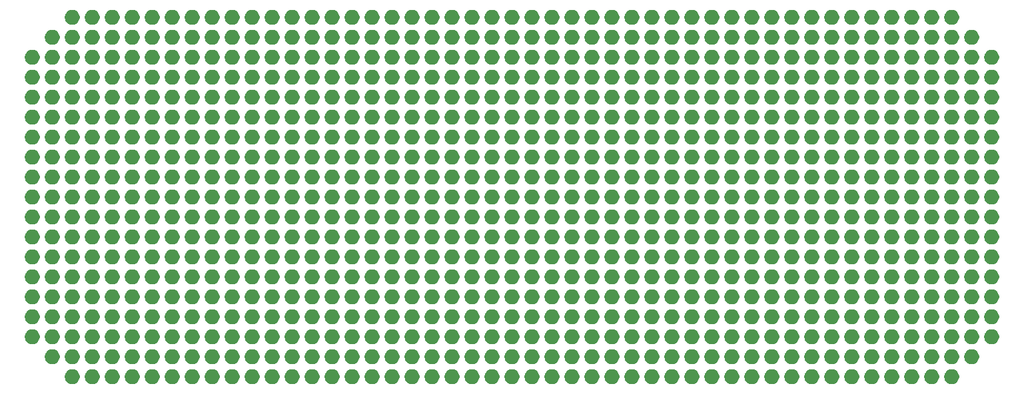
<source format=gbr>
G04 #@! TF.GenerationSoftware,KiCad,Pcbnew,(5.1.5)-3*
G04 #@! TF.CreationDate,2022-12-24T19:01:33+01:00*
G04 #@! TF.ProjectId,SNES controller protoboard,534e4553-2063-46f6-9e74-726f6c6c6572,rev?*
G04 #@! TF.SameCoordinates,Original*
G04 #@! TF.FileFunction,Soldermask,Top*
G04 #@! TF.FilePolarity,Negative*
%FSLAX46Y46*%
G04 Gerber Fmt 4.6, Leading zero omitted, Abs format (unit mm)*
G04 Created by KiCad (PCBNEW (5.1.5)-3) date 2022-12-24 19:01:33*
%MOMM*%
%LPD*%
G04 APERTURE LIST*
%ADD10C,0.100000*%
G04 APERTURE END LIST*
D10*
G36*
X89177395Y-44805546D02*
G01*
X89350466Y-44877234D01*
X89350467Y-44877235D01*
X89506227Y-44981310D01*
X89638690Y-45113773D01*
X89638691Y-45113775D01*
X89742766Y-45269534D01*
X89814454Y-45442605D01*
X89851000Y-45626333D01*
X89851000Y-45813667D01*
X89814454Y-45997395D01*
X89742766Y-46170466D01*
X89742765Y-46170467D01*
X89638690Y-46326227D01*
X89506227Y-46458690D01*
X89427818Y-46511081D01*
X89350466Y-46562766D01*
X89177395Y-46634454D01*
X88993667Y-46671000D01*
X88806333Y-46671000D01*
X88622605Y-46634454D01*
X88449534Y-46562766D01*
X88372182Y-46511081D01*
X88293773Y-46458690D01*
X88161310Y-46326227D01*
X88057235Y-46170467D01*
X88057234Y-46170466D01*
X87985546Y-45997395D01*
X87949000Y-45813667D01*
X87949000Y-45626333D01*
X87985546Y-45442605D01*
X88057234Y-45269534D01*
X88161309Y-45113775D01*
X88161310Y-45113773D01*
X88293773Y-44981310D01*
X88449533Y-44877235D01*
X88449534Y-44877234D01*
X88622605Y-44805546D01*
X88806333Y-44769000D01*
X88993667Y-44769000D01*
X89177395Y-44805546D01*
G37*
G36*
X91717395Y-44805546D02*
G01*
X91890466Y-44877234D01*
X91890467Y-44877235D01*
X92046227Y-44981310D01*
X92178690Y-45113773D01*
X92178691Y-45113775D01*
X92282766Y-45269534D01*
X92354454Y-45442605D01*
X92391000Y-45626333D01*
X92391000Y-45813667D01*
X92354454Y-45997395D01*
X92282766Y-46170466D01*
X92282765Y-46170467D01*
X92178690Y-46326227D01*
X92046227Y-46458690D01*
X91967818Y-46511081D01*
X91890466Y-46562766D01*
X91717395Y-46634454D01*
X91533667Y-46671000D01*
X91346333Y-46671000D01*
X91162605Y-46634454D01*
X90989534Y-46562766D01*
X90912182Y-46511081D01*
X90833773Y-46458690D01*
X90701310Y-46326227D01*
X90597235Y-46170467D01*
X90597234Y-46170466D01*
X90525546Y-45997395D01*
X90489000Y-45813667D01*
X90489000Y-45626333D01*
X90525546Y-45442605D01*
X90597234Y-45269534D01*
X90701309Y-45113775D01*
X90701310Y-45113773D01*
X90833773Y-44981310D01*
X90989533Y-44877235D01*
X90989534Y-44877234D01*
X91162605Y-44805546D01*
X91346333Y-44769000D01*
X91533667Y-44769000D01*
X91717395Y-44805546D01*
G37*
G36*
X117117395Y-44805546D02*
G01*
X117290466Y-44877234D01*
X117290467Y-44877235D01*
X117446227Y-44981310D01*
X117578690Y-45113773D01*
X117578691Y-45113775D01*
X117682766Y-45269534D01*
X117754454Y-45442605D01*
X117791000Y-45626333D01*
X117791000Y-45813667D01*
X117754454Y-45997395D01*
X117682766Y-46170466D01*
X117682765Y-46170467D01*
X117578690Y-46326227D01*
X117446227Y-46458690D01*
X117367818Y-46511081D01*
X117290466Y-46562766D01*
X117117395Y-46634454D01*
X116933667Y-46671000D01*
X116746333Y-46671000D01*
X116562605Y-46634454D01*
X116389534Y-46562766D01*
X116312182Y-46511081D01*
X116233773Y-46458690D01*
X116101310Y-46326227D01*
X115997235Y-46170467D01*
X115997234Y-46170466D01*
X115925546Y-45997395D01*
X115889000Y-45813667D01*
X115889000Y-45626333D01*
X115925546Y-45442605D01*
X115997234Y-45269534D01*
X116101309Y-45113775D01*
X116101310Y-45113773D01*
X116233773Y-44981310D01*
X116389533Y-44877235D01*
X116389534Y-44877234D01*
X116562605Y-44805546D01*
X116746333Y-44769000D01*
X116933667Y-44769000D01*
X117117395Y-44805546D01*
G37*
G36*
X114577395Y-44805546D02*
G01*
X114750466Y-44877234D01*
X114750467Y-44877235D01*
X114906227Y-44981310D01*
X115038690Y-45113773D01*
X115038691Y-45113775D01*
X115142766Y-45269534D01*
X115214454Y-45442605D01*
X115251000Y-45626333D01*
X115251000Y-45813667D01*
X115214454Y-45997395D01*
X115142766Y-46170466D01*
X115142765Y-46170467D01*
X115038690Y-46326227D01*
X114906227Y-46458690D01*
X114827818Y-46511081D01*
X114750466Y-46562766D01*
X114577395Y-46634454D01*
X114393667Y-46671000D01*
X114206333Y-46671000D01*
X114022605Y-46634454D01*
X113849534Y-46562766D01*
X113772182Y-46511081D01*
X113693773Y-46458690D01*
X113561310Y-46326227D01*
X113457235Y-46170467D01*
X113457234Y-46170466D01*
X113385546Y-45997395D01*
X113349000Y-45813667D01*
X113349000Y-45626333D01*
X113385546Y-45442605D01*
X113457234Y-45269534D01*
X113561309Y-45113775D01*
X113561310Y-45113773D01*
X113693773Y-44981310D01*
X113849533Y-44877235D01*
X113849534Y-44877234D01*
X114022605Y-44805546D01*
X114206333Y-44769000D01*
X114393667Y-44769000D01*
X114577395Y-44805546D01*
G37*
G36*
X112037395Y-44805546D02*
G01*
X112210466Y-44877234D01*
X112210467Y-44877235D01*
X112366227Y-44981310D01*
X112498690Y-45113773D01*
X112498691Y-45113775D01*
X112602766Y-45269534D01*
X112674454Y-45442605D01*
X112711000Y-45626333D01*
X112711000Y-45813667D01*
X112674454Y-45997395D01*
X112602766Y-46170466D01*
X112602765Y-46170467D01*
X112498690Y-46326227D01*
X112366227Y-46458690D01*
X112287818Y-46511081D01*
X112210466Y-46562766D01*
X112037395Y-46634454D01*
X111853667Y-46671000D01*
X111666333Y-46671000D01*
X111482605Y-46634454D01*
X111309534Y-46562766D01*
X111232182Y-46511081D01*
X111153773Y-46458690D01*
X111021310Y-46326227D01*
X110917235Y-46170467D01*
X110917234Y-46170466D01*
X110845546Y-45997395D01*
X110809000Y-45813667D01*
X110809000Y-45626333D01*
X110845546Y-45442605D01*
X110917234Y-45269534D01*
X111021309Y-45113775D01*
X111021310Y-45113773D01*
X111153773Y-44981310D01*
X111309533Y-44877235D01*
X111309534Y-44877234D01*
X111482605Y-44805546D01*
X111666333Y-44769000D01*
X111853667Y-44769000D01*
X112037395Y-44805546D01*
G37*
G36*
X109497395Y-44805546D02*
G01*
X109670466Y-44877234D01*
X109670467Y-44877235D01*
X109826227Y-44981310D01*
X109958690Y-45113773D01*
X109958691Y-45113775D01*
X110062766Y-45269534D01*
X110134454Y-45442605D01*
X110171000Y-45626333D01*
X110171000Y-45813667D01*
X110134454Y-45997395D01*
X110062766Y-46170466D01*
X110062765Y-46170467D01*
X109958690Y-46326227D01*
X109826227Y-46458690D01*
X109747818Y-46511081D01*
X109670466Y-46562766D01*
X109497395Y-46634454D01*
X109313667Y-46671000D01*
X109126333Y-46671000D01*
X108942605Y-46634454D01*
X108769534Y-46562766D01*
X108692182Y-46511081D01*
X108613773Y-46458690D01*
X108481310Y-46326227D01*
X108377235Y-46170467D01*
X108377234Y-46170466D01*
X108305546Y-45997395D01*
X108269000Y-45813667D01*
X108269000Y-45626333D01*
X108305546Y-45442605D01*
X108377234Y-45269534D01*
X108481309Y-45113775D01*
X108481310Y-45113773D01*
X108613773Y-44981310D01*
X108769533Y-44877235D01*
X108769534Y-44877234D01*
X108942605Y-44805546D01*
X109126333Y-44769000D01*
X109313667Y-44769000D01*
X109497395Y-44805546D01*
G37*
G36*
X106957395Y-44805546D02*
G01*
X107130466Y-44877234D01*
X107130467Y-44877235D01*
X107286227Y-44981310D01*
X107418690Y-45113773D01*
X107418691Y-45113775D01*
X107522766Y-45269534D01*
X107594454Y-45442605D01*
X107631000Y-45626333D01*
X107631000Y-45813667D01*
X107594454Y-45997395D01*
X107522766Y-46170466D01*
X107522765Y-46170467D01*
X107418690Y-46326227D01*
X107286227Y-46458690D01*
X107207818Y-46511081D01*
X107130466Y-46562766D01*
X106957395Y-46634454D01*
X106773667Y-46671000D01*
X106586333Y-46671000D01*
X106402605Y-46634454D01*
X106229534Y-46562766D01*
X106152182Y-46511081D01*
X106073773Y-46458690D01*
X105941310Y-46326227D01*
X105837235Y-46170467D01*
X105837234Y-46170466D01*
X105765546Y-45997395D01*
X105729000Y-45813667D01*
X105729000Y-45626333D01*
X105765546Y-45442605D01*
X105837234Y-45269534D01*
X105941309Y-45113775D01*
X105941310Y-45113773D01*
X106073773Y-44981310D01*
X106229533Y-44877235D01*
X106229534Y-44877234D01*
X106402605Y-44805546D01*
X106586333Y-44769000D01*
X106773667Y-44769000D01*
X106957395Y-44805546D01*
G37*
G36*
X104417395Y-44805546D02*
G01*
X104590466Y-44877234D01*
X104590467Y-44877235D01*
X104746227Y-44981310D01*
X104878690Y-45113773D01*
X104878691Y-45113775D01*
X104982766Y-45269534D01*
X105054454Y-45442605D01*
X105091000Y-45626333D01*
X105091000Y-45813667D01*
X105054454Y-45997395D01*
X104982766Y-46170466D01*
X104982765Y-46170467D01*
X104878690Y-46326227D01*
X104746227Y-46458690D01*
X104667818Y-46511081D01*
X104590466Y-46562766D01*
X104417395Y-46634454D01*
X104233667Y-46671000D01*
X104046333Y-46671000D01*
X103862605Y-46634454D01*
X103689534Y-46562766D01*
X103612182Y-46511081D01*
X103533773Y-46458690D01*
X103401310Y-46326227D01*
X103297235Y-46170467D01*
X103297234Y-46170466D01*
X103225546Y-45997395D01*
X103189000Y-45813667D01*
X103189000Y-45626333D01*
X103225546Y-45442605D01*
X103297234Y-45269534D01*
X103401309Y-45113775D01*
X103401310Y-45113773D01*
X103533773Y-44981310D01*
X103689533Y-44877235D01*
X103689534Y-44877234D01*
X103862605Y-44805546D01*
X104046333Y-44769000D01*
X104233667Y-44769000D01*
X104417395Y-44805546D01*
G37*
G36*
X101877395Y-44805546D02*
G01*
X102050466Y-44877234D01*
X102050467Y-44877235D01*
X102206227Y-44981310D01*
X102338690Y-45113773D01*
X102338691Y-45113775D01*
X102442766Y-45269534D01*
X102514454Y-45442605D01*
X102551000Y-45626333D01*
X102551000Y-45813667D01*
X102514454Y-45997395D01*
X102442766Y-46170466D01*
X102442765Y-46170467D01*
X102338690Y-46326227D01*
X102206227Y-46458690D01*
X102127818Y-46511081D01*
X102050466Y-46562766D01*
X101877395Y-46634454D01*
X101693667Y-46671000D01*
X101506333Y-46671000D01*
X101322605Y-46634454D01*
X101149534Y-46562766D01*
X101072182Y-46511081D01*
X100993773Y-46458690D01*
X100861310Y-46326227D01*
X100757235Y-46170467D01*
X100757234Y-46170466D01*
X100685546Y-45997395D01*
X100649000Y-45813667D01*
X100649000Y-45626333D01*
X100685546Y-45442605D01*
X100757234Y-45269534D01*
X100861309Y-45113775D01*
X100861310Y-45113773D01*
X100993773Y-44981310D01*
X101149533Y-44877235D01*
X101149534Y-44877234D01*
X101322605Y-44805546D01*
X101506333Y-44769000D01*
X101693667Y-44769000D01*
X101877395Y-44805546D01*
G37*
G36*
X99337395Y-44805546D02*
G01*
X99510466Y-44877234D01*
X99510467Y-44877235D01*
X99666227Y-44981310D01*
X99798690Y-45113773D01*
X99798691Y-45113775D01*
X99902766Y-45269534D01*
X99974454Y-45442605D01*
X100011000Y-45626333D01*
X100011000Y-45813667D01*
X99974454Y-45997395D01*
X99902766Y-46170466D01*
X99902765Y-46170467D01*
X99798690Y-46326227D01*
X99666227Y-46458690D01*
X99587818Y-46511081D01*
X99510466Y-46562766D01*
X99337395Y-46634454D01*
X99153667Y-46671000D01*
X98966333Y-46671000D01*
X98782605Y-46634454D01*
X98609534Y-46562766D01*
X98532182Y-46511081D01*
X98453773Y-46458690D01*
X98321310Y-46326227D01*
X98217235Y-46170467D01*
X98217234Y-46170466D01*
X98145546Y-45997395D01*
X98109000Y-45813667D01*
X98109000Y-45626333D01*
X98145546Y-45442605D01*
X98217234Y-45269534D01*
X98321309Y-45113775D01*
X98321310Y-45113773D01*
X98453773Y-44981310D01*
X98609533Y-44877235D01*
X98609534Y-44877234D01*
X98782605Y-44805546D01*
X98966333Y-44769000D01*
X99153667Y-44769000D01*
X99337395Y-44805546D01*
G37*
G36*
X96797395Y-44805546D02*
G01*
X96970466Y-44877234D01*
X96970467Y-44877235D01*
X97126227Y-44981310D01*
X97258690Y-45113773D01*
X97258691Y-45113775D01*
X97362766Y-45269534D01*
X97434454Y-45442605D01*
X97471000Y-45626333D01*
X97471000Y-45813667D01*
X97434454Y-45997395D01*
X97362766Y-46170466D01*
X97362765Y-46170467D01*
X97258690Y-46326227D01*
X97126227Y-46458690D01*
X97047818Y-46511081D01*
X96970466Y-46562766D01*
X96797395Y-46634454D01*
X96613667Y-46671000D01*
X96426333Y-46671000D01*
X96242605Y-46634454D01*
X96069534Y-46562766D01*
X95992182Y-46511081D01*
X95913773Y-46458690D01*
X95781310Y-46326227D01*
X95677235Y-46170467D01*
X95677234Y-46170466D01*
X95605546Y-45997395D01*
X95569000Y-45813667D01*
X95569000Y-45626333D01*
X95605546Y-45442605D01*
X95677234Y-45269534D01*
X95781309Y-45113775D01*
X95781310Y-45113773D01*
X95913773Y-44981310D01*
X96069533Y-44877235D01*
X96069534Y-44877234D01*
X96242605Y-44805546D01*
X96426333Y-44769000D01*
X96613667Y-44769000D01*
X96797395Y-44805546D01*
G37*
G36*
X94257395Y-44805546D02*
G01*
X94430466Y-44877234D01*
X94430467Y-44877235D01*
X94586227Y-44981310D01*
X94718690Y-45113773D01*
X94718691Y-45113775D01*
X94822766Y-45269534D01*
X94894454Y-45442605D01*
X94931000Y-45626333D01*
X94931000Y-45813667D01*
X94894454Y-45997395D01*
X94822766Y-46170466D01*
X94822765Y-46170467D01*
X94718690Y-46326227D01*
X94586227Y-46458690D01*
X94507818Y-46511081D01*
X94430466Y-46562766D01*
X94257395Y-46634454D01*
X94073667Y-46671000D01*
X93886333Y-46671000D01*
X93702605Y-46634454D01*
X93529534Y-46562766D01*
X93452182Y-46511081D01*
X93373773Y-46458690D01*
X93241310Y-46326227D01*
X93137235Y-46170467D01*
X93137234Y-46170466D01*
X93065546Y-45997395D01*
X93029000Y-45813667D01*
X93029000Y-45626333D01*
X93065546Y-45442605D01*
X93137234Y-45269534D01*
X93241309Y-45113775D01*
X93241310Y-45113773D01*
X93373773Y-44981310D01*
X93529533Y-44877235D01*
X93529534Y-44877234D01*
X93702605Y-44805546D01*
X93886333Y-44769000D01*
X94073667Y-44769000D01*
X94257395Y-44805546D01*
G37*
G36*
X61237395Y-44805546D02*
G01*
X61410466Y-44877234D01*
X61410467Y-44877235D01*
X61566227Y-44981310D01*
X61698690Y-45113773D01*
X61698691Y-45113775D01*
X61802766Y-45269534D01*
X61874454Y-45442605D01*
X61911000Y-45626333D01*
X61911000Y-45813667D01*
X61874454Y-45997395D01*
X61802766Y-46170466D01*
X61802765Y-46170467D01*
X61698690Y-46326227D01*
X61566227Y-46458690D01*
X61487818Y-46511081D01*
X61410466Y-46562766D01*
X61237395Y-46634454D01*
X61053667Y-46671000D01*
X60866333Y-46671000D01*
X60682605Y-46634454D01*
X60509534Y-46562766D01*
X60432182Y-46511081D01*
X60353773Y-46458690D01*
X60221310Y-46326227D01*
X60117235Y-46170467D01*
X60117234Y-46170466D01*
X60045546Y-45997395D01*
X60009000Y-45813667D01*
X60009000Y-45626333D01*
X60045546Y-45442605D01*
X60117234Y-45269534D01*
X60221309Y-45113775D01*
X60221310Y-45113773D01*
X60353773Y-44981310D01*
X60509533Y-44877235D01*
X60509534Y-44877234D01*
X60682605Y-44805546D01*
X60866333Y-44769000D01*
X61053667Y-44769000D01*
X61237395Y-44805546D01*
G37*
G36*
X86637395Y-44805546D02*
G01*
X86810466Y-44877234D01*
X86810467Y-44877235D01*
X86966227Y-44981310D01*
X87098690Y-45113773D01*
X87098691Y-45113775D01*
X87202766Y-45269534D01*
X87274454Y-45442605D01*
X87311000Y-45626333D01*
X87311000Y-45813667D01*
X87274454Y-45997395D01*
X87202766Y-46170466D01*
X87202765Y-46170467D01*
X87098690Y-46326227D01*
X86966227Y-46458690D01*
X86887818Y-46511081D01*
X86810466Y-46562766D01*
X86637395Y-46634454D01*
X86453667Y-46671000D01*
X86266333Y-46671000D01*
X86082605Y-46634454D01*
X85909534Y-46562766D01*
X85832182Y-46511081D01*
X85753773Y-46458690D01*
X85621310Y-46326227D01*
X85517235Y-46170467D01*
X85517234Y-46170466D01*
X85445546Y-45997395D01*
X85409000Y-45813667D01*
X85409000Y-45626333D01*
X85445546Y-45442605D01*
X85517234Y-45269534D01*
X85621309Y-45113775D01*
X85621310Y-45113773D01*
X85753773Y-44981310D01*
X85909533Y-44877235D01*
X85909534Y-44877234D01*
X86082605Y-44805546D01*
X86266333Y-44769000D01*
X86453667Y-44769000D01*
X86637395Y-44805546D01*
G37*
G36*
X84097395Y-44805546D02*
G01*
X84270466Y-44877234D01*
X84270467Y-44877235D01*
X84426227Y-44981310D01*
X84558690Y-45113773D01*
X84558691Y-45113775D01*
X84662766Y-45269534D01*
X84734454Y-45442605D01*
X84771000Y-45626333D01*
X84771000Y-45813667D01*
X84734454Y-45997395D01*
X84662766Y-46170466D01*
X84662765Y-46170467D01*
X84558690Y-46326227D01*
X84426227Y-46458690D01*
X84347818Y-46511081D01*
X84270466Y-46562766D01*
X84097395Y-46634454D01*
X83913667Y-46671000D01*
X83726333Y-46671000D01*
X83542605Y-46634454D01*
X83369534Y-46562766D01*
X83292182Y-46511081D01*
X83213773Y-46458690D01*
X83081310Y-46326227D01*
X82977235Y-46170467D01*
X82977234Y-46170466D01*
X82905546Y-45997395D01*
X82869000Y-45813667D01*
X82869000Y-45626333D01*
X82905546Y-45442605D01*
X82977234Y-45269534D01*
X83081309Y-45113775D01*
X83081310Y-45113773D01*
X83213773Y-44981310D01*
X83369533Y-44877235D01*
X83369534Y-44877234D01*
X83542605Y-44805546D01*
X83726333Y-44769000D01*
X83913667Y-44769000D01*
X84097395Y-44805546D01*
G37*
G36*
X81557395Y-44805546D02*
G01*
X81730466Y-44877234D01*
X81730467Y-44877235D01*
X81886227Y-44981310D01*
X82018690Y-45113773D01*
X82018691Y-45113775D01*
X82122766Y-45269534D01*
X82194454Y-45442605D01*
X82231000Y-45626333D01*
X82231000Y-45813667D01*
X82194454Y-45997395D01*
X82122766Y-46170466D01*
X82122765Y-46170467D01*
X82018690Y-46326227D01*
X81886227Y-46458690D01*
X81807818Y-46511081D01*
X81730466Y-46562766D01*
X81557395Y-46634454D01*
X81373667Y-46671000D01*
X81186333Y-46671000D01*
X81002605Y-46634454D01*
X80829534Y-46562766D01*
X80752182Y-46511081D01*
X80673773Y-46458690D01*
X80541310Y-46326227D01*
X80437235Y-46170467D01*
X80437234Y-46170466D01*
X80365546Y-45997395D01*
X80329000Y-45813667D01*
X80329000Y-45626333D01*
X80365546Y-45442605D01*
X80437234Y-45269534D01*
X80541309Y-45113775D01*
X80541310Y-45113773D01*
X80673773Y-44981310D01*
X80829533Y-44877235D01*
X80829534Y-44877234D01*
X81002605Y-44805546D01*
X81186333Y-44769000D01*
X81373667Y-44769000D01*
X81557395Y-44805546D01*
G37*
G36*
X79017395Y-44805546D02*
G01*
X79190466Y-44877234D01*
X79190467Y-44877235D01*
X79346227Y-44981310D01*
X79478690Y-45113773D01*
X79478691Y-45113775D01*
X79582766Y-45269534D01*
X79654454Y-45442605D01*
X79691000Y-45626333D01*
X79691000Y-45813667D01*
X79654454Y-45997395D01*
X79582766Y-46170466D01*
X79582765Y-46170467D01*
X79478690Y-46326227D01*
X79346227Y-46458690D01*
X79267818Y-46511081D01*
X79190466Y-46562766D01*
X79017395Y-46634454D01*
X78833667Y-46671000D01*
X78646333Y-46671000D01*
X78462605Y-46634454D01*
X78289534Y-46562766D01*
X78212182Y-46511081D01*
X78133773Y-46458690D01*
X78001310Y-46326227D01*
X77897235Y-46170467D01*
X77897234Y-46170466D01*
X77825546Y-45997395D01*
X77789000Y-45813667D01*
X77789000Y-45626333D01*
X77825546Y-45442605D01*
X77897234Y-45269534D01*
X78001309Y-45113775D01*
X78001310Y-45113773D01*
X78133773Y-44981310D01*
X78289533Y-44877235D01*
X78289534Y-44877234D01*
X78462605Y-44805546D01*
X78646333Y-44769000D01*
X78833667Y-44769000D01*
X79017395Y-44805546D01*
G37*
G36*
X76477395Y-44805546D02*
G01*
X76650466Y-44877234D01*
X76650467Y-44877235D01*
X76806227Y-44981310D01*
X76938690Y-45113773D01*
X76938691Y-45113775D01*
X77042766Y-45269534D01*
X77114454Y-45442605D01*
X77151000Y-45626333D01*
X77151000Y-45813667D01*
X77114454Y-45997395D01*
X77042766Y-46170466D01*
X77042765Y-46170467D01*
X76938690Y-46326227D01*
X76806227Y-46458690D01*
X76727818Y-46511081D01*
X76650466Y-46562766D01*
X76477395Y-46634454D01*
X76293667Y-46671000D01*
X76106333Y-46671000D01*
X75922605Y-46634454D01*
X75749534Y-46562766D01*
X75672182Y-46511081D01*
X75593773Y-46458690D01*
X75461310Y-46326227D01*
X75357235Y-46170467D01*
X75357234Y-46170466D01*
X75285546Y-45997395D01*
X75249000Y-45813667D01*
X75249000Y-45626333D01*
X75285546Y-45442605D01*
X75357234Y-45269534D01*
X75461309Y-45113775D01*
X75461310Y-45113773D01*
X75593773Y-44981310D01*
X75749533Y-44877235D01*
X75749534Y-44877234D01*
X75922605Y-44805546D01*
X76106333Y-44769000D01*
X76293667Y-44769000D01*
X76477395Y-44805546D01*
G37*
G36*
X73937395Y-44805546D02*
G01*
X74110466Y-44877234D01*
X74110467Y-44877235D01*
X74266227Y-44981310D01*
X74398690Y-45113773D01*
X74398691Y-45113775D01*
X74502766Y-45269534D01*
X74574454Y-45442605D01*
X74611000Y-45626333D01*
X74611000Y-45813667D01*
X74574454Y-45997395D01*
X74502766Y-46170466D01*
X74502765Y-46170467D01*
X74398690Y-46326227D01*
X74266227Y-46458690D01*
X74187818Y-46511081D01*
X74110466Y-46562766D01*
X73937395Y-46634454D01*
X73753667Y-46671000D01*
X73566333Y-46671000D01*
X73382605Y-46634454D01*
X73209534Y-46562766D01*
X73132182Y-46511081D01*
X73053773Y-46458690D01*
X72921310Y-46326227D01*
X72817235Y-46170467D01*
X72817234Y-46170466D01*
X72745546Y-45997395D01*
X72709000Y-45813667D01*
X72709000Y-45626333D01*
X72745546Y-45442605D01*
X72817234Y-45269534D01*
X72921309Y-45113775D01*
X72921310Y-45113773D01*
X73053773Y-44981310D01*
X73209533Y-44877235D01*
X73209534Y-44877234D01*
X73382605Y-44805546D01*
X73566333Y-44769000D01*
X73753667Y-44769000D01*
X73937395Y-44805546D01*
G37*
G36*
X71397395Y-44805546D02*
G01*
X71570466Y-44877234D01*
X71570467Y-44877235D01*
X71726227Y-44981310D01*
X71858690Y-45113773D01*
X71858691Y-45113775D01*
X71962766Y-45269534D01*
X72034454Y-45442605D01*
X72071000Y-45626333D01*
X72071000Y-45813667D01*
X72034454Y-45997395D01*
X71962766Y-46170466D01*
X71962765Y-46170467D01*
X71858690Y-46326227D01*
X71726227Y-46458690D01*
X71647818Y-46511081D01*
X71570466Y-46562766D01*
X71397395Y-46634454D01*
X71213667Y-46671000D01*
X71026333Y-46671000D01*
X70842605Y-46634454D01*
X70669534Y-46562766D01*
X70592182Y-46511081D01*
X70513773Y-46458690D01*
X70381310Y-46326227D01*
X70277235Y-46170467D01*
X70277234Y-46170466D01*
X70205546Y-45997395D01*
X70169000Y-45813667D01*
X70169000Y-45626333D01*
X70205546Y-45442605D01*
X70277234Y-45269534D01*
X70381309Y-45113775D01*
X70381310Y-45113773D01*
X70513773Y-44981310D01*
X70669533Y-44877235D01*
X70669534Y-44877234D01*
X70842605Y-44805546D01*
X71026333Y-44769000D01*
X71213667Y-44769000D01*
X71397395Y-44805546D01*
G37*
G36*
X68857395Y-44805546D02*
G01*
X69030466Y-44877234D01*
X69030467Y-44877235D01*
X69186227Y-44981310D01*
X69318690Y-45113773D01*
X69318691Y-45113775D01*
X69422766Y-45269534D01*
X69494454Y-45442605D01*
X69531000Y-45626333D01*
X69531000Y-45813667D01*
X69494454Y-45997395D01*
X69422766Y-46170466D01*
X69422765Y-46170467D01*
X69318690Y-46326227D01*
X69186227Y-46458690D01*
X69107818Y-46511081D01*
X69030466Y-46562766D01*
X68857395Y-46634454D01*
X68673667Y-46671000D01*
X68486333Y-46671000D01*
X68302605Y-46634454D01*
X68129534Y-46562766D01*
X68052182Y-46511081D01*
X67973773Y-46458690D01*
X67841310Y-46326227D01*
X67737235Y-46170467D01*
X67737234Y-46170466D01*
X67665546Y-45997395D01*
X67629000Y-45813667D01*
X67629000Y-45626333D01*
X67665546Y-45442605D01*
X67737234Y-45269534D01*
X67841309Y-45113775D01*
X67841310Y-45113773D01*
X67973773Y-44981310D01*
X68129533Y-44877235D01*
X68129534Y-44877234D01*
X68302605Y-44805546D01*
X68486333Y-44769000D01*
X68673667Y-44769000D01*
X68857395Y-44805546D01*
G37*
G36*
X66317395Y-44805546D02*
G01*
X66490466Y-44877234D01*
X66490467Y-44877235D01*
X66646227Y-44981310D01*
X66778690Y-45113773D01*
X66778691Y-45113775D01*
X66882766Y-45269534D01*
X66954454Y-45442605D01*
X66991000Y-45626333D01*
X66991000Y-45813667D01*
X66954454Y-45997395D01*
X66882766Y-46170466D01*
X66882765Y-46170467D01*
X66778690Y-46326227D01*
X66646227Y-46458690D01*
X66567818Y-46511081D01*
X66490466Y-46562766D01*
X66317395Y-46634454D01*
X66133667Y-46671000D01*
X65946333Y-46671000D01*
X65762605Y-46634454D01*
X65589534Y-46562766D01*
X65512182Y-46511081D01*
X65433773Y-46458690D01*
X65301310Y-46326227D01*
X65197235Y-46170467D01*
X65197234Y-46170466D01*
X65125546Y-45997395D01*
X65089000Y-45813667D01*
X65089000Y-45626333D01*
X65125546Y-45442605D01*
X65197234Y-45269534D01*
X65301309Y-45113775D01*
X65301310Y-45113773D01*
X65433773Y-44981310D01*
X65589533Y-44877235D01*
X65589534Y-44877234D01*
X65762605Y-44805546D01*
X65946333Y-44769000D01*
X66133667Y-44769000D01*
X66317395Y-44805546D01*
G37*
G36*
X33297395Y-44805546D02*
G01*
X33470466Y-44877234D01*
X33470467Y-44877235D01*
X33626227Y-44981310D01*
X33758690Y-45113773D01*
X33758691Y-45113775D01*
X33862766Y-45269534D01*
X33934454Y-45442605D01*
X33971000Y-45626333D01*
X33971000Y-45813667D01*
X33934454Y-45997395D01*
X33862766Y-46170466D01*
X33862765Y-46170467D01*
X33758690Y-46326227D01*
X33626227Y-46458690D01*
X33547818Y-46511081D01*
X33470466Y-46562766D01*
X33297395Y-46634454D01*
X33113667Y-46671000D01*
X32926333Y-46671000D01*
X32742605Y-46634454D01*
X32569534Y-46562766D01*
X32492182Y-46511081D01*
X32413773Y-46458690D01*
X32281310Y-46326227D01*
X32177235Y-46170467D01*
X32177234Y-46170466D01*
X32105546Y-45997395D01*
X32069000Y-45813667D01*
X32069000Y-45626333D01*
X32105546Y-45442605D01*
X32177234Y-45269534D01*
X32281309Y-45113775D01*
X32281310Y-45113773D01*
X32413773Y-44981310D01*
X32569533Y-44877235D01*
X32569534Y-44877234D01*
X32742605Y-44805546D01*
X32926333Y-44769000D01*
X33113667Y-44769000D01*
X33297395Y-44805546D01*
G37*
G36*
X7897395Y-44805546D02*
G01*
X8070466Y-44877234D01*
X8070467Y-44877235D01*
X8226227Y-44981310D01*
X8358690Y-45113773D01*
X8358691Y-45113775D01*
X8462766Y-45269534D01*
X8534454Y-45442605D01*
X8571000Y-45626333D01*
X8571000Y-45813667D01*
X8534454Y-45997395D01*
X8462766Y-46170466D01*
X8462765Y-46170467D01*
X8358690Y-46326227D01*
X8226227Y-46458690D01*
X8147818Y-46511081D01*
X8070466Y-46562766D01*
X7897395Y-46634454D01*
X7713667Y-46671000D01*
X7526333Y-46671000D01*
X7342605Y-46634454D01*
X7169534Y-46562766D01*
X7092182Y-46511081D01*
X7013773Y-46458690D01*
X6881310Y-46326227D01*
X6777235Y-46170467D01*
X6777234Y-46170466D01*
X6705546Y-45997395D01*
X6669000Y-45813667D01*
X6669000Y-45626333D01*
X6705546Y-45442605D01*
X6777234Y-45269534D01*
X6881309Y-45113775D01*
X6881310Y-45113773D01*
X7013773Y-44981310D01*
X7169533Y-44877235D01*
X7169534Y-44877234D01*
X7342605Y-44805546D01*
X7526333Y-44769000D01*
X7713667Y-44769000D01*
X7897395Y-44805546D01*
G37*
G36*
X5357395Y-44805546D02*
G01*
X5530466Y-44877234D01*
X5530467Y-44877235D01*
X5686227Y-44981310D01*
X5818690Y-45113773D01*
X5818691Y-45113775D01*
X5922766Y-45269534D01*
X5994454Y-45442605D01*
X6031000Y-45626333D01*
X6031000Y-45813667D01*
X5994454Y-45997395D01*
X5922766Y-46170466D01*
X5922765Y-46170467D01*
X5818690Y-46326227D01*
X5686227Y-46458690D01*
X5607818Y-46511081D01*
X5530466Y-46562766D01*
X5357395Y-46634454D01*
X5173667Y-46671000D01*
X4986333Y-46671000D01*
X4802605Y-46634454D01*
X4629534Y-46562766D01*
X4552182Y-46511081D01*
X4473773Y-46458690D01*
X4341310Y-46326227D01*
X4237235Y-46170467D01*
X4237234Y-46170466D01*
X4165546Y-45997395D01*
X4129000Y-45813667D01*
X4129000Y-45626333D01*
X4165546Y-45442605D01*
X4237234Y-45269534D01*
X4341309Y-45113775D01*
X4341310Y-45113773D01*
X4473773Y-44981310D01*
X4629533Y-44877235D01*
X4629534Y-44877234D01*
X4802605Y-44805546D01*
X4986333Y-44769000D01*
X5173667Y-44769000D01*
X5357395Y-44805546D01*
G37*
G36*
X58697395Y-44805546D02*
G01*
X58870466Y-44877234D01*
X58870467Y-44877235D01*
X59026227Y-44981310D01*
X59158690Y-45113773D01*
X59158691Y-45113775D01*
X59262766Y-45269534D01*
X59334454Y-45442605D01*
X59371000Y-45626333D01*
X59371000Y-45813667D01*
X59334454Y-45997395D01*
X59262766Y-46170466D01*
X59262765Y-46170467D01*
X59158690Y-46326227D01*
X59026227Y-46458690D01*
X58947818Y-46511081D01*
X58870466Y-46562766D01*
X58697395Y-46634454D01*
X58513667Y-46671000D01*
X58326333Y-46671000D01*
X58142605Y-46634454D01*
X57969534Y-46562766D01*
X57892182Y-46511081D01*
X57813773Y-46458690D01*
X57681310Y-46326227D01*
X57577235Y-46170467D01*
X57577234Y-46170466D01*
X57505546Y-45997395D01*
X57469000Y-45813667D01*
X57469000Y-45626333D01*
X57505546Y-45442605D01*
X57577234Y-45269534D01*
X57681309Y-45113775D01*
X57681310Y-45113773D01*
X57813773Y-44981310D01*
X57969533Y-44877235D01*
X57969534Y-44877234D01*
X58142605Y-44805546D01*
X58326333Y-44769000D01*
X58513667Y-44769000D01*
X58697395Y-44805546D01*
G37*
G36*
X56157395Y-44805546D02*
G01*
X56330466Y-44877234D01*
X56330467Y-44877235D01*
X56486227Y-44981310D01*
X56618690Y-45113773D01*
X56618691Y-45113775D01*
X56722766Y-45269534D01*
X56794454Y-45442605D01*
X56831000Y-45626333D01*
X56831000Y-45813667D01*
X56794454Y-45997395D01*
X56722766Y-46170466D01*
X56722765Y-46170467D01*
X56618690Y-46326227D01*
X56486227Y-46458690D01*
X56407818Y-46511081D01*
X56330466Y-46562766D01*
X56157395Y-46634454D01*
X55973667Y-46671000D01*
X55786333Y-46671000D01*
X55602605Y-46634454D01*
X55429534Y-46562766D01*
X55352182Y-46511081D01*
X55273773Y-46458690D01*
X55141310Y-46326227D01*
X55037235Y-46170467D01*
X55037234Y-46170466D01*
X54965546Y-45997395D01*
X54929000Y-45813667D01*
X54929000Y-45626333D01*
X54965546Y-45442605D01*
X55037234Y-45269534D01*
X55141309Y-45113775D01*
X55141310Y-45113773D01*
X55273773Y-44981310D01*
X55429533Y-44877235D01*
X55429534Y-44877234D01*
X55602605Y-44805546D01*
X55786333Y-44769000D01*
X55973667Y-44769000D01*
X56157395Y-44805546D01*
G37*
G36*
X53617395Y-44805546D02*
G01*
X53790466Y-44877234D01*
X53790467Y-44877235D01*
X53946227Y-44981310D01*
X54078690Y-45113773D01*
X54078691Y-45113775D01*
X54182766Y-45269534D01*
X54254454Y-45442605D01*
X54291000Y-45626333D01*
X54291000Y-45813667D01*
X54254454Y-45997395D01*
X54182766Y-46170466D01*
X54182765Y-46170467D01*
X54078690Y-46326227D01*
X53946227Y-46458690D01*
X53867818Y-46511081D01*
X53790466Y-46562766D01*
X53617395Y-46634454D01*
X53433667Y-46671000D01*
X53246333Y-46671000D01*
X53062605Y-46634454D01*
X52889534Y-46562766D01*
X52812182Y-46511081D01*
X52733773Y-46458690D01*
X52601310Y-46326227D01*
X52497235Y-46170467D01*
X52497234Y-46170466D01*
X52425546Y-45997395D01*
X52389000Y-45813667D01*
X52389000Y-45626333D01*
X52425546Y-45442605D01*
X52497234Y-45269534D01*
X52601309Y-45113775D01*
X52601310Y-45113773D01*
X52733773Y-44981310D01*
X52889533Y-44877235D01*
X52889534Y-44877234D01*
X53062605Y-44805546D01*
X53246333Y-44769000D01*
X53433667Y-44769000D01*
X53617395Y-44805546D01*
G37*
G36*
X51077395Y-44805546D02*
G01*
X51250466Y-44877234D01*
X51250467Y-44877235D01*
X51406227Y-44981310D01*
X51538690Y-45113773D01*
X51538691Y-45113775D01*
X51642766Y-45269534D01*
X51714454Y-45442605D01*
X51751000Y-45626333D01*
X51751000Y-45813667D01*
X51714454Y-45997395D01*
X51642766Y-46170466D01*
X51642765Y-46170467D01*
X51538690Y-46326227D01*
X51406227Y-46458690D01*
X51327818Y-46511081D01*
X51250466Y-46562766D01*
X51077395Y-46634454D01*
X50893667Y-46671000D01*
X50706333Y-46671000D01*
X50522605Y-46634454D01*
X50349534Y-46562766D01*
X50272182Y-46511081D01*
X50193773Y-46458690D01*
X50061310Y-46326227D01*
X49957235Y-46170467D01*
X49957234Y-46170466D01*
X49885546Y-45997395D01*
X49849000Y-45813667D01*
X49849000Y-45626333D01*
X49885546Y-45442605D01*
X49957234Y-45269534D01*
X50061309Y-45113775D01*
X50061310Y-45113773D01*
X50193773Y-44981310D01*
X50349533Y-44877235D01*
X50349534Y-44877234D01*
X50522605Y-44805546D01*
X50706333Y-44769000D01*
X50893667Y-44769000D01*
X51077395Y-44805546D01*
G37*
G36*
X48537395Y-44805546D02*
G01*
X48710466Y-44877234D01*
X48710467Y-44877235D01*
X48866227Y-44981310D01*
X48998690Y-45113773D01*
X48998691Y-45113775D01*
X49102766Y-45269534D01*
X49174454Y-45442605D01*
X49211000Y-45626333D01*
X49211000Y-45813667D01*
X49174454Y-45997395D01*
X49102766Y-46170466D01*
X49102765Y-46170467D01*
X48998690Y-46326227D01*
X48866227Y-46458690D01*
X48787818Y-46511081D01*
X48710466Y-46562766D01*
X48537395Y-46634454D01*
X48353667Y-46671000D01*
X48166333Y-46671000D01*
X47982605Y-46634454D01*
X47809534Y-46562766D01*
X47732182Y-46511081D01*
X47653773Y-46458690D01*
X47521310Y-46326227D01*
X47417235Y-46170467D01*
X47417234Y-46170466D01*
X47345546Y-45997395D01*
X47309000Y-45813667D01*
X47309000Y-45626333D01*
X47345546Y-45442605D01*
X47417234Y-45269534D01*
X47521309Y-45113775D01*
X47521310Y-45113773D01*
X47653773Y-44981310D01*
X47809533Y-44877235D01*
X47809534Y-44877234D01*
X47982605Y-44805546D01*
X48166333Y-44769000D01*
X48353667Y-44769000D01*
X48537395Y-44805546D01*
G37*
G36*
X45997395Y-44805546D02*
G01*
X46170466Y-44877234D01*
X46170467Y-44877235D01*
X46326227Y-44981310D01*
X46458690Y-45113773D01*
X46458691Y-45113775D01*
X46562766Y-45269534D01*
X46634454Y-45442605D01*
X46671000Y-45626333D01*
X46671000Y-45813667D01*
X46634454Y-45997395D01*
X46562766Y-46170466D01*
X46562765Y-46170467D01*
X46458690Y-46326227D01*
X46326227Y-46458690D01*
X46247818Y-46511081D01*
X46170466Y-46562766D01*
X45997395Y-46634454D01*
X45813667Y-46671000D01*
X45626333Y-46671000D01*
X45442605Y-46634454D01*
X45269534Y-46562766D01*
X45192182Y-46511081D01*
X45113773Y-46458690D01*
X44981310Y-46326227D01*
X44877235Y-46170467D01*
X44877234Y-46170466D01*
X44805546Y-45997395D01*
X44769000Y-45813667D01*
X44769000Y-45626333D01*
X44805546Y-45442605D01*
X44877234Y-45269534D01*
X44981309Y-45113775D01*
X44981310Y-45113773D01*
X45113773Y-44981310D01*
X45269533Y-44877235D01*
X45269534Y-44877234D01*
X45442605Y-44805546D01*
X45626333Y-44769000D01*
X45813667Y-44769000D01*
X45997395Y-44805546D01*
G37*
G36*
X43457395Y-44805546D02*
G01*
X43630466Y-44877234D01*
X43630467Y-44877235D01*
X43786227Y-44981310D01*
X43918690Y-45113773D01*
X43918691Y-45113775D01*
X44022766Y-45269534D01*
X44094454Y-45442605D01*
X44131000Y-45626333D01*
X44131000Y-45813667D01*
X44094454Y-45997395D01*
X44022766Y-46170466D01*
X44022765Y-46170467D01*
X43918690Y-46326227D01*
X43786227Y-46458690D01*
X43707818Y-46511081D01*
X43630466Y-46562766D01*
X43457395Y-46634454D01*
X43273667Y-46671000D01*
X43086333Y-46671000D01*
X42902605Y-46634454D01*
X42729534Y-46562766D01*
X42652182Y-46511081D01*
X42573773Y-46458690D01*
X42441310Y-46326227D01*
X42337235Y-46170467D01*
X42337234Y-46170466D01*
X42265546Y-45997395D01*
X42229000Y-45813667D01*
X42229000Y-45626333D01*
X42265546Y-45442605D01*
X42337234Y-45269534D01*
X42441309Y-45113775D01*
X42441310Y-45113773D01*
X42573773Y-44981310D01*
X42729533Y-44877235D01*
X42729534Y-44877234D01*
X42902605Y-44805546D01*
X43086333Y-44769000D01*
X43273667Y-44769000D01*
X43457395Y-44805546D01*
G37*
G36*
X40917395Y-44805546D02*
G01*
X41090466Y-44877234D01*
X41090467Y-44877235D01*
X41246227Y-44981310D01*
X41378690Y-45113773D01*
X41378691Y-45113775D01*
X41482766Y-45269534D01*
X41554454Y-45442605D01*
X41591000Y-45626333D01*
X41591000Y-45813667D01*
X41554454Y-45997395D01*
X41482766Y-46170466D01*
X41482765Y-46170467D01*
X41378690Y-46326227D01*
X41246227Y-46458690D01*
X41167818Y-46511081D01*
X41090466Y-46562766D01*
X40917395Y-46634454D01*
X40733667Y-46671000D01*
X40546333Y-46671000D01*
X40362605Y-46634454D01*
X40189534Y-46562766D01*
X40112182Y-46511081D01*
X40033773Y-46458690D01*
X39901310Y-46326227D01*
X39797235Y-46170467D01*
X39797234Y-46170466D01*
X39725546Y-45997395D01*
X39689000Y-45813667D01*
X39689000Y-45626333D01*
X39725546Y-45442605D01*
X39797234Y-45269534D01*
X39901309Y-45113775D01*
X39901310Y-45113773D01*
X40033773Y-44981310D01*
X40189533Y-44877235D01*
X40189534Y-44877234D01*
X40362605Y-44805546D01*
X40546333Y-44769000D01*
X40733667Y-44769000D01*
X40917395Y-44805546D01*
G37*
G36*
X38377395Y-44805546D02*
G01*
X38550466Y-44877234D01*
X38550467Y-44877235D01*
X38706227Y-44981310D01*
X38838690Y-45113773D01*
X38838691Y-45113775D01*
X38942766Y-45269534D01*
X39014454Y-45442605D01*
X39051000Y-45626333D01*
X39051000Y-45813667D01*
X39014454Y-45997395D01*
X38942766Y-46170466D01*
X38942765Y-46170467D01*
X38838690Y-46326227D01*
X38706227Y-46458690D01*
X38627818Y-46511081D01*
X38550466Y-46562766D01*
X38377395Y-46634454D01*
X38193667Y-46671000D01*
X38006333Y-46671000D01*
X37822605Y-46634454D01*
X37649534Y-46562766D01*
X37572182Y-46511081D01*
X37493773Y-46458690D01*
X37361310Y-46326227D01*
X37257235Y-46170467D01*
X37257234Y-46170466D01*
X37185546Y-45997395D01*
X37149000Y-45813667D01*
X37149000Y-45626333D01*
X37185546Y-45442605D01*
X37257234Y-45269534D01*
X37361309Y-45113775D01*
X37361310Y-45113773D01*
X37493773Y-44981310D01*
X37649533Y-44877235D01*
X37649534Y-44877234D01*
X37822605Y-44805546D01*
X38006333Y-44769000D01*
X38193667Y-44769000D01*
X38377395Y-44805546D01*
G37*
G36*
X35837395Y-44805546D02*
G01*
X36010466Y-44877234D01*
X36010467Y-44877235D01*
X36166227Y-44981310D01*
X36298690Y-45113773D01*
X36298691Y-45113775D01*
X36402766Y-45269534D01*
X36474454Y-45442605D01*
X36511000Y-45626333D01*
X36511000Y-45813667D01*
X36474454Y-45997395D01*
X36402766Y-46170466D01*
X36402765Y-46170467D01*
X36298690Y-46326227D01*
X36166227Y-46458690D01*
X36087818Y-46511081D01*
X36010466Y-46562766D01*
X35837395Y-46634454D01*
X35653667Y-46671000D01*
X35466333Y-46671000D01*
X35282605Y-46634454D01*
X35109534Y-46562766D01*
X35032182Y-46511081D01*
X34953773Y-46458690D01*
X34821310Y-46326227D01*
X34717235Y-46170467D01*
X34717234Y-46170466D01*
X34645546Y-45997395D01*
X34609000Y-45813667D01*
X34609000Y-45626333D01*
X34645546Y-45442605D01*
X34717234Y-45269534D01*
X34821309Y-45113775D01*
X34821310Y-45113773D01*
X34953773Y-44981310D01*
X35109533Y-44877235D01*
X35109534Y-44877234D01*
X35282605Y-44805546D01*
X35466333Y-44769000D01*
X35653667Y-44769000D01*
X35837395Y-44805546D01*
G37*
G36*
X30757395Y-44805546D02*
G01*
X30930466Y-44877234D01*
X30930467Y-44877235D01*
X31086227Y-44981310D01*
X31218690Y-45113773D01*
X31218691Y-45113775D01*
X31322766Y-45269534D01*
X31394454Y-45442605D01*
X31431000Y-45626333D01*
X31431000Y-45813667D01*
X31394454Y-45997395D01*
X31322766Y-46170466D01*
X31322765Y-46170467D01*
X31218690Y-46326227D01*
X31086227Y-46458690D01*
X31007818Y-46511081D01*
X30930466Y-46562766D01*
X30757395Y-46634454D01*
X30573667Y-46671000D01*
X30386333Y-46671000D01*
X30202605Y-46634454D01*
X30029534Y-46562766D01*
X29952182Y-46511081D01*
X29873773Y-46458690D01*
X29741310Y-46326227D01*
X29637235Y-46170467D01*
X29637234Y-46170466D01*
X29565546Y-45997395D01*
X29529000Y-45813667D01*
X29529000Y-45626333D01*
X29565546Y-45442605D01*
X29637234Y-45269534D01*
X29741309Y-45113775D01*
X29741310Y-45113773D01*
X29873773Y-44981310D01*
X30029533Y-44877235D01*
X30029534Y-44877234D01*
X30202605Y-44805546D01*
X30386333Y-44769000D01*
X30573667Y-44769000D01*
X30757395Y-44805546D01*
G37*
G36*
X63777395Y-44805546D02*
G01*
X63950466Y-44877234D01*
X63950467Y-44877235D01*
X64106227Y-44981310D01*
X64238690Y-45113773D01*
X64238691Y-45113775D01*
X64342766Y-45269534D01*
X64414454Y-45442605D01*
X64451000Y-45626333D01*
X64451000Y-45813667D01*
X64414454Y-45997395D01*
X64342766Y-46170466D01*
X64342765Y-46170467D01*
X64238690Y-46326227D01*
X64106227Y-46458690D01*
X64027818Y-46511081D01*
X63950466Y-46562766D01*
X63777395Y-46634454D01*
X63593667Y-46671000D01*
X63406333Y-46671000D01*
X63222605Y-46634454D01*
X63049534Y-46562766D01*
X62972182Y-46511081D01*
X62893773Y-46458690D01*
X62761310Y-46326227D01*
X62657235Y-46170467D01*
X62657234Y-46170466D01*
X62585546Y-45997395D01*
X62549000Y-45813667D01*
X62549000Y-45626333D01*
X62585546Y-45442605D01*
X62657234Y-45269534D01*
X62761309Y-45113775D01*
X62761310Y-45113773D01*
X62893773Y-44981310D01*
X63049533Y-44877235D01*
X63049534Y-44877234D01*
X63222605Y-44805546D01*
X63406333Y-44769000D01*
X63593667Y-44769000D01*
X63777395Y-44805546D01*
G37*
G36*
X10437395Y-44805546D02*
G01*
X10610466Y-44877234D01*
X10610467Y-44877235D01*
X10766227Y-44981310D01*
X10898690Y-45113773D01*
X10898691Y-45113775D01*
X11002766Y-45269534D01*
X11074454Y-45442605D01*
X11111000Y-45626333D01*
X11111000Y-45813667D01*
X11074454Y-45997395D01*
X11002766Y-46170466D01*
X11002765Y-46170467D01*
X10898690Y-46326227D01*
X10766227Y-46458690D01*
X10687818Y-46511081D01*
X10610466Y-46562766D01*
X10437395Y-46634454D01*
X10253667Y-46671000D01*
X10066333Y-46671000D01*
X9882605Y-46634454D01*
X9709534Y-46562766D01*
X9632182Y-46511081D01*
X9553773Y-46458690D01*
X9421310Y-46326227D01*
X9317235Y-46170467D01*
X9317234Y-46170466D01*
X9245546Y-45997395D01*
X9209000Y-45813667D01*
X9209000Y-45626333D01*
X9245546Y-45442605D01*
X9317234Y-45269534D01*
X9421309Y-45113775D01*
X9421310Y-45113773D01*
X9553773Y-44981310D01*
X9709533Y-44877235D01*
X9709534Y-44877234D01*
X9882605Y-44805546D01*
X10066333Y-44769000D01*
X10253667Y-44769000D01*
X10437395Y-44805546D01*
G37*
G36*
X12977395Y-44805546D02*
G01*
X13150466Y-44877234D01*
X13150467Y-44877235D01*
X13306227Y-44981310D01*
X13438690Y-45113773D01*
X13438691Y-45113775D01*
X13542766Y-45269534D01*
X13614454Y-45442605D01*
X13651000Y-45626333D01*
X13651000Y-45813667D01*
X13614454Y-45997395D01*
X13542766Y-46170466D01*
X13542765Y-46170467D01*
X13438690Y-46326227D01*
X13306227Y-46458690D01*
X13227818Y-46511081D01*
X13150466Y-46562766D01*
X12977395Y-46634454D01*
X12793667Y-46671000D01*
X12606333Y-46671000D01*
X12422605Y-46634454D01*
X12249534Y-46562766D01*
X12172182Y-46511081D01*
X12093773Y-46458690D01*
X11961310Y-46326227D01*
X11857235Y-46170467D01*
X11857234Y-46170466D01*
X11785546Y-45997395D01*
X11749000Y-45813667D01*
X11749000Y-45626333D01*
X11785546Y-45442605D01*
X11857234Y-45269534D01*
X11961309Y-45113775D01*
X11961310Y-45113773D01*
X12093773Y-44981310D01*
X12249533Y-44877235D01*
X12249534Y-44877234D01*
X12422605Y-44805546D01*
X12606333Y-44769000D01*
X12793667Y-44769000D01*
X12977395Y-44805546D01*
G37*
G36*
X15517395Y-44805546D02*
G01*
X15690466Y-44877234D01*
X15690467Y-44877235D01*
X15846227Y-44981310D01*
X15978690Y-45113773D01*
X15978691Y-45113775D01*
X16082766Y-45269534D01*
X16154454Y-45442605D01*
X16191000Y-45626333D01*
X16191000Y-45813667D01*
X16154454Y-45997395D01*
X16082766Y-46170466D01*
X16082765Y-46170467D01*
X15978690Y-46326227D01*
X15846227Y-46458690D01*
X15767818Y-46511081D01*
X15690466Y-46562766D01*
X15517395Y-46634454D01*
X15333667Y-46671000D01*
X15146333Y-46671000D01*
X14962605Y-46634454D01*
X14789534Y-46562766D01*
X14712182Y-46511081D01*
X14633773Y-46458690D01*
X14501310Y-46326227D01*
X14397235Y-46170467D01*
X14397234Y-46170466D01*
X14325546Y-45997395D01*
X14289000Y-45813667D01*
X14289000Y-45626333D01*
X14325546Y-45442605D01*
X14397234Y-45269534D01*
X14501309Y-45113775D01*
X14501310Y-45113773D01*
X14633773Y-44981310D01*
X14789533Y-44877235D01*
X14789534Y-44877234D01*
X14962605Y-44805546D01*
X15146333Y-44769000D01*
X15333667Y-44769000D01*
X15517395Y-44805546D01*
G37*
G36*
X18057395Y-44805546D02*
G01*
X18230466Y-44877234D01*
X18230467Y-44877235D01*
X18386227Y-44981310D01*
X18518690Y-45113773D01*
X18518691Y-45113775D01*
X18622766Y-45269534D01*
X18694454Y-45442605D01*
X18731000Y-45626333D01*
X18731000Y-45813667D01*
X18694454Y-45997395D01*
X18622766Y-46170466D01*
X18622765Y-46170467D01*
X18518690Y-46326227D01*
X18386227Y-46458690D01*
X18307818Y-46511081D01*
X18230466Y-46562766D01*
X18057395Y-46634454D01*
X17873667Y-46671000D01*
X17686333Y-46671000D01*
X17502605Y-46634454D01*
X17329534Y-46562766D01*
X17252182Y-46511081D01*
X17173773Y-46458690D01*
X17041310Y-46326227D01*
X16937235Y-46170467D01*
X16937234Y-46170466D01*
X16865546Y-45997395D01*
X16829000Y-45813667D01*
X16829000Y-45626333D01*
X16865546Y-45442605D01*
X16937234Y-45269534D01*
X17041309Y-45113775D01*
X17041310Y-45113773D01*
X17173773Y-44981310D01*
X17329533Y-44877235D01*
X17329534Y-44877234D01*
X17502605Y-44805546D01*
X17686333Y-44769000D01*
X17873667Y-44769000D01*
X18057395Y-44805546D01*
G37*
G36*
X20597395Y-44805546D02*
G01*
X20770466Y-44877234D01*
X20770467Y-44877235D01*
X20926227Y-44981310D01*
X21058690Y-45113773D01*
X21058691Y-45113775D01*
X21162766Y-45269534D01*
X21234454Y-45442605D01*
X21271000Y-45626333D01*
X21271000Y-45813667D01*
X21234454Y-45997395D01*
X21162766Y-46170466D01*
X21162765Y-46170467D01*
X21058690Y-46326227D01*
X20926227Y-46458690D01*
X20847818Y-46511081D01*
X20770466Y-46562766D01*
X20597395Y-46634454D01*
X20413667Y-46671000D01*
X20226333Y-46671000D01*
X20042605Y-46634454D01*
X19869534Y-46562766D01*
X19792182Y-46511081D01*
X19713773Y-46458690D01*
X19581310Y-46326227D01*
X19477235Y-46170467D01*
X19477234Y-46170466D01*
X19405546Y-45997395D01*
X19369000Y-45813667D01*
X19369000Y-45626333D01*
X19405546Y-45442605D01*
X19477234Y-45269534D01*
X19581309Y-45113775D01*
X19581310Y-45113773D01*
X19713773Y-44981310D01*
X19869533Y-44877235D01*
X19869534Y-44877234D01*
X20042605Y-44805546D01*
X20226333Y-44769000D01*
X20413667Y-44769000D01*
X20597395Y-44805546D01*
G37*
G36*
X23137395Y-44805546D02*
G01*
X23310466Y-44877234D01*
X23310467Y-44877235D01*
X23466227Y-44981310D01*
X23598690Y-45113773D01*
X23598691Y-45113775D01*
X23702766Y-45269534D01*
X23774454Y-45442605D01*
X23811000Y-45626333D01*
X23811000Y-45813667D01*
X23774454Y-45997395D01*
X23702766Y-46170466D01*
X23702765Y-46170467D01*
X23598690Y-46326227D01*
X23466227Y-46458690D01*
X23387818Y-46511081D01*
X23310466Y-46562766D01*
X23137395Y-46634454D01*
X22953667Y-46671000D01*
X22766333Y-46671000D01*
X22582605Y-46634454D01*
X22409534Y-46562766D01*
X22332182Y-46511081D01*
X22253773Y-46458690D01*
X22121310Y-46326227D01*
X22017235Y-46170467D01*
X22017234Y-46170466D01*
X21945546Y-45997395D01*
X21909000Y-45813667D01*
X21909000Y-45626333D01*
X21945546Y-45442605D01*
X22017234Y-45269534D01*
X22121309Y-45113775D01*
X22121310Y-45113773D01*
X22253773Y-44981310D01*
X22409533Y-44877235D01*
X22409534Y-44877234D01*
X22582605Y-44805546D01*
X22766333Y-44769000D01*
X22953667Y-44769000D01*
X23137395Y-44805546D01*
G37*
G36*
X25677395Y-44805546D02*
G01*
X25850466Y-44877234D01*
X25850467Y-44877235D01*
X26006227Y-44981310D01*
X26138690Y-45113773D01*
X26138691Y-45113775D01*
X26242766Y-45269534D01*
X26314454Y-45442605D01*
X26351000Y-45626333D01*
X26351000Y-45813667D01*
X26314454Y-45997395D01*
X26242766Y-46170466D01*
X26242765Y-46170467D01*
X26138690Y-46326227D01*
X26006227Y-46458690D01*
X25927818Y-46511081D01*
X25850466Y-46562766D01*
X25677395Y-46634454D01*
X25493667Y-46671000D01*
X25306333Y-46671000D01*
X25122605Y-46634454D01*
X24949534Y-46562766D01*
X24872182Y-46511081D01*
X24793773Y-46458690D01*
X24661310Y-46326227D01*
X24557235Y-46170467D01*
X24557234Y-46170466D01*
X24485546Y-45997395D01*
X24449000Y-45813667D01*
X24449000Y-45626333D01*
X24485546Y-45442605D01*
X24557234Y-45269534D01*
X24661309Y-45113775D01*
X24661310Y-45113773D01*
X24793773Y-44981310D01*
X24949533Y-44877235D01*
X24949534Y-44877234D01*
X25122605Y-44805546D01*
X25306333Y-44769000D01*
X25493667Y-44769000D01*
X25677395Y-44805546D01*
G37*
G36*
X28217395Y-44805546D02*
G01*
X28390466Y-44877234D01*
X28390467Y-44877235D01*
X28546227Y-44981310D01*
X28678690Y-45113773D01*
X28678691Y-45113775D01*
X28782766Y-45269534D01*
X28854454Y-45442605D01*
X28891000Y-45626333D01*
X28891000Y-45813667D01*
X28854454Y-45997395D01*
X28782766Y-46170466D01*
X28782765Y-46170467D01*
X28678690Y-46326227D01*
X28546227Y-46458690D01*
X28467818Y-46511081D01*
X28390466Y-46562766D01*
X28217395Y-46634454D01*
X28033667Y-46671000D01*
X27846333Y-46671000D01*
X27662605Y-46634454D01*
X27489534Y-46562766D01*
X27412182Y-46511081D01*
X27333773Y-46458690D01*
X27201310Y-46326227D01*
X27097235Y-46170467D01*
X27097234Y-46170466D01*
X27025546Y-45997395D01*
X26989000Y-45813667D01*
X26989000Y-45626333D01*
X27025546Y-45442605D01*
X27097234Y-45269534D01*
X27201309Y-45113775D01*
X27201310Y-45113773D01*
X27333773Y-44981310D01*
X27489533Y-44877235D01*
X27489534Y-44877234D01*
X27662605Y-44805546D01*
X27846333Y-44769000D01*
X28033667Y-44769000D01*
X28217395Y-44805546D01*
G37*
G36*
X5357395Y-42265546D02*
G01*
X5530466Y-42337234D01*
X5530467Y-42337235D01*
X5686227Y-42441310D01*
X5818690Y-42573773D01*
X5818691Y-42573775D01*
X5922766Y-42729534D01*
X5994454Y-42902605D01*
X6031000Y-43086333D01*
X6031000Y-43273667D01*
X5994454Y-43457395D01*
X5922766Y-43630466D01*
X5922765Y-43630467D01*
X5818690Y-43786227D01*
X5686227Y-43918690D01*
X5607818Y-43971081D01*
X5530466Y-44022766D01*
X5357395Y-44094454D01*
X5173667Y-44131000D01*
X4986333Y-44131000D01*
X4802605Y-44094454D01*
X4629534Y-44022766D01*
X4552182Y-43971081D01*
X4473773Y-43918690D01*
X4341310Y-43786227D01*
X4237235Y-43630467D01*
X4237234Y-43630466D01*
X4165546Y-43457395D01*
X4129000Y-43273667D01*
X4129000Y-43086333D01*
X4165546Y-42902605D01*
X4237234Y-42729534D01*
X4341309Y-42573775D01*
X4341310Y-42573773D01*
X4473773Y-42441310D01*
X4629533Y-42337235D01*
X4629534Y-42337234D01*
X4802605Y-42265546D01*
X4986333Y-42229000D01*
X5173667Y-42229000D01*
X5357395Y-42265546D01*
G37*
G36*
X86637395Y-42265546D02*
G01*
X86810466Y-42337234D01*
X86810467Y-42337235D01*
X86966227Y-42441310D01*
X87098690Y-42573773D01*
X87098691Y-42573775D01*
X87202766Y-42729534D01*
X87274454Y-42902605D01*
X87311000Y-43086333D01*
X87311000Y-43273667D01*
X87274454Y-43457395D01*
X87202766Y-43630466D01*
X87202765Y-43630467D01*
X87098690Y-43786227D01*
X86966227Y-43918690D01*
X86887818Y-43971081D01*
X86810466Y-44022766D01*
X86637395Y-44094454D01*
X86453667Y-44131000D01*
X86266333Y-44131000D01*
X86082605Y-44094454D01*
X85909534Y-44022766D01*
X85832182Y-43971081D01*
X85753773Y-43918690D01*
X85621310Y-43786227D01*
X85517235Y-43630467D01*
X85517234Y-43630466D01*
X85445546Y-43457395D01*
X85409000Y-43273667D01*
X85409000Y-43086333D01*
X85445546Y-42902605D01*
X85517234Y-42729534D01*
X85621309Y-42573775D01*
X85621310Y-42573773D01*
X85753773Y-42441310D01*
X85909533Y-42337235D01*
X85909534Y-42337234D01*
X86082605Y-42265546D01*
X86266333Y-42229000D01*
X86453667Y-42229000D01*
X86637395Y-42265546D01*
G37*
G36*
X112037395Y-42265546D02*
G01*
X112210466Y-42337234D01*
X112210467Y-42337235D01*
X112366227Y-42441310D01*
X112498690Y-42573773D01*
X112498691Y-42573775D01*
X112602766Y-42729534D01*
X112674454Y-42902605D01*
X112711000Y-43086333D01*
X112711000Y-43273667D01*
X112674454Y-43457395D01*
X112602766Y-43630466D01*
X112602765Y-43630467D01*
X112498690Y-43786227D01*
X112366227Y-43918690D01*
X112287818Y-43971081D01*
X112210466Y-44022766D01*
X112037395Y-44094454D01*
X111853667Y-44131000D01*
X111666333Y-44131000D01*
X111482605Y-44094454D01*
X111309534Y-44022766D01*
X111232182Y-43971081D01*
X111153773Y-43918690D01*
X111021310Y-43786227D01*
X110917235Y-43630467D01*
X110917234Y-43630466D01*
X110845546Y-43457395D01*
X110809000Y-43273667D01*
X110809000Y-43086333D01*
X110845546Y-42902605D01*
X110917234Y-42729534D01*
X111021309Y-42573775D01*
X111021310Y-42573773D01*
X111153773Y-42441310D01*
X111309533Y-42337235D01*
X111309534Y-42337234D01*
X111482605Y-42265546D01*
X111666333Y-42229000D01*
X111853667Y-42229000D01*
X112037395Y-42265546D01*
G37*
G36*
X109497395Y-42265546D02*
G01*
X109670466Y-42337234D01*
X109670467Y-42337235D01*
X109826227Y-42441310D01*
X109958690Y-42573773D01*
X109958691Y-42573775D01*
X110062766Y-42729534D01*
X110134454Y-42902605D01*
X110171000Y-43086333D01*
X110171000Y-43273667D01*
X110134454Y-43457395D01*
X110062766Y-43630466D01*
X110062765Y-43630467D01*
X109958690Y-43786227D01*
X109826227Y-43918690D01*
X109747818Y-43971081D01*
X109670466Y-44022766D01*
X109497395Y-44094454D01*
X109313667Y-44131000D01*
X109126333Y-44131000D01*
X108942605Y-44094454D01*
X108769534Y-44022766D01*
X108692182Y-43971081D01*
X108613773Y-43918690D01*
X108481310Y-43786227D01*
X108377235Y-43630467D01*
X108377234Y-43630466D01*
X108305546Y-43457395D01*
X108269000Y-43273667D01*
X108269000Y-43086333D01*
X108305546Y-42902605D01*
X108377234Y-42729534D01*
X108481309Y-42573775D01*
X108481310Y-42573773D01*
X108613773Y-42441310D01*
X108769533Y-42337235D01*
X108769534Y-42337234D01*
X108942605Y-42265546D01*
X109126333Y-42229000D01*
X109313667Y-42229000D01*
X109497395Y-42265546D01*
G37*
G36*
X106957395Y-42265546D02*
G01*
X107130466Y-42337234D01*
X107130467Y-42337235D01*
X107286227Y-42441310D01*
X107418690Y-42573773D01*
X107418691Y-42573775D01*
X107522766Y-42729534D01*
X107594454Y-42902605D01*
X107631000Y-43086333D01*
X107631000Y-43273667D01*
X107594454Y-43457395D01*
X107522766Y-43630466D01*
X107522765Y-43630467D01*
X107418690Y-43786227D01*
X107286227Y-43918690D01*
X107207818Y-43971081D01*
X107130466Y-44022766D01*
X106957395Y-44094454D01*
X106773667Y-44131000D01*
X106586333Y-44131000D01*
X106402605Y-44094454D01*
X106229534Y-44022766D01*
X106152182Y-43971081D01*
X106073773Y-43918690D01*
X105941310Y-43786227D01*
X105837235Y-43630467D01*
X105837234Y-43630466D01*
X105765546Y-43457395D01*
X105729000Y-43273667D01*
X105729000Y-43086333D01*
X105765546Y-42902605D01*
X105837234Y-42729534D01*
X105941309Y-42573775D01*
X105941310Y-42573773D01*
X106073773Y-42441310D01*
X106229533Y-42337235D01*
X106229534Y-42337234D01*
X106402605Y-42265546D01*
X106586333Y-42229000D01*
X106773667Y-42229000D01*
X106957395Y-42265546D01*
G37*
G36*
X104417395Y-42265546D02*
G01*
X104590466Y-42337234D01*
X104590467Y-42337235D01*
X104746227Y-42441310D01*
X104878690Y-42573773D01*
X104878691Y-42573775D01*
X104982766Y-42729534D01*
X105054454Y-42902605D01*
X105091000Y-43086333D01*
X105091000Y-43273667D01*
X105054454Y-43457395D01*
X104982766Y-43630466D01*
X104982765Y-43630467D01*
X104878690Y-43786227D01*
X104746227Y-43918690D01*
X104667818Y-43971081D01*
X104590466Y-44022766D01*
X104417395Y-44094454D01*
X104233667Y-44131000D01*
X104046333Y-44131000D01*
X103862605Y-44094454D01*
X103689534Y-44022766D01*
X103612182Y-43971081D01*
X103533773Y-43918690D01*
X103401310Y-43786227D01*
X103297235Y-43630467D01*
X103297234Y-43630466D01*
X103225546Y-43457395D01*
X103189000Y-43273667D01*
X103189000Y-43086333D01*
X103225546Y-42902605D01*
X103297234Y-42729534D01*
X103401309Y-42573775D01*
X103401310Y-42573773D01*
X103533773Y-42441310D01*
X103689533Y-42337235D01*
X103689534Y-42337234D01*
X103862605Y-42265546D01*
X104046333Y-42229000D01*
X104233667Y-42229000D01*
X104417395Y-42265546D01*
G37*
G36*
X101877395Y-42265546D02*
G01*
X102050466Y-42337234D01*
X102050467Y-42337235D01*
X102206227Y-42441310D01*
X102338690Y-42573773D01*
X102338691Y-42573775D01*
X102442766Y-42729534D01*
X102514454Y-42902605D01*
X102551000Y-43086333D01*
X102551000Y-43273667D01*
X102514454Y-43457395D01*
X102442766Y-43630466D01*
X102442765Y-43630467D01*
X102338690Y-43786227D01*
X102206227Y-43918690D01*
X102127818Y-43971081D01*
X102050466Y-44022766D01*
X101877395Y-44094454D01*
X101693667Y-44131000D01*
X101506333Y-44131000D01*
X101322605Y-44094454D01*
X101149534Y-44022766D01*
X101072182Y-43971081D01*
X100993773Y-43918690D01*
X100861310Y-43786227D01*
X100757235Y-43630467D01*
X100757234Y-43630466D01*
X100685546Y-43457395D01*
X100649000Y-43273667D01*
X100649000Y-43086333D01*
X100685546Y-42902605D01*
X100757234Y-42729534D01*
X100861309Y-42573775D01*
X100861310Y-42573773D01*
X100993773Y-42441310D01*
X101149533Y-42337235D01*
X101149534Y-42337234D01*
X101322605Y-42265546D01*
X101506333Y-42229000D01*
X101693667Y-42229000D01*
X101877395Y-42265546D01*
G37*
G36*
X99337395Y-42265546D02*
G01*
X99510466Y-42337234D01*
X99510467Y-42337235D01*
X99666227Y-42441310D01*
X99798690Y-42573773D01*
X99798691Y-42573775D01*
X99902766Y-42729534D01*
X99974454Y-42902605D01*
X100011000Y-43086333D01*
X100011000Y-43273667D01*
X99974454Y-43457395D01*
X99902766Y-43630466D01*
X99902765Y-43630467D01*
X99798690Y-43786227D01*
X99666227Y-43918690D01*
X99587818Y-43971081D01*
X99510466Y-44022766D01*
X99337395Y-44094454D01*
X99153667Y-44131000D01*
X98966333Y-44131000D01*
X98782605Y-44094454D01*
X98609534Y-44022766D01*
X98532182Y-43971081D01*
X98453773Y-43918690D01*
X98321310Y-43786227D01*
X98217235Y-43630467D01*
X98217234Y-43630466D01*
X98145546Y-43457395D01*
X98109000Y-43273667D01*
X98109000Y-43086333D01*
X98145546Y-42902605D01*
X98217234Y-42729534D01*
X98321309Y-42573775D01*
X98321310Y-42573773D01*
X98453773Y-42441310D01*
X98609533Y-42337235D01*
X98609534Y-42337234D01*
X98782605Y-42265546D01*
X98966333Y-42229000D01*
X99153667Y-42229000D01*
X99337395Y-42265546D01*
G37*
G36*
X96797395Y-42265546D02*
G01*
X96970466Y-42337234D01*
X96970467Y-42337235D01*
X97126227Y-42441310D01*
X97258690Y-42573773D01*
X97258691Y-42573775D01*
X97362766Y-42729534D01*
X97434454Y-42902605D01*
X97471000Y-43086333D01*
X97471000Y-43273667D01*
X97434454Y-43457395D01*
X97362766Y-43630466D01*
X97362765Y-43630467D01*
X97258690Y-43786227D01*
X97126227Y-43918690D01*
X97047818Y-43971081D01*
X96970466Y-44022766D01*
X96797395Y-44094454D01*
X96613667Y-44131000D01*
X96426333Y-44131000D01*
X96242605Y-44094454D01*
X96069534Y-44022766D01*
X95992182Y-43971081D01*
X95913773Y-43918690D01*
X95781310Y-43786227D01*
X95677235Y-43630467D01*
X95677234Y-43630466D01*
X95605546Y-43457395D01*
X95569000Y-43273667D01*
X95569000Y-43086333D01*
X95605546Y-42902605D01*
X95677234Y-42729534D01*
X95781309Y-42573775D01*
X95781310Y-42573773D01*
X95913773Y-42441310D01*
X96069533Y-42337235D01*
X96069534Y-42337234D01*
X96242605Y-42265546D01*
X96426333Y-42229000D01*
X96613667Y-42229000D01*
X96797395Y-42265546D01*
G37*
G36*
X94257395Y-42265546D02*
G01*
X94430466Y-42337234D01*
X94430467Y-42337235D01*
X94586227Y-42441310D01*
X94718690Y-42573773D01*
X94718691Y-42573775D01*
X94822766Y-42729534D01*
X94894454Y-42902605D01*
X94931000Y-43086333D01*
X94931000Y-43273667D01*
X94894454Y-43457395D01*
X94822766Y-43630466D01*
X94822765Y-43630467D01*
X94718690Y-43786227D01*
X94586227Y-43918690D01*
X94507818Y-43971081D01*
X94430466Y-44022766D01*
X94257395Y-44094454D01*
X94073667Y-44131000D01*
X93886333Y-44131000D01*
X93702605Y-44094454D01*
X93529534Y-44022766D01*
X93452182Y-43971081D01*
X93373773Y-43918690D01*
X93241310Y-43786227D01*
X93137235Y-43630467D01*
X93137234Y-43630466D01*
X93065546Y-43457395D01*
X93029000Y-43273667D01*
X93029000Y-43086333D01*
X93065546Y-42902605D01*
X93137234Y-42729534D01*
X93241309Y-42573775D01*
X93241310Y-42573773D01*
X93373773Y-42441310D01*
X93529533Y-42337235D01*
X93529534Y-42337234D01*
X93702605Y-42265546D01*
X93886333Y-42229000D01*
X94073667Y-42229000D01*
X94257395Y-42265546D01*
G37*
G36*
X91717395Y-42265546D02*
G01*
X91890466Y-42337234D01*
X91890467Y-42337235D01*
X92046227Y-42441310D01*
X92178690Y-42573773D01*
X92178691Y-42573775D01*
X92282766Y-42729534D01*
X92354454Y-42902605D01*
X92391000Y-43086333D01*
X92391000Y-43273667D01*
X92354454Y-43457395D01*
X92282766Y-43630466D01*
X92282765Y-43630467D01*
X92178690Y-43786227D01*
X92046227Y-43918690D01*
X91967818Y-43971081D01*
X91890466Y-44022766D01*
X91717395Y-44094454D01*
X91533667Y-44131000D01*
X91346333Y-44131000D01*
X91162605Y-44094454D01*
X90989534Y-44022766D01*
X90912182Y-43971081D01*
X90833773Y-43918690D01*
X90701310Y-43786227D01*
X90597235Y-43630467D01*
X90597234Y-43630466D01*
X90525546Y-43457395D01*
X90489000Y-43273667D01*
X90489000Y-43086333D01*
X90525546Y-42902605D01*
X90597234Y-42729534D01*
X90701309Y-42573775D01*
X90701310Y-42573773D01*
X90833773Y-42441310D01*
X90989533Y-42337235D01*
X90989534Y-42337234D01*
X91162605Y-42265546D01*
X91346333Y-42229000D01*
X91533667Y-42229000D01*
X91717395Y-42265546D01*
G37*
G36*
X89177395Y-42265546D02*
G01*
X89350466Y-42337234D01*
X89350467Y-42337235D01*
X89506227Y-42441310D01*
X89638690Y-42573773D01*
X89638691Y-42573775D01*
X89742766Y-42729534D01*
X89814454Y-42902605D01*
X89851000Y-43086333D01*
X89851000Y-43273667D01*
X89814454Y-43457395D01*
X89742766Y-43630466D01*
X89742765Y-43630467D01*
X89638690Y-43786227D01*
X89506227Y-43918690D01*
X89427818Y-43971081D01*
X89350466Y-44022766D01*
X89177395Y-44094454D01*
X88993667Y-44131000D01*
X88806333Y-44131000D01*
X88622605Y-44094454D01*
X88449534Y-44022766D01*
X88372182Y-43971081D01*
X88293773Y-43918690D01*
X88161310Y-43786227D01*
X88057235Y-43630467D01*
X88057234Y-43630466D01*
X87985546Y-43457395D01*
X87949000Y-43273667D01*
X87949000Y-43086333D01*
X87985546Y-42902605D01*
X88057234Y-42729534D01*
X88161309Y-42573775D01*
X88161310Y-42573773D01*
X88293773Y-42441310D01*
X88449533Y-42337235D01*
X88449534Y-42337234D01*
X88622605Y-42265546D01*
X88806333Y-42229000D01*
X88993667Y-42229000D01*
X89177395Y-42265546D01*
G37*
G36*
X84097395Y-42265546D02*
G01*
X84270466Y-42337234D01*
X84270467Y-42337235D01*
X84426227Y-42441310D01*
X84558690Y-42573773D01*
X84558691Y-42573775D01*
X84662766Y-42729534D01*
X84734454Y-42902605D01*
X84771000Y-43086333D01*
X84771000Y-43273667D01*
X84734454Y-43457395D01*
X84662766Y-43630466D01*
X84662765Y-43630467D01*
X84558690Y-43786227D01*
X84426227Y-43918690D01*
X84347818Y-43971081D01*
X84270466Y-44022766D01*
X84097395Y-44094454D01*
X83913667Y-44131000D01*
X83726333Y-44131000D01*
X83542605Y-44094454D01*
X83369534Y-44022766D01*
X83292182Y-43971081D01*
X83213773Y-43918690D01*
X83081310Y-43786227D01*
X82977235Y-43630467D01*
X82977234Y-43630466D01*
X82905546Y-43457395D01*
X82869000Y-43273667D01*
X82869000Y-43086333D01*
X82905546Y-42902605D01*
X82977234Y-42729534D01*
X83081309Y-42573775D01*
X83081310Y-42573773D01*
X83213773Y-42441310D01*
X83369533Y-42337235D01*
X83369534Y-42337234D01*
X83542605Y-42265546D01*
X83726333Y-42229000D01*
X83913667Y-42229000D01*
X84097395Y-42265546D01*
G37*
G36*
X81557395Y-42265546D02*
G01*
X81730466Y-42337234D01*
X81730467Y-42337235D01*
X81886227Y-42441310D01*
X82018690Y-42573773D01*
X82018691Y-42573775D01*
X82122766Y-42729534D01*
X82194454Y-42902605D01*
X82231000Y-43086333D01*
X82231000Y-43273667D01*
X82194454Y-43457395D01*
X82122766Y-43630466D01*
X82122765Y-43630467D01*
X82018690Y-43786227D01*
X81886227Y-43918690D01*
X81807818Y-43971081D01*
X81730466Y-44022766D01*
X81557395Y-44094454D01*
X81373667Y-44131000D01*
X81186333Y-44131000D01*
X81002605Y-44094454D01*
X80829534Y-44022766D01*
X80752182Y-43971081D01*
X80673773Y-43918690D01*
X80541310Y-43786227D01*
X80437235Y-43630467D01*
X80437234Y-43630466D01*
X80365546Y-43457395D01*
X80329000Y-43273667D01*
X80329000Y-43086333D01*
X80365546Y-42902605D01*
X80437234Y-42729534D01*
X80541309Y-42573775D01*
X80541310Y-42573773D01*
X80673773Y-42441310D01*
X80829533Y-42337235D01*
X80829534Y-42337234D01*
X81002605Y-42265546D01*
X81186333Y-42229000D01*
X81373667Y-42229000D01*
X81557395Y-42265546D01*
G37*
G36*
X79017395Y-42265546D02*
G01*
X79190466Y-42337234D01*
X79190467Y-42337235D01*
X79346227Y-42441310D01*
X79478690Y-42573773D01*
X79478691Y-42573775D01*
X79582766Y-42729534D01*
X79654454Y-42902605D01*
X79691000Y-43086333D01*
X79691000Y-43273667D01*
X79654454Y-43457395D01*
X79582766Y-43630466D01*
X79582765Y-43630467D01*
X79478690Y-43786227D01*
X79346227Y-43918690D01*
X79267818Y-43971081D01*
X79190466Y-44022766D01*
X79017395Y-44094454D01*
X78833667Y-44131000D01*
X78646333Y-44131000D01*
X78462605Y-44094454D01*
X78289534Y-44022766D01*
X78212182Y-43971081D01*
X78133773Y-43918690D01*
X78001310Y-43786227D01*
X77897235Y-43630467D01*
X77897234Y-43630466D01*
X77825546Y-43457395D01*
X77789000Y-43273667D01*
X77789000Y-43086333D01*
X77825546Y-42902605D01*
X77897234Y-42729534D01*
X78001309Y-42573775D01*
X78001310Y-42573773D01*
X78133773Y-42441310D01*
X78289533Y-42337235D01*
X78289534Y-42337234D01*
X78462605Y-42265546D01*
X78646333Y-42229000D01*
X78833667Y-42229000D01*
X79017395Y-42265546D01*
G37*
G36*
X76477395Y-42265546D02*
G01*
X76650466Y-42337234D01*
X76650467Y-42337235D01*
X76806227Y-42441310D01*
X76938690Y-42573773D01*
X76938691Y-42573775D01*
X77042766Y-42729534D01*
X77114454Y-42902605D01*
X77151000Y-43086333D01*
X77151000Y-43273667D01*
X77114454Y-43457395D01*
X77042766Y-43630466D01*
X77042765Y-43630467D01*
X76938690Y-43786227D01*
X76806227Y-43918690D01*
X76727818Y-43971081D01*
X76650466Y-44022766D01*
X76477395Y-44094454D01*
X76293667Y-44131000D01*
X76106333Y-44131000D01*
X75922605Y-44094454D01*
X75749534Y-44022766D01*
X75672182Y-43971081D01*
X75593773Y-43918690D01*
X75461310Y-43786227D01*
X75357235Y-43630467D01*
X75357234Y-43630466D01*
X75285546Y-43457395D01*
X75249000Y-43273667D01*
X75249000Y-43086333D01*
X75285546Y-42902605D01*
X75357234Y-42729534D01*
X75461309Y-42573775D01*
X75461310Y-42573773D01*
X75593773Y-42441310D01*
X75749533Y-42337235D01*
X75749534Y-42337234D01*
X75922605Y-42265546D01*
X76106333Y-42229000D01*
X76293667Y-42229000D01*
X76477395Y-42265546D01*
G37*
G36*
X73937395Y-42265546D02*
G01*
X74110466Y-42337234D01*
X74110467Y-42337235D01*
X74266227Y-42441310D01*
X74398690Y-42573773D01*
X74398691Y-42573775D01*
X74502766Y-42729534D01*
X74574454Y-42902605D01*
X74611000Y-43086333D01*
X74611000Y-43273667D01*
X74574454Y-43457395D01*
X74502766Y-43630466D01*
X74502765Y-43630467D01*
X74398690Y-43786227D01*
X74266227Y-43918690D01*
X74187818Y-43971081D01*
X74110466Y-44022766D01*
X73937395Y-44094454D01*
X73753667Y-44131000D01*
X73566333Y-44131000D01*
X73382605Y-44094454D01*
X73209534Y-44022766D01*
X73132182Y-43971081D01*
X73053773Y-43918690D01*
X72921310Y-43786227D01*
X72817235Y-43630467D01*
X72817234Y-43630466D01*
X72745546Y-43457395D01*
X72709000Y-43273667D01*
X72709000Y-43086333D01*
X72745546Y-42902605D01*
X72817234Y-42729534D01*
X72921309Y-42573775D01*
X72921310Y-42573773D01*
X73053773Y-42441310D01*
X73209533Y-42337235D01*
X73209534Y-42337234D01*
X73382605Y-42265546D01*
X73566333Y-42229000D01*
X73753667Y-42229000D01*
X73937395Y-42265546D01*
G37*
G36*
X71397395Y-42265546D02*
G01*
X71570466Y-42337234D01*
X71570467Y-42337235D01*
X71726227Y-42441310D01*
X71858690Y-42573773D01*
X71858691Y-42573775D01*
X71962766Y-42729534D01*
X72034454Y-42902605D01*
X72071000Y-43086333D01*
X72071000Y-43273667D01*
X72034454Y-43457395D01*
X71962766Y-43630466D01*
X71962765Y-43630467D01*
X71858690Y-43786227D01*
X71726227Y-43918690D01*
X71647818Y-43971081D01*
X71570466Y-44022766D01*
X71397395Y-44094454D01*
X71213667Y-44131000D01*
X71026333Y-44131000D01*
X70842605Y-44094454D01*
X70669534Y-44022766D01*
X70592182Y-43971081D01*
X70513773Y-43918690D01*
X70381310Y-43786227D01*
X70277235Y-43630467D01*
X70277234Y-43630466D01*
X70205546Y-43457395D01*
X70169000Y-43273667D01*
X70169000Y-43086333D01*
X70205546Y-42902605D01*
X70277234Y-42729534D01*
X70381309Y-42573775D01*
X70381310Y-42573773D01*
X70513773Y-42441310D01*
X70669533Y-42337235D01*
X70669534Y-42337234D01*
X70842605Y-42265546D01*
X71026333Y-42229000D01*
X71213667Y-42229000D01*
X71397395Y-42265546D01*
G37*
G36*
X68857395Y-42265546D02*
G01*
X69030466Y-42337234D01*
X69030467Y-42337235D01*
X69186227Y-42441310D01*
X69318690Y-42573773D01*
X69318691Y-42573775D01*
X69422766Y-42729534D01*
X69494454Y-42902605D01*
X69531000Y-43086333D01*
X69531000Y-43273667D01*
X69494454Y-43457395D01*
X69422766Y-43630466D01*
X69422765Y-43630467D01*
X69318690Y-43786227D01*
X69186227Y-43918690D01*
X69107818Y-43971081D01*
X69030466Y-44022766D01*
X68857395Y-44094454D01*
X68673667Y-44131000D01*
X68486333Y-44131000D01*
X68302605Y-44094454D01*
X68129534Y-44022766D01*
X68052182Y-43971081D01*
X67973773Y-43918690D01*
X67841310Y-43786227D01*
X67737235Y-43630467D01*
X67737234Y-43630466D01*
X67665546Y-43457395D01*
X67629000Y-43273667D01*
X67629000Y-43086333D01*
X67665546Y-42902605D01*
X67737234Y-42729534D01*
X67841309Y-42573775D01*
X67841310Y-42573773D01*
X67973773Y-42441310D01*
X68129533Y-42337235D01*
X68129534Y-42337234D01*
X68302605Y-42265546D01*
X68486333Y-42229000D01*
X68673667Y-42229000D01*
X68857395Y-42265546D01*
G37*
G36*
X66317395Y-42265546D02*
G01*
X66490466Y-42337234D01*
X66490467Y-42337235D01*
X66646227Y-42441310D01*
X66778690Y-42573773D01*
X66778691Y-42573775D01*
X66882766Y-42729534D01*
X66954454Y-42902605D01*
X66991000Y-43086333D01*
X66991000Y-43273667D01*
X66954454Y-43457395D01*
X66882766Y-43630466D01*
X66882765Y-43630467D01*
X66778690Y-43786227D01*
X66646227Y-43918690D01*
X66567818Y-43971081D01*
X66490466Y-44022766D01*
X66317395Y-44094454D01*
X66133667Y-44131000D01*
X65946333Y-44131000D01*
X65762605Y-44094454D01*
X65589534Y-44022766D01*
X65512182Y-43971081D01*
X65433773Y-43918690D01*
X65301310Y-43786227D01*
X65197235Y-43630467D01*
X65197234Y-43630466D01*
X65125546Y-43457395D01*
X65089000Y-43273667D01*
X65089000Y-43086333D01*
X65125546Y-42902605D01*
X65197234Y-42729534D01*
X65301309Y-42573775D01*
X65301310Y-42573773D01*
X65433773Y-42441310D01*
X65589533Y-42337235D01*
X65589534Y-42337234D01*
X65762605Y-42265546D01*
X65946333Y-42229000D01*
X66133667Y-42229000D01*
X66317395Y-42265546D01*
G37*
G36*
X63777395Y-42265546D02*
G01*
X63950466Y-42337234D01*
X63950467Y-42337235D01*
X64106227Y-42441310D01*
X64238690Y-42573773D01*
X64238691Y-42573775D01*
X64342766Y-42729534D01*
X64414454Y-42902605D01*
X64451000Y-43086333D01*
X64451000Y-43273667D01*
X64414454Y-43457395D01*
X64342766Y-43630466D01*
X64342765Y-43630467D01*
X64238690Y-43786227D01*
X64106227Y-43918690D01*
X64027818Y-43971081D01*
X63950466Y-44022766D01*
X63777395Y-44094454D01*
X63593667Y-44131000D01*
X63406333Y-44131000D01*
X63222605Y-44094454D01*
X63049534Y-44022766D01*
X62972182Y-43971081D01*
X62893773Y-43918690D01*
X62761310Y-43786227D01*
X62657235Y-43630467D01*
X62657234Y-43630466D01*
X62585546Y-43457395D01*
X62549000Y-43273667D01*
X62549000Y-43086333D01*
X62585546Y-42902605D01*
X62657234Y-42729534D01*
X62761309Y-42573775D01*
X62761310Y-42573773D01*
X62893773Y-42441310D01*
X63049533Y-42337235D01*
X63049534Y-42337234D01*
X63222605Y-42265546D01*
X63406333Y-42229000D01*
X63593667Y-42229000D01*
X63777395Y-42265546D01*
G37*
G36*
X61237395Y-42265546D02*
G01*
X61410466Y-42337234D01*
X61410467Y-42337235D01*
X61566227Y-42441310D01*
X61698690Y-42573773D01*
X61698691Y-42573775D01*
X61802766Y-42729534D01*
X61874454Y-42902605D01*
X61911000Y-43086333D01*
X61911000Y-43273667D01*
X61874454Y-43457395D01*
X61802766Y-43630466D01*
X61802765Y-43630467D01*
X61698690Y-43786227D01*
X61566227Y-43918690D01*
X61487818Y-43971081D01*
X61410466Y-44022766D01*
X61237395Y-44094454D01*
X61053667Y-44131000D01*
X60866333Y-44131000D01*
X60682605Y-44094454D01*
X60509534Y-44022766D01*
X60432182Y-43971081D01*
X60353773Y-43918690D01*
X60221310Y-43786227D01*
X60117235Y-43630467D01*
X60117234Y-43630466D01*
X60045546Y-43457395D01*
X60009000Y-43273667D01*
X60009000Y-43086333D01*
X60045546Y-42902605D01*
X60117234Y-42729534D01*
X60221309Y-42573775D01*
X60221310Y-42573773D01*
X60353773Y-42441310D01*
X60509533Y-42337235D01*
X60509534Y-42337234D01*
X60682605Y-42265546D01*
X60866333Y-42229000D01*
X61053667Y-42229000D01*
X61237395Y-42265546D01*
G37*
G36*
X2817395Y-42265546D02*
G01*
X2990466Y-42337234D01*
X2990467Y-42337235D01*
X3146227Y-42441310D01*
X3278690Y-42573773D01*
X3278691Y-42573775D01*
X3382766Y-42729534D01*
X3454454Y-42902605D01*
X3491000Y-43086333D01*
X3491000Y-43273667D01*
X3454454Y-43457395D01*
X3382766Y-43630466D01*
X3382765Y-43630467D01*
X3278690Y-43786227D01*
X3146227Y-43918690D01*
X3067818Y-43971081D01*
X2990466Y-44022766D01*
X2817395Y-44094454D01*
X2633667Y-44131000D01*
X2446333Y-44131000D01*
X2262605Y-44094454D01*
X2089534Y-44022766D01*
X2012182Y-43971081D01*
X1933773Y-43918690D01*
X1801310Y-43786227D01*
X1697235Y-43630467D01*
X1697234Y-43630466D01*
X1625546Y-43457395D01*
X1589000Y-43273667D01*
X1589000Y-43086333D01*
X1625546Y-42902605D01*
X1697234Y-42729534D01*
X1801309Y-42573775D01*
X1801310Y-42573773D01*
X1933773Y-42441310D01*
X2089533Y-42337235D01*
X2089534Y-42337234D01*
X2262605Y-42265546D01*
X2446333Y-42229000D01*
X2633667Y-42229000D01*
X2817395Y-42265546D01*
G37*
G36*
X10437395Y-42265546D02*
G01*
X10610466Y-42337234D01*
X10610467Y-42337235D01*
X10766227Y-42441310D01*
X10898690Y-42573773D01*
X10898691Y-42573775D01*
X11002766Y-42729534D01*
X11074454Y-42902605D01*
X11111000Y-43086333D01*
X11111000Y-43273667D01*
X11074454Y-43457395D01*
X11002766Y-43630466D01*
X11002765Y-43630467D01*
X10898690Y-43786227D01*
X10766227Y-43918690D01*
X10687818Y-43971081D01*
X10610466Y-44022766D01*
X10437395Y-44094454D01*
X10253667Y-44131000D01*
X10066333Y-44131000D01*
X9882605Y-44094454D01*
X9709534Y-44022766D01*
X9632182Y-43971081D01*
X9553773Y-43918690D01*
X9421310Y-43786227D01*
X9317235Y-43630467D01*
X9317234Y-43630466D01*
X9245546Y-43457395D01*
X9209000Y-43273667D01*
X9209000Y-43086333D01*
X9245546Y-42902605D01*
X9317234Y-42729534D01*
X9421309Y-42573775D01*
X9421310Y-42573773D01*
X9553773Y-42441310D01*
X9709533Y-42337235D01*
X9709534Y-42337234D01*
X9882605Y-42265546D01*
X10066333Y-42229000D01*
X10253667Y-42229000D01*
X10437395Y-42265546D01*
G37*
G36*
X117117395Y-42265546D02*
G01*
X117290466Y-42337234D01*
X117290467Y-42337235D01*
X117446227Y-42441310D01*
X117578690Y-42573773D01*
X117578691Y-42573775D01*
X117682766Y-42729534D01*
X117754454Y-42902605D01*
X117791000Y-43086333D01*
X117791000Y-43273667D01*
X117754454Y-43457395D01*
X117682766Y-43630466D01*
X117682765Y-43630467D01*
X117578690Y-43786227D01*
X117446227Y-43918690D01*
X117367818Y-43971081D01*
X117290466Y-44022766D01*
X117117395Y-44094454D01*
X116933667Y-44131000D01*
X116746333Y-44131000D01*
X116562605Y-44094454D01*
X116389534Y-44022766D01*
X116312182Y-43971081D01*
X116233773Y-43918690D01*
X116101310Y-43786227D01*
X115997235Y-43630467D01*
X115997234Y-43630466D01*
X115925546Y-43457395D01*
X115889000Y-43273667D01*
X115889000Y-43086333D01*
X115925546Y-42902605D01*
X115997234Y-42729534D01*
X116101309Y-42573775D01*
X116101310Y-42573773D01*
X116233773Y-42441310D01*
X116389533Y-42337235D01*
X116389534Y-42337234D01*
X116562605Y-42265546D01*
X116746333Y-42229000D01*
X116933667Y-42229000D01*
X117117395Y-42265546D01*
G37*
G36*
X119657395Y-42265546D02*
G01*
X119830466Y-42337234D01*
X119830467Y-42337235D01*
X119986227Y-42441310D01*
X120118690Y-42573773D01*
X120118691Y-42573775D01*
X120222766Y-42729534D01*
X120294454Y-42902605D01*
X120331000Y-43086333D01*
X120331000Y-43273667D01*
X120294454Y-43457395D01*
X120222766Y-43630466D01*
X120222765Y-43630467D01*
X120118690Y-43786227D01*
X119986227Y-43918690D01*
X119907818Y-43971081D01*
X119830466Y-44022766D01*
X119657395Y-44094454D01*
X119473667Y-44131000D01*
X119286333Y-44131000D01*
X119102605Y-44094454D01*
X118929534Y-44022766D01*
X118852182Y-43971081D01*
X118773773Y-43918690D01*
X118641310Y-43786227D01*
X118537235Y-43630467D01*
X118537234Y-43630466D01*
X118465546Y-43457395D01*
X118429000Y-43273667D01*
X118429000Y-43086333D01*
X118465546Y-42902605D01*
X118537234Y-42729534D01*
X118641309Y-42573775D01*
X118641310Y-42573773D01*
X118773773Y-42441310D01*
X118929533Y-42337235D01*
X118929534Y-42337234D01*
X119102605Y-42265546D01*
X119286333Y-42229000D01*
X119473667Y-42229000D01*
X119657395Y-42265546D01*
G37*
G36*
X28217395Y-42265546D02*
G01*
X28390466Y-42337234D01*
X28390467Y-42337235D01*
X28546227Y-42441310D01*
X28678690Y-42573773D01*
X28678691Y-42573775D01*
X28782766Y-42729534D01*
X28854454Y-42902605D01*
X28891000Y-43086333D01*
X28891000Y-43273667D01*
X28854454Y-43457395D01*
X28782766Y-43630466D01*
X28782765Y-43630467D01*
X28678690Y-43786227D01*
X28546227Y-43918690D01*
X28467818Y-43971081D01*
X28390466Y-44022766D01*
X28217395Y-44094454D01*
X28033667Y-44131000D01*
X27846333Y-44131000D01*
X27662605Y-44094454D01*
X27489534Y-44022766D01*
X27412182Y-43971081D01*
X27333773Y-43918690D01*
X27201310Y-43786227D01*
X27097235Y-43630467D01*
X27097234Y-43630466D01*
X27025546Y-43457395D01*
X26989000Y-43273667D01*
X26989000Y-43086333D01*
X27025546Y-42902605D01*
X27097234Y-42729534D01*
X27201309Y-42573775D01*
X27201310Y-42573773D01*
X27333773Y-42441310D01*
X27489533Y-42337235D01*
X27489534Y-42337234D01*
X27662605Y-42265546D01*
X27846333Y-42229000D01*
X28033667Y-42229000D01*
X28217395Y-42265546D01*
G37*
G36*
X56157395Y-42265546D02*
G01*
X56330466Y-42337234D01*
X56330467Y-42337235D01*
X56486227Y-42441310D01*
X56618690Y-42573773D01*
X56618691Y-42573775D01*
X56722766Y-42729534D01*
X56794454Y-42902605D01*
X56831000Y-43086333D01*
X56831000Y-43273667D01*
X56794454Y-43457395D01*
X56722766Y-43630466D01*
X56722765Y-43630467D01*
X56618690Y-43786227D01*
X56486227Y-43918690D01*
X56407818Y-43971081D01*
X56330466Y-44022766D01*
X56157395Y-44094454D01*
X55973667Y-44131000D01*
X55786333Y-44131000D01*
X55602605Y-44094454D01*
X55429534Y-44022766D01*
X55352182Y-43971081D01*
X55273773Y-43918690D01*
X55141310Y-43786227D01*
X55037235Y-43630467D01*
X55037234Y-43630466D01*
X54965546Y-43457395D01*
X54929000Y-43273667D01*
X54929000Y-43086333D01*
X54965546Y-42902605D01*
X55037234Y-42729534D01*
X55141309Y-42573775D01*
X55141310Y-42573773D01*
X55273773Y-42441310D01*
X55429533Y-42337235D01*
X55429534Y-42337234D01*
X55602605Y-42265546D01*
X55786333Y-42229000D01*
X55973667Y-42229000D01*
X56157395Y-42265546D01*
G37*
G36*
X53617395Y-42265546D02*
G01*
X53790466Y-42337234D01*
X53790467Y-42337235D01*
X53946227Y-42441310D01*
X54078690Y-42573773D01*
X54078691Y-42573775D01*
X54182766Y-42729534D01*
X54254454Y-42902605D01*
X54291000Y-43086333D01*
X54291000Y-43273667D01*
X54254454Y-43457395D01*
X54182766Y-43630466D01*
X54182765Y-43630467D01*
X54078690Y-43786227D01*
X53946227Y-43918690D01*
X53867818Y-43971081D01*
X53790466Y-44022766D01*
X53617395Y-44094454D01*
X53433667Y-44131000D01*
X53246333Y-44131000D01*
X53062605Y-44094454D01*
X52889534Y-44022766D01*
X52812182Y-43971081D01*
X52733773Y-43918690D01*
X52601310Y-43786227D01*
X52497235Y-43630467D01*
X52497234Y-43630466D01*
X52425546Y-43457395D01*
X52389000Y-43273667D01*
X52389000Y-43086333D01*
X52425546Y-42902605D01*
X52497234Y-42729534D01*
X52601309Y-42573775D01*
X52601310Y-42573773D01*
X52733773Y-42441310D01*
X52889533Y-42337235D01*
X52889534Y-42337234D01*
X53062605Y-42265546D01*
X53246333Y-42229000D01*
X53433667Y-42229000D01*
X53617395Y-42265546D01*
G37*
G36*
X51077395Y-42265546D02*
G01*
X51250466Y-42337234D01*
X51250467Y-42337235D01*
X51406227Y-42441310D01*
X51538690Y-42573773D01*
X51538691Y-42573775D01*
X51642766Y-42729534D01*
X51714454Y-42902605D01*
X51751000Y-43086333D01*
X51751000Y-43273667D01*
X51714454Y-43457395D01*
X51642766Y-43630466D01*
X51642765Y-43630467D01*
X51538690Y-43786227D01*
X51406227Y-43918690D01*
X51327818Y-43971081D01*
X51250466Y-44022766D01*
X51077395Y-44094454D01*
X50893667Y-44131000D01*
X50706333Y-44131000D01*
X50522605Y-44094454D01*
X50349534Y-44022766D01*
X50272182Y-43971081D01*
X50193773Y-43918690D01*
X50061310Y-43786227D01*
X49957235Y-43630467D01*
X49957234Y-43630466D01*
X49885546Y-43457395D01*
X49849000Y-43273667D01*
X49849000Y-43086333D01*
X49885546Y-42902605D01*
X49957234Y-42729534D01*
X50061309Y-42573775D01*
X50061310Y-42573773D01*
X50193773Y-42441310D01*
X50349533Y-42337235D01*
X50349534Y-42337234D01*
X50522605Y-42265546D01*
X50706333Y-42229000D01*
X50893667Y-42229000D01*
X51077395Y-42265546D01*
G37*
G36*
X48537395Y-42265546D02*
G01*
X48710466Y-42337234D01*
X48710467Y-42337235D01*
X48866227Y-42441310D01*
X48998690Y-42573773D01*
X48998691Y-42573775D01*
X49102766Y-42729534D01*
X49174454Y-42902605D01*
X49211000Y-43086333D01*
X49211000Y-43273667D01*
X49174454Y-43457395D01*
X49102766Y-43630466D01*
X49102765Y-43630467D01*
X48998690Y-43786227D01*
X48866227Y-43918690D01*
X48787818Y-43971081D01*
X48710466Y-44022766D01*
X48537395Y-44094454D01*
X48353667Y-44131000D01*
X48166333Y-44131000D01*
X47982605Y-44094454D01*
X47809534Y-44022766D01*
X47732182Y-43971081D01*
X47653773Y-43918690D01*
X47521310Y-43786227D01*
X47417235Y-43630467D01*
X47417234Y-43630466D01*
X47345546Y-43457395D01*
X47309000Y-43273667D01*
X47309000Y-43086333D01*
X47345546Y-42902605D01*
X47417234Y-42729534D01*
X47521309Y-42573775D01*
X47521310Y-42573773D01*
X47653773Y-42441310D01*
X47809533Y-42337235D01*
X47809534Y-42337234D01*
X47982605Y-42265546D01*
X48166333Y-42229000D01*
X48353667Y-42229000D01*
X48537395Y-42265546D01*
G37*
G36*
X45997395Y-42265546D02*
G01*
X46170466Y-42337234D01*
X46170467Y-42337235D01*
X46326227Y-42441310D01*
X46458690Y-42573773D01*
X46458691Y-42573775D01*
X46562766Y-42729534D01*
X46634454Y-42902605D01*
X46671000Y-43086333D01*
X46671000Y-43273667D01*
X46634454Y-43457395D01*
X46562766Y-43630466D01*
X46562765Y-43630467D01*
X46458690Y-43786227D01*
X46326227Y-43918690D01*
X46247818Y-43971081D01*
X46170466Y-44022766D01*
X45997395Y-44094454D01*
X45813667Y-44131000D01*
X45626333Y-44131000D01*
X45442605Y-44094454D01*
X45269534Y-44022766D01*
X45192182Y-43971081D01*
X45113773Y-43918690D01*
X44981310Y-43786227D01*
X44877235Y-43630467D01*
X44877234Y-43630466D01*
X44805546Y-43457395D01*
X44769000Y-43273667D01*
X44769000Y-43086333D01*
X44805546Y-42902605D01*
X44877234Y-42729534D01*
X44981309Y-42573775D01*
X44981310Y-42573773D01*
X45113773Y-42441310D01*
X45269533Y-42337235D01*
X45269534Y-42337234D01*
X45442605Y-42265546D01*
X45626333Y-42229000D01*
X45813667Y-42229000D01*
X45997395Y-42265546D01*
G37*
G36*
X43457395Y-42265546D02*
G01*
X43630466Y-42337234D01*
X43630467Y-42337235D01*
X43786227Y-42441310D01*
X43918690Y-42573773D01*
X43918691Y-42573775D01*
X44022766Y-42729534D01*
X44094454Y-42902605D01*
X44131000Y-43086333D01*
X44131000Y-43273667D01*
X44094454Y-43457395D01*
X44022766Y-43630466D01*
X44022765Y-43630467D01*
X43918690Y-43786227D01*
X43786227Y-43918690D01*
X43707818Y-43971081D01*
X43630466Y-44022766D01*
X43457395Y-44094454D01*
X43273667Y-44131000D01*
X43086333Y-44131000D01*
X42902605Y-44094454D01*
X42729534Y-44022766D01*
X42652182Y-43971081D01*
X42573773Y-43918690D01*
X42441310Y-43786227D01*
X42337235Y-43630467D01*
X42337234Y-43630466D01*
X42265546Y-43457395D01*
X42229000Y-43273667D01*
X42229000Y-43086333D01*
X42265546Y-42902605D01*
X42337234Y-42729534D01*
X42441309Y-42573775D01*
X42441310Y-42573773D01*
X42573773Y-42441310D01*
X42729533Y-42337235D01*
X42729534Y-42337234D01*
X42902605Y-42265546D01*
X43086333Y-42229000D01*
X43273667Y-42229000D01*
X43457395Y-42265546D01*
G37*
G36*
X40917395Y-42265546D02*
G01*
X41090466Y-42337234D01*
X41090467Y-42337235D01*
X41246227Y-42441310D01*
X41378690Y-42573773D01*
X41378691Y-42573775D01*
X41482766Y-42729534D01*
X41554454Y-42902605D01*
X41591000Y-43086333D01*
X41591000Y-43273667D01*
X41554454Y-43457395D01*
X41482766Y-43630466D01*
X41482765Y-43630467D01*
X41378690Y-43786227D01*
X41246227Y-43918690D01*
X41167818Y-43971081D01*
X41090466Y-44022766D01*
X40917395Y-44094454D01*
X40733667Y-44131000D01*
X40546333Y-44131000D01*
X40362605Y-44094454D01*
X40189534Y-44022766D01*
X40112182Y-43971081D01*
X40033773Y-43918690D01*
X39901310Y-43786227D01*
X39797235Y-43630467D01*
X39797234Y-43630466D01*
X39725546Y-43457395D01*
X39689000Y-43273667D01*
X39689000Y-43086333D01*
X39725546Y-42902605D01*
X39797234Y-42729534D01*
X39901309Y-42573775D01*
X39901310Y-42573773D01*
X40033773Y-42441310D01*
X40189533Y-42337235D01*
X40189534Y-42337234D01*
X40362605Y-42265546D01*
X40546333Y-42229000D01*
X40733667Y-42229000D01*
X40917395Y-42265546D01*
G37*
G36*
X38377395Y-42265546D02*
G01*
X38550466Y-42337234D01*
X38550467Y-42337235D01*
X38706227Y-42441310D01*
X38838690Y-42573773D01*
X38838691Y-42573775D01*
X38942766Y-42729534D01*
X39014454Y-42902605D01*
X39051000Y-43086333D01*
X39051000Y-43273667D01*
X39014454Y-43457395D01*
X38942766Y-43630466D01*
X38942765Y-43630467D01*
X38838690Y-43786227D01*
X38706227Y-43918690D01*
X38627818Y-43971081D01*
X38550466Y-44022766D01*
X38377395Y-44094454D01*
X38193667Y-44131000D01*
X38006333Y-44131000D01*
X37822605Y-44094454D01*
X37649534Y-44022766D01*
X37572182Y-43971081D01*
X37493773Y-43918690D01*
X37361310Y-43786227D01*
X37257235Y-43630467D01*
X37257234Y-43630466D01*
X37185546Y-43457395D01*
X37149000Y-43273667D01*
X37149000Y-43086333D01*
X37185546Y-42902605D01*
X37257234Y-42729534D01*
X37361309Y-42573775D01*
X37361310Y-42573773D01*
X37493773Y-42441310D01*
X37649533Y-42337235D01*
X37649534Y-42337234D01*
X37822605Y-42265546D01*
X38006333Y-42229000D01*
X38193667Y-42229000D01*
X38377395Y-42265546D01*
G37*
G36*
X35837395Y-42265546D02*
G01*
X36010466Y-42337234D01*
X36010467Y-42337235D01*
X36166227Y-42441310D01*
X36298690Y-42573773D01*
X36298691Y-42573775D01*
X36402766Y-42729534D01*
X36474454Y-42902605D01*
X36511000Y-43086333D01*
X36511000Y-43273667D01*
X36474454Y-43457395D01*
X36402766Y-43630466D01*
X36402765Y-43630467D01*
X36298690Y-43786227D01*
X36166227Y-43918690D01*
X36087818Y-43971081D01*
X36010466Y-44022766D01*
X35837395Y-44094454D01*
X35653667Y-44131000D01*
X35466333Y-44131000D01*
X35282605Y-44094454D01*
X35109534Y-44022766D01*
X35032182Y-43971081D01*
X34953773Y-43918690D01*
X34821310Y-43786227D01*
X34717235Y-43630467D01*
X34717234Y-43630466D01*
X34645546Y-43457395D01*
X34609000Y-43273667D01*
X34609000Y-43086333D01*
X34645546Y-42902605D01*
X34717234Y-42729534D01*
X34821309Y-42573775D01*
X34821310Y-42573773D01*
X34953773Y-42441310D01*
X35109533Y-42337235D01*
X35109534Y-42337234D01*
X35282605Y-42265546D01*
X35466333Y-42229000D01*
X35653667Y-42229000D01*
X35837395Y-42265546D01*
G37*
G36*
X30757395Y-42265546D02*
G01*
X30930466Y-42337234D01*
X30930467Y-42337235D01*
X31086227Y-42441310D01*
X31218690Y-42573773D01*
X31218691Y-42573775D01*
X31322766Y-42729534D01*
X31394454Y-42902605D01*
X31431000Y-43086333D01*
X31431000Y-43273667D01*
X31394454Y-43457395D01*
X31322766Y-43630466D01*
X31322765Y-43630467D01*
X31218690Y-43786227D01*
X31086227Y-43918690D01*
X31007818Y-43971081D01*
X30930466Y-44022766D01*
X30757395Y-44094454D01*
X30573667Y-44131000D01*
X30386333Y-44131000D01*
X30202605Y-44094454D01*
X30029534Y-44022766D01*
X29952182Y-43971081D01*
X29873773Y-43918690D01*
X29741310Y-43786227D01*
X29637235Y-43630467D01*
X29637234Y-43630466D01*
X29565546Y-43457395D01*
X29529000Y-43273667D01*
X29529000Y-43086333D01*
X29565546Y-42902605D01*
X29637234Y-42729534D01*
X29741309Y-42573775D01*
X29741310Y-42573773D01*
X29873773Y-42441310D01*
X30029533Y-42337235D01*
X30029534Y-42337234D01*
X30202605Y-42265546D01*
X30386333Y-42229000D01*
X30573667Y-42229000D01*
X30757395Y-42265546D01*
G37*
G36*
X7897395Y-42265546D02*
G01*
X8070466Y-42337234D01*
X8070467Y-42337235D01*
X8226227Y-42441310D01*
X8358690Y-42573773D01*
X8358691Y-42573775D01*
X8462766Y-42729534D01*
X8534454Y-42902605D01*
X8571000Y-43086333D01*
X8571000Y-43273667D01*
X8534454Y-43457395D01*
X8462766Y-43630466D01*
X8462765Y-43630467D01*
X8358690Y-43786227D01*
X8226227Y-43918690D01*
X8147818Y-43971081D01*
X8070466Y-44022766D01*
X7897395Y-44094454D01*
X7713667Y-44131000D01*
X7526333Y-44131000D01*
X7342605Y-44094454D01*
X7169534Y-44022766D01*
X7092182Y-43971081D01*
X7013773Y-43918690D01*
X6881310Y-43786227D01*
X6777235Y-43630467D01*
X6777234Y-43630466D01*
X6705546Y-43457395D01*
X6669000Y-43273667D01*
X6669000Y-43086333D01*
X6705546Y-42902605D01*
X6777234Y-42729534D01*
X6881309Y-42573775D01*
X6881310Y-42573773D01*
X7013773Y-42441310D01*
X7169533Y-42337235D01*
X7169534Y-42337234D01*
X7342605Y-42265546D01*
X7526333Y-42229000D01*
X7713667Y-42229000D01*
X7897395Y-42265546D01*
G37*
G36*
X33297395Y-42265546D02*
G01*
X33470466Y-42337234D01*
X33470467Y-42337235D01*
X33626227Y-42441310D01*
X33758690Y-42573773D01*
X33758691Y-42573775D01*
X33862766Y-42729534D01*
X33934454Y-42902605D01*
X33971000Y-43086333D01*
X33971000Y-43273667D01*
X33934454Y-43457395D01*
X33862766Y-43630466D01*
X33862765Y-43630467D01*
X33758690Y-43786227D01*
X33626227Y-43918690D01*
X33547818Y-43971081D01*
X33470466Y-44022766D01*
X33297395Y-44094454D01*
X33113667Y-44131000D01*
X32926333Y-44131000D01*
X32742605Y-44094454D01*
X32569534Y-44022766D01*
X32492182Y-43971081D01*
X32413773Y-43918690D01*
X32281310Y-43786227D01*
X32177235Y-43630467D01*
X32177234Y-43630466D01*
X32105546Y-43457395D01*
X32069000Y-43273667D01*
X32069000Y-43086333D01*
X32105546Y-42902605D01*
X32177234Y-42729534D01*
X32281309Y-42573775D01*
X32281310Y-42573773D01*
X32413773Y-42441310D01*
X32569533Y-42337235D01*
X32569534Y-42337234D01*
X32742605Y-42265546D01*
X32926333Y-42229000D01*
X33113667Y-42229000D01*
X33297395Y-42265546D01*
G37*
G36*
X114577395Y-42265546D02*
G01*
X114750466Y-42337234D01*
X114750467Y-42337235D01*
X114906227Y-42441310D01*
X115038690Y-42573773D01*
X115038691Y-42573775D01*
X115142766Y-42729534D01*
X115214454Y-42902605D01*
X115251000Y-43086333D01*
X115251000Y-43273667D01*
X115214454Y-43457395D01*
X115142766Y-43630466D01*
X115142765Y-43630467D01*
X115038690Y-43786227D01*
X114906227Y-43918690D01*
X114827818Y-43971081D01*
X114750466Y-44022766D01*
X114577395Y-44094454D01*
X114393667Y-44131000D01*
X114206333Y-44131000D01*
X114022605Y-44094454D01*
X113849534Y-44022766D01*
X113772182Y-43971081D01*
X113693773Y-43918690D01*
X113561310Y-43786227D01*
X113457235Y-43630467D01*
X113457234Y-43630466D01*
X113385546Y-43457395D01*
X113349000Y-43273667D01*
X113349000Y-43086333D01*
X113385546Y-42902605D01*
X113457234Y-42729534D01*
X113561309Y-42573775D01*
X113561310Y-42573773D01*
X113693773Y-42441310D01*
X113849533Y-42337235D01*
X113849534Y-42337234D01*
X114022605Y-42265546D01*
X114206333Y-42229000D01*
X114393667Y-42229000D01*
X114577395Y-42265546D01*
G37*
G36*
X12977395Y-42265546D02*
G01*
X13150466Y-42337234D01*
X13150467Y-42337235D01*
X13306227Y-42441310D01*
X13438690Y-42573773D01*
X13438691Y-42573775D01*
X13542766Y-42729534D01*
X13614454Y-42902605D01*
X13651000Y-43086333D01*
X13651000Y-43273667D01*
X13614454Y-43457395D01*
X13542766Y-43630466D01*
X13542765Y-43630467D01*
X13438690Y-43786227D01*
X13306227Y-43918690D01*
X13227818Y-43971081D01*
X13150466Y-44022766D01*
X12977395Y-44094454D01*
X12793667Y-44131000D01*
X12606333Y-44131000D01*
X12422605Y-44094454D01*
X12249534Y-44022766D01*
X12172182Y-43971081D01*
X12093773Y-43918690D01*
X11961310Y-43786227D01*
X11857235Y-43630467D01*
X11857234Y-43630466D01*
X11785546Y-43457395D01*
X11749000Y-43273667D01*
X11749000Y-43086333D01*
X11785546Y-42902605D01*
X11857234Y-42729534D01*
X11961309Y-42573775D01*
X11961310Y-42573773D01*
X12093773Y-42441310D01*
X12249533Y-42337235D01*
X12249534Y-42337234D01*
X12422605Y-42265546D01*
X12606333Y-42229000D01*
X12793667Y-42229000D01*
X12977395Y-42265546D01*
G37*
G36*
X15517395Y-42265546D02*
G01*
X15690466Y-42337234D01*
X15690467Y-42337235D01*
X15846227Y-42441310D01*
X15978690Y-42573773D01*
X15978691Y-42573775D01*
X16082766Y-42729534D01*
X16154454Y-42902605D01*
X16191000Y-43086333D01*
X16191000Y-43273667D01*
X16154454Y-43457395D01*
X16082766Y-43630466D01*
X16082765Y-43630467D01*
X15978690Y-43786227D01*
X15846227Y-43918690D01*
X15767818Y-43971081D01*
X15690466Y-44022766D01*
X15517395Y-44094454D01*
X15333667Y-44131000D01*
X15146333Y-44131000D01*
X14962605Y-44094454D01*
X14789534Y-44022766D01*
X14712182Y-43971081D01*
X14633773Y-43918690D01*
X14501310Y-43786227D01*
X14397235Y-43630467D01*
X14397234Y-43630466D01*
X14325546Y-43457395D01*
X14289000Y-43273667D01*
X14289000Y-43086333D01*
X14325546Y-42902605D01*
X14397234Y-42729534D01*
X14501309Y-42573775D01*
X14501310Y-42573773D01*
X14633773Y-42441310D01*
X14789533Y-42337235D01*
X14789534Y-42337234D01*
X14962605Y-42265546D01*
X15146333Y-42229000D01*
X15333667Y-42229000D01*
X15517395Y-42265546D01*
G37*
G36*
X20597395Y-42265546D02*
G01*
X20770466Y-42337234D01*
X20770467Y-42337235D01*
X20926227Y-42441310D01*
X21058690Y-42573773D01*
X21058691Y-42573775D01*
X21162766Y-42729534D01*
X21234454Y-42902605D01*
X21271000Y-43086333D01*
X21271000Y-43273667D01*
X21234454Y-43457395D01*
X21162766Y-43630466D01*
X21162765Y-43630467D01*
X21058690Y-43786227D01*
X20926227Y-43918690D01*
X20847818Y-43971081D01*
X20770466Y-44022766D01*
X20597395Y-44094454D01*
X20413667Y-44131000D01*
X20226333Y-44131000D01*
X20042605Y-44094454D01*
X19869534Y-44022766D01*
X19792182Y-43971081D01*
X19713773Y-43918690D01*
X19581310Y-43786227D01*
X19477235Y-43630467D01*
X19477234Y-43630466D01*
X19405546Y-43457395D01*
X19369000Y-43273667D01*
X19369000Y-43086333D01*
X19405546Y-42902605D01*
X19477234Y-42729534D01*
X19581309Y-42573775D01*
X19581310Y-42573773D01*
X19713773Y-42441310D01*
X19869533Y-42337235D01*
X19869534Y-42337234D01*
X20042605Y-42265546D01*
X20226333Y-42229000D01*
X20413667Y-42229000D01*
X20597395Y-42265546D01*
G37*
G36*
X23137395Y-42265546D02*
G01*
X23310466Y-42337234D01*
X23310467Y-42337235D01*
X23466227Y-42441310D01*
X23598690Y-42573773D01*
X23598691Y-42573775D01*
X23702766Y-42729534D01*
X23774454Y-42902605D01*
X23811000Y-43086333D01*
X23811000Y-43273667D01*
X23774454Y-43457395D01*
X23702766Y-43630466D01*
X23702765Y-43630467D01*
X23598690Y-43786227D01*
X23466227Y-43918690D01*
X23387818Y-43971081D01*
X23310466Y-44022766D01*
X23137395Y-44094454D01*
X22953667Y-44131000D01*
X22766333Y-44131000D01*
X22582605Y-44094454D01*
X22409534Y-44022766D01*
X22332182Y-43971081D01*
X22253773Y-43918690D01*
X22121310Y-43786227D01*
X22017235Y-43630467D01*
X22017234Y-43630466D01*
X21945546Y-43457395D01*
X21909000Y-43273667D01*
X21909000Y-43086333D01*
X21945546Y-42902605D01*
X22017234Y-42729534D01*
X22121309Y-42573775D01*
X22121310Y-42573773D01*
X22253773Y-42441310D01*
X22409533Y-42337235D01*
X22409534Y-42337234D01*
X22582605Y-42265546D01*
X22766333Y-42229000D01*
X22953667Y-42229000D01*
X23137395Y-42265546D01*
G37*
G36*
X25677395Y-42265546D02*
G01*
X25850466Y-42337234D01*
X25850467Y-42337235D01*
X26006227Y-42441310D01*
X26138690Y-42573773D01*
X26138691Y-42573775D01*
X26242766Y-42729534D01*
X26314454Y-42902605D01*
X26351000Y-43086333D01*
X26351000Y-43273667D01*
X26314454Y-43457395D01*
X26242766Y-43630466D01*
X26242765Y-43630467D01*
X26138690Y-43786227D01*
X26006227Y-43918690D01*
X25927818Y-43971081D01*
X25850466Y-44022766D01*
X25677395Y-44094454D01*
X25493667Y-44131000D01*
X25306333Y-44131000D01*
X25122605Y-44094454D01*
X24949534Y-44022766D01*
X24872182Y-43971081D01*
X24793773Y-43918690D01*
X24661310Y-43786227D01*
X24557235Y-43630467D01*
X24557234Y-43630466D01*
X24485546Y-43457395D01*
X24449000Y-43273667D01*
X24449000Y-43086333D01*
X24485546Y-42902605D01*
X24557234Y-42729534D01*
X24661309Y-42573775D01*
X24661310Y-42573773D01*
X24793773Y-42441310D01*
X24949533Y-42337235D01*
X24949534Y-42337234D01*
X25122605Y-42265546D01*
X25306333Y-42229000D01*
X25493667Y-42229000D01*
X25677395Y-42265546D01*
G37*
G36*
X58697395Y-42265546D02*
G01*
X58870466Y-42337234D01*
X58870467Y-42337235D01*
X59026227Y-42441310D01*
X59158690Y-42573773D01*
X59158691Y-42573775D01*
X59262766Y-42729534D01*
X59334454Y-42902605D01*
X59371000Y-43086333D01*
X59371000Y-43273667D01*
X59334454Y-43457395D01*
X59262766Y-43630466D01*
X59262765Y-43630467D01*
X59158690Y-43786227D01*
X59026227Y-43918690D01*
X58947818Y-43971081D01*
X58870466Y-44022766D01*
X58697395Y-44094454D01*
X58513667Y-44131000D01*
X58326333Y-44131000D01*
X58142605Y-44094454D01*
X57969534Y-44022766D01*
X57892182Y-43971081D01*
X57813773Y-43918690D01*
X57681310Y-43786227D01*
X57577235Y-43630467D01*
X57577234Y-43630466D01*
X57505546Y-43457395D01*
X57469000Y-43273667D01*
X57469000Y-43086333D01*
X57505546Y-42902605D01*
X57577234Y-42729534D01*
X57681309Y-42573775D01*
X57681310Y-42573773D01*
X57813773Y-42441310D01*
X57969533Y-42337235D01*
X57969534Y-42337234D01*
X58142605Y-42265546D01*
X58326333Y-42229000D01*
X58513667Y-42229000D01*
X58697395Y-42265546D01*
G37*
G36*
X18057395Y-42265546D02*
G01*
X18230466Y-42337234D01*
X18230467Y-42337235D01*
X18386227Y-42441310D01*
X18518690Y-42573773D01*
X18518691Y-42573775D01*
X18622766Y-42729534D01*
X18694454Y-42902605D01*
X18731000Y-43086333D01*
X18731000Y-43273667D01*
X18694454Y-43457395D01*
X18622766Y-43630466D01*
X18622765Y-43630467D01*
X18518690Y-43786227D01*
X18386227Y-43918690D01*
X18307818Y-43971081D01*
X18230466Y-44022766D01*
X18057395Y-44094454D01*
X17873667Y-44131000D01*
X17686333Y-44131000D01*
X17502605Y-44094454D01*
X17329534Y-44022766D01*
X17252182Y-43971081D01*
X17173773Y-43918690D01*
X17041310Y-43786227D01*
X16937235Y-43630467D01*
X16937234Y-43630466D01*
X16865546Y-43457395D01*
X16829000Y-43273667D01*
X16829000Y-43086333D01*
X16865546Y-42902605D01*
X16937234Y-42729534D01*
X17041309Y-42573775D01*
X17041310Y-42573773D01*
X17173773Y-42441310D01*
X17329533Y-42337235D01*
X17329534Y-42337234D01*
X17502605Y-42265546D01*
X17686333Y-42229000D01*
X17873667Y-42229000D01*
X18057395Y-42265546D01*
G37*
G36*
X86637395Y-39725546D02*
G01*
X86810466Y-39797234D01*
X86810467Y-39797235D01*
X86966227Y-39901310D01*
X87098690Y-40033773D01*
X87098691Y-40033775D01*
X87202766Y-40189534D01*
X87274454Y-40362605D01*
X87311000Y-40546333D01*
X87311000Y-40733667D01*
X87274454Y-40917395D01*
X87202766Y-41090466D01*
X87202765Y-41090467D01*
X87098690Y-41246227D01*
X86966227Y-41378690D01*
X86887818Y-41431081D01*
X86810466Y-41482766D01*
X86637395Y-41554454D01*
X86453667Y-41591000D01*
X86266333Y-41591000D01*
X86082605Y-41554454D01*
X85909534Y-41482766D01*
X85832182Y-41431081D01*
X85753773Y-41378690D01*
X85621310Y-41246227D01*
X85517235Y-41090467D01*
X85517234Y-41090466D01*
X85445546Y-40917395D01*
X85409000Y-40733667D01*
X85409000Y-40546333D01*
X85445546Y-40362605D01*
X85517234Y-40189534D01*
X85621309Y-40033775D01*
X85621310Y-40033773D01*
X85753773Y-39901310D01*
X85909533Y-39797235D01*
X85909534Y-39797234D01*
X86082605Y-39725546D01*
X86266333Y-39689000D01*
X86453667Y-39689000D01*
X86637395Y-39725546D01*
G37*
G36*
X89177395Y-39725546D02*
G01*
X89350466Y-39797234D01*
X89350467Y-39797235D01*
X89506227Y-39901310D01*
X89638690Y-40033773D01*
X89638691Y-40033775D01*
X89742766Y-40189534D01*
X89814454Y-40362605D01*
X89851000Y-40546333D01*
X89851000Y-40733667D01*
X89814454Y-40917395D01*
X89742766Y-41090466D01*
X89742765Y-41090467D01*
X89638690Y-41246227D01*
X89506227Y-41378690D01*
X89427818Y-41431081D01*
X89350466Y-41482766D01*
X89177395Y-41554454D01*
X88993667Y-41591000D01*
X88806333Y-41591000D01*
X88622605Y-41554454D01*
X88449534Y-41482766D01*
X88372182Y-41431081D01*
X88293773Y-41378690D01*
X88161310Y-41246227D01*
X88057235Y-41090467D01*
X88057234Y-41090466D01*
X87985546Y-40917395D01*
X87949000Y-40733667D01*
X87949000Y-40546333D01*
X87985546Y-40362605D01*
X88057234Y-40189534D01*
X88161309Y-40033775D01*
X88161310Y-40033773D01*
X88293773Y-39901310D01*
X88449533Y-39797235D01*
X88449534Y-39797234D01*
X88622605Y-39725546D01*
X88806333Y-39689000D01*
X88993667Y-39689000D01*
X89177395Y-39725546D01*
G37*
G36*
X91717395Y-39725546D02*
G01*
X91890466Y-39797234D01*
X91890467Y-39797235D01*
X92046227Y-39901310D01*
X92178690Y-40033773D01*
X92178691Y-40033775D01*
X92282766Y-40189534D01*
X92354454Y-40362605D01*
X92391000Y-40546333D01*
X92391000Y-40733667D01*
X92354454Y-40917395D01*
X92282766Y-41090466D01*
X92282765Y-41090467D01*
X92178690Y-41246227D01*
X92046227Y-41378690D01*
X91967818Y-41431081D01*
X91890466Y-41482766D01*
X91717395Y-41554454D01*
X91533667Y-41591000D01*
X91346333Y-41591000D01*
X91162605Y-41554454D01*
X90989534Y-41482766D01*
X90912182Y-41431081D01*
X90833773Y-41378690D01*
X90701310Y-41246227D01*
X90597235Y-41090467D01*
X90597234Y-41090466D01*
X90525546Y-40917395D01*
X90489000Y-40733667D01*
X90489000Y-40546333D01*
X90525546Y-40362605D01*
X90597234Y-40189534D01*
X90701309Y-40033775D01*
X90701310Y-40033773D01*
X90833773Y-39901310D01*
X90989533Y-39797235D01*
X90989534Y-39797234D01*
X91162605Y-39725546D01*
X91346333Y-39689000D01*
X91533667Y-39689000D01*
X91717395Y-39725546D01*
G37*
G36*
X94257395Y-39725546D02*
G01*
X94430466Y-39797234D01*
X94430467Y-39797235D01*
X94586227Y-39901310D01*
X94718690Y-40033773D01*
X94718691Y-40033775D01*
X94822766Y-40189534D01*
X94894454Y-40362605D01*
X94931000Y-40546333D01*
X94931000Y-40733667D01*
X94894454Y-40917395D01*
X94822766Y-41090466D01*
X94822765Y-41090467D01*
X94718690Y-41246227D01*
X94586227Y-41378690D01*
X94507818Y-41431081D01*
X94430466Y-41482766D01*
X94257395Y-41554454D01*
X94073667Y-41591000D01*
X93886333Y-41591000D01*
X93702605Y-41554454D01*
X93529534Y-41482766D01*
X93452182Y-41431081D01*
X93373773Y-41378690D01*
X93241310Y-41246227D01*
X93137235Y-41090467D01*
X93137234Y-41090466D01*
X93065546Y-40917395D01*
X93029000Y-40733667D01*
X93029000Y-40546333D01*
X93065546Y-40362605D01*
X93137234Y-40189534D01*
X93241309Y-40033775D01*
X93241310Y-40033773D01*
X93373773Y-39901310D01*
X93529533Y-39797235D01*
X93529534Y-39797234D01*
X93702605Y-39725546D01*
X93886333Y-39689000D01*
X94073667Y-39689000D01*
X94257395Y-39725546D01*
G37*
G36*
X96797395Y-39725546D02*
G01*
X96970466Y-39797234D01*
X96970467Y-39797235D01*
X97126227Y-39901310D01*
X97258690Y-40033773D01*
X97258691Y-40033775D01*
X97362766Y-40189534D01*
X97434454Y-40362605D01*
X97471000Y-40546333D01*
X97471000Y-40733667D01*
X97434454Y-40917395D01*
X97362766Y-41090466D01*
X97362765Y-41090467D01*
X97258690Y-41246227D01*
X97126227Y-41378690D01*
X97047818Y-41431081D01*
X96970466Y-41482766D01*
X96797395Y-41554454D01*
X96613667Y-41591000D01*
X96426333Y-41591000D01*
X96242605Y-41554454D01*
X96069534Y-41482766D01*
X95992182Y-41431081D01*
X95913773Y-41378690D01*
X95781310Y-41246227D01*
X95677235Y-41090467D01*
X95677234Y-41090466D01*
X95605546Y-40917395D01*
X95569000Y-40733667D01*
X95569000Y-40546333D01*
X95605546Y-40362605D01*
X95677234Y-40189534D01*
X95781309Y-40033775D01*
X95781310Y-40033773D01*
X95913773Y-39901310D01*
X96069533Y-39797235D01*
X96069534Y-39797234D01*
X96242605Y-39725546D01*
X96426333Y-39689000D01*
X96613667Y-39689000D01*
X96797395Y-39725546D01*
G37*
G36*
X99337395Y-39725546D02*
G01*
X99510466Y-39797234D01*
X99510467Y-39797235D01*
X99666227Y-39901310D01*
X99798690Y-40033773D01*
X99798691Y-40033775D01*
X99902766Y-40189534D01*
X99974454Y-40362605D01*
X100011000Y-40546333D01*
X100011000Y-40733667D01*
X99974454Y-40917395D01*
X99902766Y-41090466D01*
X99902765Y-41090467D01*
X99798690Y-41246227D01*
X99666227Y-41378690D01*
X99587818Y-41431081D01*
X99510466Y-41482766D01*
X99337395Y-41554454D01*
X99153667Y-41591000D01*
X98966333Y-41591000D01*
X98782605Y-41554454D01*
X98609534Y-41482766D01*
X98532182Y-41431081D01*
X98453773Y-41378690D01*
X98321310Y-41246227D01*
X98217235Y-41090467D01*
X98217234Y-41090466D01*
X98145546Y-40917395D01*
X98109000Y-40733667D01*
X98109000Y-40546333D01*
X98145546Y-40362605D01*
X98217234Y-40189534D01*
X98321309Y-40033775D01*
X98321310Y-40033773D01*
X98453773Y-39901310D01*
X98609533Y-39797235D01*
X98609534Y-39797234D01*
X98782605Y-39725546D01*
X98966333Y-39689000D01*
X99153667Y-39689000D01*
X99337395Y-39725546D01*
G37*
G36*
X101877395Y-39725546D02*
G01*
X102050466Y-39797234D01*
X102050467Y-39797235D01*
X102206227Y-39901310D01*
X102338690Y-40033773D01*
X102338691Y-40033775D01*
X102442766Y-40189534D01*
X102514454Y-40362605D01*
X102551000Y-40546333D01*
X102551000Y-40733667D01*
X102514454Y-40917395D01*
X102442766Y-41090466D01*
X102442765Y-41090467D01*
X102338690Y-41246227D01*
X102206227Y-41378690D01*
X102127818Y-41431081D01*
X102050466Y-41482766D01*
X101877395Y-41554454D01*
X101693667Y-41591000D01*
X101506333Y-41591000D01*
X101322605Y-41554454D01*
X101149534Y-41482766D01*
X101072182Y-41431081D01*
X100993773Y-41378690D01*
X100861310Y-41246227D01*
X100757235Y-41090467D01*
X100757234Y-41090466D01*
X100685546Y-40917395D01*
X100649000Y-40733667D01*
X100649000Y-40546333D01*
X100685546Y-40362605D01*
X100757234Y-40189534D01*
X100861309Y-40033775D01*
X100861310Y-40033773D01*
X100993773Y-39901310D01*
X101149533Y-39797235D01*
X101149534Y-39797234D01*
X101322605Y-39725546D01*
X101506333Y-39689000D01*
X101693667Y-39689000D01*
X101877395Y-39725546D01*
G37*
G36*
X104417395Y-39725546D02*
G01*
X104590466Y-39797234D01*
X104590467Y-39797235D01*
X104746227Y-39901310D01*
X104878690Y-40033773D01*
X104878691Y-40033775D01*
X104982766Y-40189534D01*
X105054454Y-40362605D01*
X105091000Y-40546333D01*
X105091000Y-40733667D01*
X105054454Y-40917395D01*
X104982766Y-41090466D01*
X104982765Y-41090467D01*
X104878690Y-41246227D01*
X104746227Y-41378690D01*
X104667818Y-41431081D01*
X104590466Y-41482766D01*
X104417395Y-41554454D01*
X104233667Y-41591000D01*
X104046333Y-41591000D01*
X103862605Y-41554454D01*
X103689534Y-41482766D01*
X103612182Y-41431081D01*
X103533773Y-41378690D01*
X103401310Y-41246227D01*
X103297235Y-41090467D01*
X103297234Y-41090466D01*
X103225546Y-40917395D01*
X103189000Y-40733667D01*
X103189000Y-40546333D01*
X103225546Y-40362605D01*
X103297234Y-40189534D01*
X103401309Y-40033775D01*
X103401310Y-40033773D01*
X103533773Y-39901310D01*
X103689533Y-39797235D01*
X103689534Y-39797234D01*
X103862605Y-39725546D01*
X104046333Y-39689000D01*
X104233667Y-39689000D01*
X104417395Y-39725546D01*
G37*
G36*
X106957395Y-39725546D02*
G01*
X107130466Y-39797234D01*
X107130467Y-39797235D01*
X107286227Y-39901310D01*
X107418690Y-40033773D01*
X107418691Y-40033775D01*
X107522766Y-40189534D01*
X107594454Y-40362605D01*
X107631000Y-40546333D01*
X107631000Y-40733667D01*
X107594454Y-40917395D01*
X107522766Y-41090466D01*
X107522765Y-41090467D01*
X107418690Y-41246227D01*
X107286227Y-41378690D01*
X107207818Y-41431081D01*
X107130466Y-41482766D01*
X106957395Y-41554454D01*
X106773667Y-41591000D01*
X106586333Y-41591000D01*
X106402605Y-41554454D01*
X106229534Y-41482766D01*
X106152182Y-41431081D01*
X106073773Y-41378690D01*
X105941310Y-41246227D01*
X105837235Y-41090467D01*
X105837234Y-41090466D01*
X105765546Y-40917395D01*
X105729000Y-40733667D01*
X105729000Y-40546333D01*
X105765546Y-40362605D01*
X105837234Y-40189534D01*
X105941309Y-40033775D01*
X105941310Y-40033773D01*
X106073773Y-39901310D01*
X106229533Y-39797235D01*
X106229534Y-39797234D01*
X106402605Y-39725546D01*
X106586333Y-39689000D01*
X106773667Y-39689000D01*
X106957395Y-39725546D01*
G37*
G36*
X109497395Y-39725546D02*
G01*
X109670466Y-39797234D01*
X109670467Y-39797235D01*
X109826227Y-39901310D01*
X109958690Y-40033773D01*
X109958691Y-40033775D01*
X110062766Y-40189534D01*
X110134454Y-40362605D01*
X110171000Y-40546333D01*
X110171000Y-40733667D01*
X110134454Y-40917395D01*
X110062766Y-41090466D01*
X110062765Y-41090467D01*
X109958690Y-41246227D01*
X109826227Y-41378690D01*
X109747818Y-41431081D01*
X109670466Y-41482766D01*
X109497395Y-41554454D01*
X109313667Y-41591000D01*
X109126333Y-41591000D01*
X108942605Y-41554454D01*
X108769534Y-41482766D01*
X108692182Y-41431081D01*
X108613773Y-41378690D01*
X108481310Y-41246227D01*
X108377235Y-41090467D01*
X108377234Y-41090466D01*
X108305546Y-40917395D01*
X108269000Y-40733667D01*
X108269000Y-40546333D01*
X108305546Y-40362605D01*
X108377234Y-40189534D01*
X108481309Y-40033775D01*
X108481310Y-40033773D01*
X108613773Y-39901310D01*
X108769533Y-39797235D01*
X108769534Y-39797234D01*
X108942605Y-39725546D01*
X109126333Y-39689000D01*
X109313667Y-39689000D01*
X109497395Y-39725546D01*
G37*
G36*
X112037395Y-39725546D02*
G01*
X112210466Y-39797234D01*
X112210467Y-39797235D01*
X112366227Y-39901310D01*
X112498690Y-40033773D01*
X112498691Y-40033775D01*
X112602766Y-40189534D01*
X112674454Y-40362605D01*
X112711000Y-40546333D01*
X112711000Y-40733667D01*
X112674454Y-40917395D01*
X112602766Y-41090466D01*
X112602765Y-41090467D01*
X112498690Y-41246227D01*
X112366227Y-41378690D01*
X112287818Y-41431081D01*
X112210466Y-41482766D01*
X112037395Y-41554454D01*
X111853667Y-41591000D01*
X111666333Y-41591000D01*
X111482605Y-41554454D01*
X111309534Y-41482766D01*
X111232182Y-41431081D01*
X111153773Y-41378690D01*
X111021310Y-41246227D01*
X110917235Y-41090467D01*
X110917234Y-41090466D01*
X110845546Y-40917395D01*
X110809000Y-40733667D01*
X110809000Y-40546333D01*
X110845546Y-40362605D01*
X110917234Y-40189534D01*
X111021309Y-40033775D01*
X111021310Y-40033773D01*
X111153773Y-39901310D01*
X111309533Y-39797235D01*
X111309534Y-39797234D01*
X111482605Y-39725546D01*
X111666333Y-39689000D01*
X111853667Y-39689000D01*
X112037395Y-39725546D01*
G37*
G36*
X84097395Y-39725546D02*
G01*
X84270466Y-39797234D01*
X84270467Y-39797235D01*
X84426227Y-39901310D01*
X84558690Y-40033773D01*
X84558691Y-40033775D01*
X84662766Y-40189534D01*
X84734454Y-40362605D01*
X84771000Y-40546333D01*
X84771000Y-40733667D01*
X84734454Y-40917395D01*
X84662766Y-41090466D01*
X84662765Y-41090467D01*
X84558690Y-41246227D01*
X84426227Y-41378690D01*
X84347818Y-41431081D01*
X84270466Y-41482766D01*
X84097395Y-41554454D01*
X83913667Y-41591000D01*
X83726333Y-41591000D01*
X83542605Y-41554454D01*
X83369534Y-41482766D01*
X83292182Y-41431081D01*
X83213773Y-41378690D01*
X83081310Y-41246227D01*
X82977235Y-41090467D01*
X82977234Y-41090466D01*
X82905546Y-40917395D01*
X82869000Y-40733667D01*
X82869000Y-40546333D01*
X82905546Y-40362605D01*
X82977234Y-40189534D01*
X83081309Y-40033775D01*
X83081310Y-40033773D01*
X83213773Y-39901310D01*
X83369533Y-39797235D01*
X83369534Y-39797234D01*
X83542605Y-39725546D01*
X83726333Y-39689000D01*
X83913667Y-39689000D01*
X84097395Y-39725546D01*
G37*
G36*
X277395Y-39725546D02*
G01*
X450466Y-39797234D01*
X450467Y-39797235D01*
X606227Y-39901310D01*
X738690Y-40033773D01*
X738691Y-40033775D01*
X842766Y-40189534D01*
X914454Y-40362605D01*
X951000Y-40546333D01*
X951000Y-40733667D01*
X914454Y-40917395D01*
X842766Y-41090466D01*
X842765Y-41090467D01*
X738690Y-41246227D01*
X606227Y-41378690D01*
X527818Y-41431081D01*
X450466Y-41482766D01*
X277395Y-41554454D01*
X93667Y-41591000D01*
X-93667Y-41591000D01*
X-277395Y-41554454D01*
X-450466Y-41482766D01*
X-527818Y-41431081D01*
X-606227Y-41378690D01*
X-738690Y-41246227D01*
X-842765Y-41090467D01*
X-842766Y-41090466D01*
X-914454Y-40917395D01*
X-951000Y-40733667D01*
X-951000Y-40546333D01*
X-914454Y-40362605D01*
X-842766Y-40189534D01*
X-738691Y-40033775D01*
X-738690Y-40033773D01*
X-606227Y-39901310D01*
X-450467Y-39797235D01*
X-450466Y-39797234D01*
X-277395Y-39725546D01*
X-93667Y-39689000D01*
X93667Y-39689000D01*
X277395Y-39725546D01*
G37*
G36*
X81557395Y-39725546D02*
G01*
X81730466Y-39797234D01*
X81730467Y-39797235D01*
X81886227Y-39901310D01*
X82018690Y-40033773D01*
X82018691Y-40033775D01*
X82122766Y-40189534D01*
X82194454Y-40362605D01*
X82231000Y-40546333D01*
X82231000Y-40733667D01*
X82194454Y-40917395D01*
X82122766Y-41090466D01*
X82122765Y-41090467D01*
X82018690Y-41246227D01*
X81886227Y-41378690D01*
X81807818Y-41431081D01*
X81730466Y-41482766D01*
X81557395Y-41554454D01*
X81373667Y-41591000D01*
X81186333Y-41591000D01*
X81002605Y-41554454D01*
X80829534Y-41482766D01*
X80752182Y-41431081D01*
X80673773Y-41378690D01*
X80541310Y-41246227D01*
X80437235Y-41090467D01*
X80437234Y-41090466D01*
X80365546Y-40917395D01*
X80329000Y-40733667D01*
X80329000Y-40546333D01*
X80365546Y-40362605D01*
X80437234Y-40189534D01*
X80541309Y-40033775D01*
X80541310Y-40033773D01*
X80673773Y-39901310D01*
X80829533Y-39797235D01*
X80829534Y-39797234D01*
X81002605Y-39725546D01*
X81186333Y-39689000D01*
X81373667Y-39689000D01*
X81557395Y-39725546D01*
G37*
G36*
X79017395Y-39725546D02*
G01*
X79190466Y-39797234D01*
X79190467Y-39797235D01*
X79346227Y-39901310D01*
X79478690Y-40033773D01*
X79478691Y-40033775D01*
X79582766Y-40189534D01*
X79654454Y-40362605D01*
X79691000Y-40546333D01*
X79691000Y-40733667D01*
X79654454Y-40917395D01*
X79582766Y-41090466D01*
X79582765Y-41090467D01*
X79478690Y-41246227D01*
X79346227Y-41378690D01*
X79267818Y-41431081D01*
X79190466Y-41482766D01*
X79017395Y-41554454D01*
X78833667Y-41591000D01*
X78646333Y-41591000D01*
X78462605Y-41554454D01*
X78289534Y-41482766D01*
X78212182Y-41431081D01*
X78133773Y-41378690D01*
X78001310Y-41246227D01*
X77897235Y-41090467D01*
X77897234Y-41090466D01*
X77825546Y-40917395D01*
X77789000Y-40733667D01*
X77789000Y-40546333D01*
X77825546Y-40362605D01*
X77897234Y-40189534D01*
X78001309Y-40033775D01*
X78001310Y-40033773D01*
X78133773Y-39901310D01*
X78289533Y-39797235D01*
X78289534Y-39797234D01*
X78462605Y-39725546D01*
X78646333Y-39689000D01*
X78833667Y-39689000D01*
X79017395Y-39725546D01*
G37*
G36*
X76477395Y-39725546D02*
G01*
X76650466Y-39797234D01*
X76650467Y-39797235D01*
X76806227Y-39901310D01*
X76938690Y-40033773D01*
X76938691Y-40033775D01*
X77042766Y-40189534D01*
X77114454Y-40362605D01*
X77151000Y-40546333D01*
X77151000Y-40733667D01*
X77114454Y-40917395D01*
X77042766Y-41090466D01*
X77042765Y-41090467D01*
X76938690Y-41246227D01*
X76806227Y-41378690D01*
X76727818Y-41431081D01*
X76650466Y-41482766D01*
X76477395Y-41554454D01*
X76293667Y-41591000D01*
X76106333Y-41591000D01*
X75922605Y-41554454D01*
X75749534Y-41482766D01*
X75672182Y-41431081D01*
X75593773Y-41378690D01*
X75461310Y-41246227D01*
X75357235Y-41090467D01*
X75357234Y-41090466D01*
X75285546Y-40917395D01*
X75249000Y-40733667D01*
X75249000Y-40546333D01*
X75285546Y-40362605D01*
X75357234Y-40189534D01*
X75461309Y-40033775D01*
X75461310Y-40033773D01*
X75593773Y-39901310D01*
X75749533Y-39797235D01*
X75749534Y-39797234D01*
X75922605Y-39725546D01*
X76106333Y-39689000D01*
X76293667Y-39689000D01*
X76477395Y-39725546D01*
G37*
G36*
X73937395Y-39725546D02*
G01*
X74110466Y-39797234D01*
X74110467Y-39797235D01*
X74266227Y-39901310D01*
X74398690Y-40033773D01*
X74398691Y-40033775D01*
X74502766Y-40189534D01*
X74574454Y-40362605D01*
X74611000Y-40546333D01*
X74611000Y-40733667D01*
X74574454Y-40917395D01*
X74502766Y-41090466D01*
X74502765Y-41090467D01*
X74398690Y-41246227D01*
X74266227Y-41378690D01*
X74187818Y-41431081D01*
X74110466Y-41482766D01*
X73937395Y-41554454D01*
X73753667Y-41591000D01*
X73566333Y-41591000D01*
X73382605Y-41554454D01*
X73209534Y-41482766D01*
X73132182Y-41431081D01*
X73053773Y-41378690D01*
X72921310Y-41246227D01*
X72817235Y-41090467D01*
X72817234Y-41090466D01*
X72745546Y-40917395D01*
X72709000Y-40733667D01*
X72709000Y-40546333D01*
X72745546Y-40362605D01*
X72817234Y-40189534D01*
X72921309Y-40033775D01*
X72921310Y-40033773D01*
X73053773Y-39901310D01*
X73209533Y-39797235D01*
X73209534Y-39797234D01*
X73382605Y-39725546D01*
X73566333Y-39689000D01*
X73753667Y-39689000D01*
X73937395Y-39725546D01*
G37*
G36*
X71397395Y-39725546D02*
G01*
X71570466Y-39797234D01*
X71570467Y-39797235D01*
X71726227Y-39901310D01*
X71858690Y-40033773D01*
X71858691Y-40033775D01*
X71962766Y-40189534D01*
X72034454Y-40362605D01*
X72071000Y-40546333D01*
X72071000Y-40733667D01*
X72034454Y-40917395D01*
X71962766Y-41090466D01*
X71962765Y-41090467D01*
X71858690Y-41246227D01*
X71726227Y-41378690D01*
X71647818Y-41431081D01*
X71570466Y-41482766D01*
X71397395Y-41554454D01*
X71213667Y-41591000D01*
X71026333Y-41591000D01*
X70842605Y-41554454D01*
X70669534Y-41482766D01*
X70592182Y-41431081D01*
X70513773Y-41378690D01*
X70381310Y-41246227D01*
X70277235Y-41090467D01*
X70277234Y-41090466D01*
X70205546Y-40917395D01*
X70169000Y-40733667D01*
X70169000Y-40546333D01*
X70205546Y-40362605D01*
X70277234Y-40189534D01*
X70381309Y-40033775D01*
X70381310Y-40033773D01*
X70513773Y-39901310D01*
X70669533Y-39797235D01*
X70669534Y-39797234D01*
X70842605Y-39725546D01*
X71026333Y-39689000D01*
X71213667Y-39689000D01*
X71397395Y-39725546D01*
G37*
G36*
X68857395Y-39725546D02*
G01*
X69030466Y-39797234D01*
X69030467Y-39797235D01*
X69186227Y-39901310D01*
X69318690Y-40033773D01*
X69318691Y-40033775D01*
X69422766Y-40189534D01*
X69494454Y-40362605D01*
X69531000Y-40546333D01*
X69531000Y-40733667D01*
X69494454Y-40917395D01*
X69422766Y-41090466D01*
X69422765Y-41090467D01*
X69318690Y-41246227D01*
X69186227Y-41378690D01*
X69107818Y-41431081D01*
X69030466Y-41482766D01*
X68857395Y-41554454D01*
X68673667Y-41591000D01*
X68486333Y-41591000D01*
X68302605Y-41554454D01*
X68129534Y-41482766D01*
X68052182Y-41431081D01*
X67973773Y-41378690D01*
X67841310Y-41246227D01*
X67737235Y-41090467D01*
X67737234Y-41090466D01*
X67665546Y-40917395D01*
X67629000Y-40733667D01*
X67629000Y-40546333D01*
X67665546Y-40362605D01*
X67737234Y-40189534D01*
X67841309Y-40033775D01*
X67841310Y-40033773D01*
X67973773Y-39901310D01*
X68129533Y-39797235D01*
X68129534Y-39797234D01*
X68302605Y-39725546D01*
X68486333Y-39689000D01*
X68673667Y-39689000D01*
X68857395Y-39725546D01*
G37*
G36*
X66317395Y-39725546D02*
G01*
X66490466Y-39797234D01*
X66490467Y-39797235D01*
X66646227Y-39901310D01*
X66778690Y-40033773D01*
X66778691Y-40033775D01*
X66882766Y-40189534D01*
X66954454Y-40362605D01*
X66991000Y-40546333D01*
X66991000Y-40733667D01*
X66954454Y-40917395D01*
X66882766Y-41090466D01*
X66882765Y-41090467D01*
X66778690Y-41246227D01*
X66646227Y-41378690D01*
X66567818Y-41431081D01*
X66490466Y-41482766D01*
X66317395Y-41554454D01*
X66133667Y-41591000D01*
X65946333Y-41591000D01*
X65762605Y-41554454D01*
X65589534Y-41482766D01*
X65512182Y-41431081D01*
X65433773Y-41378690D01*
X65301310Y-41246227D01*
X65197235Y-41090467D01*
X65197234Y-41090466D01*
X65125546Y-40917395D01*
X65089000Y-40733667D01*
X65089000Y-40546333D01*
X65125546Y-40362605D01*
X65197234Y-40189534D01*
X65301309Y-40033775D01*
X65301310Y-40033773D01*
X65433773Y-39901310D01*
X65589533Y-39797235D01*
X65589534Y-39797234D01*
X65762605Y-39725546D01*
X65946333Y-39689000D01*
X66133667Y-39689000D01*
X66317395Y-39725546D01*
G37*
G36*
X63777395Y-39725546D02*
G01*
X63950466Y-39797234D01*
X63950467Y-39797235D01*
X64106227Y-39901310D01*
X64238690Y-40033773D01*
X64238691Y-40033775D01*
X64342766Y-40189534D01*
X64414454Y-40362605D01*
X64451000Y-40546333D01*
X64451000Y-40733667D01*
X64414454Y-40917395D01*
X64342766Y-41090466D01*
X64342765Y-41090467D01*
X64238690Y-41246227D01*
X64106227Y-41378690D01*
X64027818Y-41431081D01*
X63950466Y-41482766D01*
X63777395Y-41554454D01*
X63593667Y-41591000D01*
X63406333Y-41591000D01*
X63222605Y-41554454D01*
X63049534Y-41482766D01*
X62972182Y-41431081D01*
X62893773Y-41378690D01*
X62761310Y-41246227D01*
X62657235Y-41090467D01*
X62657234Y-41090466D01*
X62585546Y-40917395D01*
X62549000Y-40733667D01*
X62549000Y-40546333D01*
X62585546Y-40362605D01*
X62657234Y-40189534D01*
X62761309Y-40033775D01*
X62761310Y-40033773D01*
X62893773Y-39901310D01*
X63049533Y-39797235D01*
X63049534Y-39797234D01*
X63222605Y-39725546D01*
X63406333Y-39689000D01*
X63593667Y-39689000D01*
X63777395Y-39725546D01*
G37*
G36*
X61237395Y-39725546D02*
G01*
X61410466Y-39797234D01*
X61410467Y-39797235D01*
X61566227Y-39901310D01*
X61698690Y-40033773D01*
X61698691Y-40033775D01*
X61802766Y-40189534D01*
X61874454Y-40362605D01*
X61911000Y-40546333D01*
X61911000Y-40733667D01*
X61874454Y-40917395D01*
X61802766Y-41090466D01*
X61802765Y-41090467D01*
X61698690Y-41246227D01*
X61566227Y-41378690D01*
X61487818Y-41431081D01*
X61410466Y-41482766D01*
X61237395Y-41554454D01*
X61053667Y-41591000D01*
X60866333Y-41591000D01*
X60682605Y-41554454D01*
X60509534Y-41482766D01*
X60432182Y-41431081D01*
X60353773Y-41378690D01*
X60221310Y-41246227D01*
X60117235Y-41090467D01*
X60117234Y-41090466D01*
X60045546Y-40917395D01*
X60009000Y-40733667D01*
X60009000Y-40546333D01*
X60045546Y-40362605D01*
X60117234Y-40189534D01*
X60221309Y-40033775D01*
X60221310Y-40033773D01*
X60353773Y-39901310D01*
X60509533Y-39797235D01*
X60509534Y-39797234D01*
X60682605Y-39725546D01*
X60866333Y-39689000D01*
X61053667Y-39689000D01*
X61237395Y-39725546D01*
G37*
G36*
X58697395Y-39725546D02*
G01*
X58870466Y-39797234D01*
X58870467Y-39797235D01*
X59026227Y-39901310D01*
X59158690Y-40033773D01*
X59158691Y-40033775D01*
X59262766Y-40189534D01*
X59334454Y-40362605D01*
X59371000Y-40546333D01*
X59371000Y-40733667D01*
X59334454Y-40917395D01*
X59262766Y-41090466D01*
X59262765Y-41090467D01*
X59158690Y-41246227D01*
X59026227Y-41378690D01*
X58947818Y-41431081D01*
X58870466Y-41482766D01*
X58697395Y-41554454D01*
X58513667Y-41591000D01*
X58326333Y-41591000D01*
X58142605Y-41554454D01*
X57969534Y-41482766D01*
X57892182Y-41431081D01*
X57813773Y-41378690D01*
X57681310Y-41246227D01*
X57577235Y-41090467D01*
X57577234Y-41090466D01*
X57505546Y-40917395D01*
X57469000Y-40733667D01*
X57469000Y-40546333D01*
X57505546Y-40362605D01*
X57577234Y-40189534D01*
X57681309Y-40033775D01*
X57681310Y-40033773D01*
X57813773Y-39901310D01*
X57969533Y-39797235D01*
X57969534Y-39797234D01*
X58142605Y-39725546D01*
X58326333Y-39689000D01*
X58513667Y-39689000D01*
X58697395Y-39725546D01*
G37*
G36*
X122197395Y-39725546D02*
G01*
X122370466Y-39797234D01*
X122370467Y-39797235D01*
X122526227Y-39901310D01*
X122658690Y-40033773D01*
X122658691Y-40033775D01*
X122762766Y-40189534D01*
X122834454Y-40362605D01*
X122871000Y-40546333D01*
X122871000Y-40733667D01*
X122834454Y-40917395D01*
X122762766Y-41090466D01*
X122762765Y-41090467D01*
X122658690Y-41246227D01*
X122526227Y-41378690D01*
X122447818Y-41431081D01*
X122370466Y-41482766D01*
X122197395Y-41554454D01*
X122013667Y-41591000D01*
X121826333Y-41591000D01*
X121642605Y-41554454D01*
X121469534Y-41482766D01*
X121392182Y-41431081D01*
X121313773Y-41378690D01*
X121181310Y-41246227D01*
X121077235Y-41090467D01*
X121077234Y-41090466D01*
X121005546Y-40917395D01*
X120969000Y-40733667D01*
X120969000Y-40546333D01*
X121005546Y-40362605D01*
X121077234Y-40189534D01*
X121181309Y-40033775D01*
X121181310Y-40033773D01*
X121313773Y-39901310D01*
X121469533Y-39797235D01*
X121469534Y-39797234D01*
X121642605Y-39725546D01*
X121826333Y-39689000D01*
X122013667Y-39689000D01*
X122197395Y-39725546D01*
G37*
G36*
X117117395Y-39725546D02*
G01*
X117290466Y-39797234D01*
X117290467Y-39797235D01*
X117446227Y-39901310D01*
X117578690Y-40033773D01*
X117578691Y-40033775D01*
X117682766Y-40189534D01*
X117754454Y-40362605D01*
X117791000Y-40546333D01*
X117791000Y-40733667D01*
X117754454Y-40917395D01*
X117682766Y-41090466D01*
X117682765Y-41090467D01*
X117578690Y-41246227D01*
X117446227Y-41378690D01*
X117367818Y-41431081D01*
X117290466Y-41482766D01*
X117117395Y-41554454D01*
X116933667Y-41591000D01*
X116746333Y-41591000D01*
X116562605Y-41554454D01*
X116389534Y-41482766D01*
X116312182Y-41431081D01*
X116233773Y-41378690D01*
X116101310Y-41246227D01*
X115997235Y-41090467D01*
X115997234Y-41090466D01*
X115925546Y-40917395D01*
X115889000Y-40733667D01*
X115889000Y-40546333D01*
X115925546Y-40362605D01*
X115997234Y-40189534D01*
X116101309Y-40033775D01*
X116101310Y-40033773D01*
X116233773Y-39901310D01*
X116389533Y-39797235D01*
X116389534Y-39797234D01*
X116562605Y-39725546D01*
X116746333Y-39689000D01*
X116933667Y-39689000D01*
X117117395Y-39725546D01*
G37*
G36*
X5357395Y-39725546D02*
G01*
X5530466Y-39797234D01*
X5530467Y-39797235D01*
X5686227Y-39901310D01*
X5818690Y-40033773D01*
X5818691Y-40033775D01*
X5922766Y-40189534D01*
X5994454Y-40362605D01*
X6031000Y-40546333D01*
X6031000Y-40733667D01*
X5994454Y-40917395D01*
X5922766Y-41090466D01*
X5922765Y-41090467D01*
X5818690Y-41246227D01*
X5686227Y-41378690D01*
X5607818Y-41431081D01*
X5530466Y-41482766D01*
X5357395Y-41554454D01*
X5173667Y-41591000D01*
X4986333Y-41591000D01*
X4802605Y-41554454D01*
X4629534Y-41482766D01*
X4552182Y-41431081D01*
X4473773Y-41378690D01*
X4341310Y-41246227D01*
X4237235Y-41090467D01*
X4237234Y-41090466D01*
X4165546Y-40917395D01*
X4129000Y-40733667D01*
X4129000Y-40546333D01*
X4165546Y-40362605D01*
X4237234Y-40189534D01*
X4341309Y-40033775D01*
X4341310Y-40033773D01*
X4473773Y-39901310D01*
X4629533Y-39797235D01*
X4629534Y-39797234D01*
X4802605Y-39725546D01*
X4986333Y-39689000D01*
X5173667Y-39689000D01*
X5357395Y-39725546D01*
G37*
G36*
X114577395Y-39725546D02*
G01*
X114750466Y-39797234D01*
X114750467Y-39797235D01*
X114906227Y-39901310D01*
X115038690Y-40033773D01*
X115038691Y-40033775D01*
X115142766Y-40189534D01*
X115214454Y-40362605D01*
X115251000Y-40546333D01*
X115251000Y-40733667D01*
X115214454Y-40917395D01*
X115142766Y-41090466D01*
X115142765Y-41090467D01*
X115038690Y-41246227D01*
X114906227Y-41378690D01*
X114827818Y-41431081D01*
X114750466Y-41482766D01*
X114577395Y-41554454D01*
X114393667Y-41591000D01*
X114206333Y-41591000D01*
X114022605Y-41554454D01*
X113849534Y-41482766D01*
X113772182Y-41431081D01*
X113693773Y-41378690D01*
X113561310Y-41246227D01*
X113457235Y-41090467D01*
X113457234Y-41090466D01*
X113385546Y-40917395D01*
X113349000Y-40733667D01*
X113349000Y-40546333D01*
X113385546Y-40362605D01*
X113457234Y-40189534D01*
X113561309Y-40033775D01*
X113561310Y-40033773D01*
X113693773Y-39901310D01*
X113849533Y-39797235D01*
X113849534Y-39797234D01*
X114022605Y-39725546D01*
X114206333Y-39689000D01*
X114393667Y-39689000D01*
X114577395Y-39725546D01*
G37*
G36*
X119657395Y-39725546D02*
G01*
X119830466Y-39797234D01*
X119830467Y-39797235D01*
X119986227Y-39901310D01*
X120118690Y-40033773D01*
X120118691Y-40033775D01*
X120222766Y-40189534D01*
X120294454Y-40362605D01*
X120331000Y-40546333D01*
X120331000Y-40733667D01*
X120294454Y-40917395D01*
X120222766Y-41090466D01*
X120222765Y-41090467D01*
X120118690Y-41246227D01*
X119986227Y-41378690D01*
X119907818Y-41431081D01*
X119830466Y-41482766D01*
X119657395Y-41554454D01*
X119473667Y-41591000D01*
X119286333Y-41591000D01*
X119102605Y-41554454D01*
X118929534Y-41482766D01*
X118852182Y-41431081D01*
X118773773Y-41378690D01*
X118641310Y-41246227D01*
X118537235Y-41090467D01*
X118537234Y-41090466D01*
X118465546Y-40917395D01*
X118429000Y-40733667D01*
X118429000Y-40546333D01*
X118465546Y-40362605D01*
X118537234Y-40189534D01*
X118641309Y-40033775D01*
X118641310Y-40033773D01*
X118773773Y-39901310D01*
X118929533Y-39797235D01*
X118929534Y-39797234D01*
X119102605Y-39725546D01*
X119286333Y-39689000D01*
X119473667Y-39689000D01*
X119657395Y-39725546D01*
G37*
G36*
X25677395Y-39725546D02*
G01*
X25850466Y-39797234D01*
X25850467Y-39797235D01*
X26006227Y-39901310D01*
X26138690Y-40033773D01*
X26138691Y-40033775D01*
X26242766Y-40189534D01*
X26314454Y-40362605D01*
X26351000Y-40546333D01*
X26351000Y-40733667D01*
X26314454Y-40917395D01*
X26242766Y-41090466D01*
X26242765Y-41090467D01*
X26138690Y-41246227D01*
X26006227Y-41378690D01*
X25927818Y-41431081D01*
X25850466Y-41482766D01*
X25677395Y-41554454D01*
X25493667Y-41591000D01*
X25306333Y-41591000D01*
X25122605Y-41554454D01*
X24949534Y-41482766D01*
X24872182Y-41431081D01*
X24793773Y-41378690D01*
X24661310Y-41246227D01*
X24557235Y-41090467D01*
X24557234Y-41090466D01*
X24485546Y-40917395D01*
X24449000Y-40733667D01*
X24449000Y-40546333D01*
X24485546Y-40362605D01*
X24557234Y-40189534D01*
X24661309Y-40033775D01*
X24661310Y-40033773D01*
X24793773Y-39901310D01*
X24949533Y-39797235D01*
X24949534Y-39797234D01*
X25122605Y-39725546D01*
X25306333Y-39689000D01*
X25493667Y-39689000D01*
X25677395Y-39725546D01*
G37*
G36*
X53617395Y-39725546D02*
G01*
X53790466Y-39797234D01*
X53790467Y-39797235D01*
X53946227Y-39901310D01*
X54078690Y-40033773D01*
X54078691Y-40033775D01*
X54182766Y-40189534D01*
X54254454Y-40362605D01*
X54291000Y-40546333D01*
X54291000Y-40733667D01*
X54254454Y-40917395D01*
X54182766Y-41090466D01*
X54182765Y-41090467D01*
X54078690Y-41246227D01*
X53946227Y-41378690D01*
X53867818Y-41431081D01*
X53790466Y-41482766D01*
X53617395Y-41554454D01*
X53433667Y-41591000D01*
X53246333Y-41591000D01*
X53062605Y-41554454D01*
X52889534Y-41482766D01*
X52812182Y-41431081D01*
X52733773Y-41378690D01*
X52601310Y-41246227D01*
X52497235Y-41090467D01*
X52497234Y-41090466D01*
X52425546Y-40917395D01*
X52389000Y-40733667D01*
X52389000Y-40546333D01*
X52425546Y-40362605D01*
X52497234Y-40189534D01*
X52601309Y-40033775D01*
X52601310Y-40033773D01*
X52733773Y-39901310D01*
X52889533Y-39797235D01*
X52889534Y-39797234D01*
X53062605Y-39725546D01*
X53246333Y-39689000D01*
X53433667Y-39689000D01*
X53617395Y-39725546D01*
G37*
G36*
X51077395Y-39725546D02*
G01*
X51250466Y-39797234D01*
X51250467Y-39797235D01*
X51406227Y-39901310D01*
X51538690Y-40033773D01*
X51538691Y-40033775D01*
X51642766Y-40189534D01*
X51714454Y-40362605D01*
X51751000Y-40546333D01*
X51751000Y-40733667D01*
X51714454Y-40917395D01*
X51642766Y-41090466D01*
X51642765Y-41090467D01*
X51538690Y-41246227D01*
X51406227Y-41378690D01*
X51327818Y-41431081D01*
X51250466Y-41482766D01*
X51077395Y-41554454D01*
X50893667Y-41591000D01*
X50706333Y-41591000D01*
X50522605Y-41554454D01*
X50349534Y-41482766D01*
X50272182Y-41431081D01*
X50193773Y-41378690D01*
X50061310Y-41246227D01*
X49957235Y-41090467D01*
X49957234Y-41090466D01*
X49885546Y-40917395D01*
X49849000Y-40733667D01*
X49849000Y-40546333D01*
X49885546Y-40362605D01*
X49957234Y-40189534D01*
X50061309Y-40033775D01*
X50061310Y-40033773D01*
X50193773Y-39901310D01*
X50349533Y-39797235D01*
X50349534Y-39797234D01*
X50522605Y-39725546D01*
X50706333Y-39689000D01*
X50893667Y-39689000D01*
X51077395Y-39725546D01*
G37*
G36*
X48537395Y-39725546D02*
G01*
X48710466Y-39797234D01*
X48710467Y-39797235D01*
X48866227Y-39901310D01*
X48998690Y-40033773D01*
X48998691Y-40033775D01*
X49102766Y-40189534D01*
X49174454Y-40362605D01*
X49211000Y-40546333D01*
X49211000Y-40733667D01*
X49174454Y-40917395D01*
X49102766Y-41090466D01*
X49102765Y-41090467D01*
X48998690Y-41246227D01*
X48866227Y-41378690D01*
X48787818Y-41431081D01*
X48710466Y-41482766D01*
X48537395Y-41554454D01*
X48353667Y-41591000D01*
X48166333Y-41591000D01*
X47982605Y-41554454D01*
X47809534Y-41482766D01*
X47732182Y-41431081D01*
X47653773Y-41378690D01*
X47521310Y-41246227D01*
X47417235Y-41090467D01*
X47417234Y-41090466D01*
X47345546Y-40917395D01*
X47309000Y-40733667D01*
X47309000Y-40546333D01*
X47345546Y-40362605D01*
X47417234Y-40189534D01*
X47521309Y-40033775D01*
X47521310Y-40033773D01*
X47653773Y-39901310D01*
X47809533Y-39797235D01*
X47809534Y-39797234D01*
X47982605Y-39725546D01*
X48166333Y-39689000D01*
X48353667Y-39689000D01*
X48537395Y-39725546D01*
G37*
G36*
X45997395Y-39725546D02*
G01*
X46170466Y-39797234D01*
X46170467Y-39797235D01*
X46326227Y-39901310D01*
X46458690Y-40033773D01*
X46458691Y-40033775D01*
X46562766Y-40189534D01*
X46634454Y-40362605D01*
X46671000Y-40546333D01*
X46671000Y-40733667D01*
X46634454Y-40917395D01*
X46562766Y-41090466D01*
X46562765Y-41090467D01*
X46458690Y-41246227D01*
X46326227Y-41378690D01*
X46247818Y-41431081D01*
X46170466Y-41482766D01*
X45997395Y-41554454D01*
X45813667Y-41591000D01*
X45626333Y-41591000D01*
X45442605Y-41554454D01*
X45269534Y-41482766D01*
X45192182Y-41431081D01*
X45113773Y-41378690D01*
X44981310Y-41246227D01*
X44877235Y-41090467D01*
X44877234Y-41090466D01*
X44805546Y-40917395D01*
X44769000Y-40733667D01*
X44769000Y-40546333D01*
X44805546Y-40362605D01*
X44877234Y-40189534D01*
X44981309Y-40033775D01*
X44981310Y-40033773D01*
X45113773Y-39901310D01*
X45269533Y-39797235D01*
X45269534Y-39797234D01*
X45442605Y-39725546D01*
X45626333Y-39689000D01*
X45813667Y-39689000D01*
X45997395Y-39725546D01*
G37*
G36*
X43457395Y-39725546D02*
G01*
X43630466Y-39797234D01*
X43630467Y-39797235D01*
X43786227Y-39901310D01*
X43918690Y-40033773D01*
X43918691Y-40033775D01*
X44022766Y-40189534D01*
X44094454Y-40362605D01*
X44131000Y-40546333D01*
X44131000Y-40733667D01*
X44094454Y-40917395D01*
X44022766Y-41090466D01*
X44022765Y-41090467D01*
X43918690Y-41246227D01*
X43786227Y-41378690D01*
X43707818Y-41431081D01*
X43630466Y-41482766D01*
X43457395Y-41554454D01*
X43273667Y-41591000D01*
X43086333Y-41591000D01*
X42902605Y-41554454D01*
X42729534Y-41482766D01*
X42652182Y-41431081D01*
X42573773Y-41378690D01*
X42441310Y-41246227D01*
X42337235Y-41090467D01*
X42337234Y-41090466D01*
X42265546Y-40917395D01*
X42229000Y-40733667D01*
X42229000Y-40546333D01*
X42265546Y-40362605D01*
X42337234Y-40189534D01*
X42441309Y-40033775D01*
X42441310Y-40033773D01*
X42573773Y-39901310D01*
X42729533Y-39797235D01*
X42729534Y-39797234D01*
X42902605Y-39725546D01*
X43086333Y-39689000D01*
X43273667Y-39689000D01*
X43457395Y-39725546D01*
G37*
G36*
X40917395Y-39725546D02*
G01*
X41090466Y-39797234D01*
X41090467Y-39797235D01*
X41246227Y-39901310D01*
X41378690Y-40033773D01*
X41378691Y-40033775D01*
X41482766Y-40189534D01*
X41554454Y-40362605D01*
X41591000Y-40546333D01*
X41591000Y-40733667D01*
X41554454Y-40917395D01*
X41482766Y-41090466D01*
X41482765Y-41090467D01*
X41378690Y-41246227D01*
X41246227Y-41378690D01*
X41167818Y-41431081D01*
X41090466Y-41482766D01*
X40917395Y-41554454D01*
X40733667Y-41591000D01*
X40546333Y-41591000D01*
X40362605Y-41554454D01*
X40189534Y-41482766D01*
X40112182Y-41431081D01*
X40033773Y-41378690D01*
X39901310Y-41246227D01*
X39797235Y-41090467D01*
X39797234Y-41090466D01*
X39725546Y-40917395D01*
X39689000Y-40733667D01*
X39689000Y-40546333D01*
X39725546Y-40362605D01*
X39797234Y-40189534D01*
X39901309Y-40033775D01*
X39901310Y-40033773D01*
X40033773Y-39901310D01*
X40189533Y-39797235D01*
X40189534Y-39797234D01*
X40362605Y-39725546D01*
X40546333Y-39689000D01*
X40733667Y-39689000D01*
X40917395Y-39725546D01*
G37*
G36*
X38377395Y-39725546D02*
G01*
X38550466Y-39797234D01*
X38550467Y-39797235D01*
X38706227Y-39901310D01*
X38838690Y-40033773D01*
X38838691Y-40033775D01*
X38942766Y-40189534D01*
X39014454Y-40362605D01*
X39051000Y-40546333D01*
X39051000Y-40733667D01*
X39014454Y-40917395D01*
X38942766Y-41090466D01*
X38942765Y-41090467D01*
X38838690Y-41246227D01*
X38706227Y-41378690D01*
X38627818Y-41431081D01*
X38550466Y-41482766D01*
X38377395Y-41554454D01*
X38193667Y-41591000D01*
X38006333Y-41591000D01*
X37822605Y-41554454D01*
X37649534Y-41482766D01*
X37572182Y-41431081D01*
X37493773Y-41378690D01*
X37361310Y-41246227D01*
X37257235Y-41090467D01*
X37257234Y-41090466D01*
X37185546Y-40917395D01*
X37149000Y-40733667D01*
X37149000Y-40546333D01*
X37185546Y-40362605D01*
X37257234Y-40189534D01*
X37361309Y-40033775D01*
X37361310Y-40033773D01*
X37493773Y-39901310D01*
X37649533Y-39797235D01*
X37649534Y-39797234D01*
X37822605Y-39725546D01*
X38006333Y-39689000D01*
X38193667Y-39689000D01*
X38377395Y-39725546D01*
G37*
G36*
X35837395Y-39725546D02*
G01*
X36010466Y-39797234D01*
X36010467Y-39797235D01*
X36166227Y-39901310D01*
X36298690Y-40033773D01*
X36298691Y-40033775D01*
X36402766Y-40189534D01*
X36474454Y-40362605D01*
X36511000Y-40546333D01*
X36511000Y-40733667D01*
X36474454Y-40917395D01*
X36402766Y-41090466D01*
X36402765Y-41090467D01*
X36298690Y-41246227D01*
X36166227Y-41378690D01*
X36087818Y-41431081D01*
X36010466Y-41482766D01*
X35837395Y-41554454D01*
X35653667Y-41591000D01*
X35466333Y-41591000D01*
X35282605Y-41554454D01*
X35109534Y-41482766D01*
X35032182Y-41431081D01*
X34953773Y-41378690D01*
X34821310Y-41246227D01*
X34717235Y-41090467D01*
X34717234Y-41090466D01*
X34645546Y-40917395D01*
X34609000Y-40733667D01*
X34609000Y-40546333D01*
X34645546Y-40362605D01*
X34717234Y-40189534D01*
X34821309Y-40033775D01*
X34821310Y-40033773D01*
X34953773Y-39901310D01*
X35109533Y-39797235D01*
X35109534Y-39797234D01*
X35282605Y-39725546D01*
X35466333Y-39689000D01*
X35653667Y-39689000D01*
X35837395Y-39725546D01*
G37*
G36*
X30757395Y-39725546D02*
G01*
X30930466Y-39797234D01*
X30930467Y-39797235D01*
X31086227Y-39901310D01*
X31218690Y-40033773D01*
X31218691Y-40033775D01*
X31322766Y-40189534D01*
X31394454Y-40362605D01*
X31431000Y-40546333D01*
X31431000Y-40733667D01*
X31394454Y-40917395D01*
X31322766Y-41090466D01*
X31322765Y-41090467D01*
X31218690Y-41246227D01*
X31086227Y-41378690D01*
X31007818Y-41431081D01*
X30930466Y-41482766D01*
X30757395Y-41554454D01*
X30573667Y-41591000D01*
X30386333Y-41591000D01*
X30202605Y-41554454D01*
X30029534Y-41482766D01*
X29952182Y-41431081D01*
X29873773Y-41378690D01*
X29741310Y-41246227D01*
X29637235Y-41090467D01*
X29637234Y-41090466D01*
X29565546Y-40917395D01*
X29529000Y-40733667D01*
X29529000Y-40546333D01*
X29565546Y-40362605D01*
X29637234Y-40189534D01*
X29741309Y-40033775D01*
X29741310Y-40033773D01*
X29873773Y-39901310D01*
X30029533Y-39797235D01*
X30029534Y-39797234D01*
X30202605Y-39725546D01*
X30386333Y-39689000D01*
X30573667Y-39689000D01*
X30757395Y-39725546D01*
G37*
G36*
X2817395Y-39725546D02*
G01*
X2990466Y-39797234D01*
X2990467Y-39797235D01*
X3146227Y-39901310D01*
X3278690Y-40033773D01*
X3278691Y-40033775D01*
X3382766Y-40189534D01*
X3454454Y-40362605D01*
X3491000Y-40546333D01*
X3491000Y-40733667D01*
X3454454Y-40917395D01*
X3382766Y-41090466D01*
X3382765Y-41090467D01*
X3278690Y-41246227D01*
X3146227Y-41378690D01*
X3067818Y-41431081D01*
X2990466Y-41482766D01*
X2817395Y-41554454D01*
X2633667Y-41591000D01*
X2446333Y-41591000D01*
X2262605Y-41554454D01*
X2089534Y-41482766D01*
X2012182Y-41431081D01*
X1933773Y-41378690D01*
X1801310Y-41246227D01*
X1697235Y-41090467D01*
X1697234Y-41090466D01*
X1625546Y-40917395D01*
X1589000Y-40733667D01*
X1589000Y-40546333D01*
X1625546Y-40362605D01*
X1697234Y-40189534D01*
X1801309Y-40033775D01*
X1801310Y-40033773D01*
X1933773Y-39901310D01*
X2089533Y-39797235D01*
X2089534Y-39797234D01*
X2262605Y-39725546D01*
X2446333Y-39689000D01*
X2633667Y-39689000D01*
X2817395Y-39725546D01*
G37*
G36*
X7897395Y-39725546D02*
G01*
X8070466Y-39797234D01*
X8070467Y-39797235D01*
X8226227Y-39901310D01*
X8358690Y-40033773D01*
X8358691Y-40033775D01*
X8462766Y-40189534D01*
X8534454Y-40362605D01*
X8571000Y-40546333D01*
X8571000Y-40733667D01*
X8534454Y-40917395D01*
X8462766Y-41090466D01*
X8462765Y-41090467D01*
X8358690Y-41246227D01*
X8226227Y-41378690D01*
X8147818Y-41431081D01*
X8070466Y-41482766D01*
X7897395Y-41554454D01*
X7713667Y-41591000D01*
X7526333Y-41591000D01*
X7342605Y-41554454D01*
X7169534Y-41482766D01*
X7092182Y-41431081D01*
X7013773Y-41378690D01*
X6881310Y-41246227D01*
X6777235Y-41090467D01*
X6777234Y-41090466D01*
X6705546Y-40917395D01*
X6669000Y-40733667D01*
X6669000Y-40546333D01*
X6705546Y-40362605D01*
X6777234Y-40189534D01*
X6881309Y-40033775D01*
X6881310Y-40033773D01*
X7013773Y-39901310D01*
X7169533Y-39797235D01*
X7169534Y-39797234D01*
X7342605Y-39725546D01*
X7526333Y-39689000D01*
X7713667Y-39689000D01*
X7897395Y-39725546D01*
G37*
G36*
X33297395Y-39725546D02*
G01*
X33470466Y-39797234D01*
X33470467Y-39797235D01*
X33626227Y-39901310D01*
X33758690Y-40033773D01*
X33758691Y-40033775D01*
X33862766Y-40189534D01*
X33934454Y-40362605D01*
X33971000Y-40546333D01*
X33971000Y-40733667D01*
X33934454Y-40917395D01*
X33862766Y-41090466D01*
X33862765Y-41090467D01*
X33758690Y-41246227D01*
X33626227Y-41378690D01*
X33547818Y-41431081D01*
X33470466Y-41482766D01*
X33297395Y-41554454D01*
X33113667Y-41591000D01*
X32926333Y-41591000D01*
X32742605Y-41554454D01*
X32569534Y-41482766D01*
X32492182Y-41431081D01*
X32413773Y-41378690D01*
X32281310Y-41246227D01*
X32177235Y-41090467D01*
X32177234Y-41090466D01*
X32105546Y-40917395D01*
X32069000Y-40733667D01*
X32069000Y-40546333D01*
X32105546Y-40362605D01*
X32177234Y-40189534D01*
X32281309Y-40033775D01*
X32281310Y-40033773D01*
X32413773Y-39901310D01*
X32569533Y-39797235D01*
X32569534Y-39797234D01*
X32742605Y-39725546D01*
X32926333Y-39689000D01*
X33113667Y-39689000D01*
X33297395Y-39725546D01*
G37*
G36*
X10437395Y-39725546D02*
G01*
X10610466Y-39797234D01*
X10610467Y-39797235D01*
X10766227Y-39901310D01*
X10898690Y-40033773D01*
X10898691Y-40033775D01*
X11002766Y-40189534D01*
X11074454Y-40362605D01*
X11111000Y-40546333D01*
X11111000Y-40733667D01*
X11074454Y-40917395D01*
X11002766Y-41090466D01*
X11002765Y-41090467D01*
X10898690Y-41246227D01*
X10766227Y-41378690D01*
X10687818Y-41431081D01*
X10610466Y-41482766D01*
X10437395Y-41554454D01*
X10253667Y-41591000D01*
X10066333Y-41591000D01*
X9882605Y-41554454D01*
X9709534Y-41482766D01*
X9632182Y-41431081D01*
X9553773Y-41378690D01*
X9421310Y-41246227D01*
X9317235Y-41090467D01*
X9317234Y-41090466D01*
X9245546Y-40917395D01*
X9209000Y-40733667D01*
X9209000Y-40546333D01*
X9245546Y-40362605D01*
X9317234Y-40189534D01*
X9421309Y-40033775D01*
X9421310Y-40033773D01*
X9553773Y-39901310D01*
X9709533Y-39797235D01*
X9709534Y-39797234D01*
X9882605Y-39725546D01*
X10066333Y-39689000D01*
X10253667Y-39689000D01*
X10437395Y-39725546D01*
G37*
G36*
X12977395Y-39725546D02*
G01*
X13150466Y-39797234D01*
X13150467Y-39797235D01*
X13306227Y-39901310D01*
X13438690Y-40033773D01*
X13438691Y-40033775D01*
X13542766Y-40189534D01*
X13614454Y-40362605D01*
X13651000Y-40546333D01*
X13651000Y-40733667D01*
X13614454Y-40917395D01*
X13542766Y-41090466D01*
X13542765Y-41090467D01*
X13438690Y-41246227D01*
X13306227Y-41378690D01*
X13227818Y-41431081D01*
X13150466Y-41482766D01*
X12977395Y-41554454D01*
X12793667Y-41591000D01*
X12606333Y-41591000D01*
X12422605Y-41554454D01*
X12249534Y-41482766D01*
X12172182Y-41431081D01*
X12093773Y-41378690D01*
X11961310Y-41246227D01*
X11857235Y-41090467D01*
X11857234Y-41090466D01*
X11785546Y-40917395D01*
X11749000Y-40733667D01*
X11749000Y-40546333D01*
X11785546Y-40362605D01*
X11857234Y-40189534D01*
X11961309Y-40033775D01*
X11961310Y-40033773D01*
X12093773Y-39901310D01*
X12249533Y-39797235D01*
X12249534Y-39797234D01*
X12422605Y-39725546D01*
X12606333Y-39689000D01*
X12793667Y-39689000D01*
X12977395Y-39725546D01*
G37*
G36*
X15517395Y-39725546D02*
G01*
X15690466Y-39797234D01*
X15690467Y-39797235D01*
X15846227Y-39901310D01*
X15978690Y-40033773D01*
X15978691Y-40033775D01*
X16082766Y-40189534D01*
X16154454Y-40362605D01*
X16191000Y-40546333D01*
X16191000Y-40733667D01*
X16154454Y-40917395D01*
X16082766Y-41090466D01*
X16082765Y-41090467D01*
X15978690Y-41246227D01*
X15846227Y-41378690D01*
X15767818Y-41431081D01*
X15690466Y-41482766D01*
X15517395Y-41554454D01*
X15333667Y-41591000D01*
X15146333Y-41591000D01*
X14962605Y-41554454D01*
X14789534Y-41482766D01*
X14712182Y-41431081D01*
X14633773Y-41378690D01*
X14501310Y-41246227D01*
X14397235Y-41090467D01*
X14397234Y-41090466D01*
X14325546Y-40917395D01*
X14289000Y-40733667D01*
X14289000Y-40546333D01*
X14325546Y-40362605D01*
X14397234Y-40189534D01*
X14501309Y-40033775D01*
X14501310Y-40033773D01*
X14633773Y-39901310D01*
X14789533Y-39797235D01*
X14789534Y-39797234D01*
X14962605Y-39725546D01*
X15146333Y-39689000D01*
X15333667Y-39689000D01*
X15517395Y-39725546D01*
G37*
G36*
X20597395Y-39725546D02*
G01*
X20770466Y-39797234D01*
X20770467Y-39797235D01*
X20926227Y-39901310D01*
X21058690Y-40033773D01*
X21058691Y-40033775D01*
X21162766Y-40189534D01*
X21234454Y-40362605D01*
X21271000Y-40546333D01*
X21271000Y-40733667D01*
X21234454Y-40917395D01*
X21162766Y-41090466D01*
X21162765Y-41090467D01*
X21058690Y-41246227D01*
X20926227Y-41378690D01*
X20847818Y-41431081D01*
X20770466Y-41482766D01*
X20597395Y-41554454D01*
X20413667Y-41591000D01*
X20226333Y-41591000D01*
X20042605Y-41554454D01*
X19869534Y-41482766D01*
X19792182Y-41431081D01*
X19713773Y-41378690D01*
X19581310Y-41246227D01*
X19477235Y-41090467D01*
X19477234Y-41090466D01*
X19405546Y-40917395D01*
X19369000Y-40733667D01*
X19369000Y-40546333D01*
X19405546Y-40362605D01*
X19477234Y-40189534D01*
X19581309Y-40033775D01*
X19581310Y-40033773D01*
X19713773Y-39901310D01*
X19869533Y-39797235D01*
X19869534Y-39797234D01*
X20042605Y-39725546D01*
X20226333Y-39689000D01*
X20413667Y-39689000D01*
X20597395Y-39725546D01*
G37*
G36*
X23137395Y-39725546D02*
G01*
X23310466Y-39797234D01*
X23310467Y-39797235D01*
X23466227Y-39901310D01*
X23598690Y-40033773D01*
X23598691Y-40033775D01*
X23702766Y-40189534D01*
X23774454Y-40362605D01*
X23811000Y-40546333D01*
X23811000Y-40733667D01*
X23774454Y-40917395D01*
X23702766Y-41090466D01*
X23702765Y-41090467D01*
X23598690Y-41246227D01*
X23466227Y-41378690D01*
X23387818Y-41431081D01*
X23310466Y-41482766D01*
X23137395Y-41554454D01*
X22953667Y-41591000D01*
X22766333Y-41591000D01*
X22582605Y-41554454D01*
X22409534Y-41482766D01*
X22332182Y-41431081D01*
X22253773Y-41378690D01*
X22121310Y-41246227D01*
X22017235Y-41090467D01*
X22017234Y-41090466D01*
X21945546Y-40917395D01*
X21909000Y-40733667D01*
X21909000Y-40546333D01*
X21945546Y-40362605D01*
X22017234Y-40189534D01*
X22121309Y-40033775D01*
X22121310Y-40033773D01*
X22253773Y-39901310D01*
X22409533Y-39797235D01*
X22409534Y-39797234D01*
X22582605Y-39725546D01*
X22766333Y-39689000D01*
X22953667Y-39689000D01*
X23137395Y-39725546D01*
G37*
G36*
X56157395Y-39725546D02*
G01*
X56330466Y-39797234D01*
X56330467Y-39797235D01*
X56486227Y-39901310D01*
X56618690Y-40033773D01*
X56618691Y-40033775D01*
X56722766Y-40189534D01*
X56794454Y-40362605D01*
X56831000Y-40546333D01*
X56831000Y-40733667D01*
X56794454Y-40917395D01*
X56722766Y-41090466D01*
X56722765Y-41090467D01*
X56618690Y-41246227D01*
X56486227Y-41378690D01*
X56407818Y-41431081D01*
X56330466Y-41482766D01*
X56157395Y-41554454D01*
X55973667Y-41591000D01*
X55786333Y-41591000D01*
X55602605Y-41554454D01*
X55429534Y-41482766D01*
X55352182Y-41431081D01*
X55273773Y-41378690D01*
X55141310Y-41246227D01*
X55037235Y-41090467D01*
X55037234Y-41090466D01*
X54965546Y-40917395D01*
X54929000Y-40733667D01*
X54929000Y-40546333D01*
X54965546Y-40362605D01*
X55037234Y-40189534D01*
X55141309Y-40033775D01*
X55141310Y-40033773D01*
X55273773Y-39901310D01*
X55429533Y-39797235D01*
X55429534Y-39797234D01*
X55602605Y-39725546D01*
X55786333Y-39689000D01*
X55973667Y-39689000D01*
X56157395Y-39725546D01*
G37*
G36*
X28217395Y-39725546D02*
G01*
X28390466Y-39797234D01*
X28390467Y-39797235D01*
X28546227Y-39901310D01*
X28678690Y-40033773D01*
X28678691Y-40033775D01*
X28782766Y-40189534D01*
X28854454Y-40362605D01*
X28891000Y-40546333D01*
X28891000Y-40733667D01*
X28854454Y-40917395D01*
X28782766Y-41090466D01*
X28782765Y-41090467D01*
X28678690Y-41246227D01*
X28546227Y-41378690D01*
X28467818Y-41431081D01*
X28390466Y-41482766D01*
X28217395Y-41554454D01*
X28033667Y-41591000D01*
X27846333Y-41591000D01*
X27662605Y-41554454D01*
X27489534Y-41482766D01*
X27412182Y-41431081D01*
X27333773Y-41378690D01*
X27201310Y-41246227D01*
X27097235Y-41090467D01*
X27097234Y-41090466D01*
X27025546Y-40917395D01*
X26989000Y-40733667D01*
X26989000Y-40546333D01*
X27025546Y-40362605D01*
X27097234Y-40189534D01*
X27201309Y-40033775D01*
X27201310Y-40033773D01*
X27333773Y-39901310D01*
X27489533Y-39797235D01*
X27489534Y-39797234D01*
X27662605Y-39725546D01*
X27846333Y-39689000D01*
X28033667Y-39689000D01*
X28217395Y-39725546D01*
G37*
G36*
X18057395Y-39725546D02*
G01*
X18230466Y-39797234D01*
X18230467Y-39797235D01*
X18386227Y-39901310D01*
X18518690Y-40033773D01*
X18518691Y-40033775D01*
X18622766Y-40189534D01*
X18694454Y-40362605D01*
X18731000Y-40546333D01*
X18731000Y-40733667D01*
X18694454Y-40917395D01*
X18622766Y-41090466D01*
X18622765Y-41090467D01*
X18518690Y-41246227D01*
X18386227Y-41378690D01*
X18307818Y-41431081D01*
X18230466Y-41482766D01*
X18057395Y-41554454D01*
X17873667Y-41591000D01*
X17686333Y-41591000D01*
X17502605Y-41554454D01*
X17329534Y-41482766D01*
X17252182Y-41431081D01*
X17173773Y-41378690D01*
X17041310Y-41246227D01*
X16937235Y-41090467D01*
X16937234Y-41090466D01*
X16865546Y-40917395D01*
X16829000Y-40733667D01*
X16829000Y-40546333D01*
X16865546Y-40362605D01*
X16937234Y-40189534D01*
X17041309Y-40033775D01*
X17041310Y-40033773D01*
X17173773Y-39901310D01*
X17329533Y-39797235D01*
X17329534Y-39797234D01*
X17502605Y-39725546D01*
X17686333Y-39689000D01*
X17873667Y-39689000D01*
X18057395Y-39725546D01*
G37*
G36*
X48537395Y-37185546D02*
G01*
X48710466Y-37257234D01*
X48710467Y-37257235D01*
X48866227Y-37361310D01*
X48998690Y-37493773D01*
X48998691Y-37493775D01*
X49102766Y-37649534D01*
X49174454Y-37822605D01*
X49211000Y-38006333D01*
X49211000Y-38193667D01*
X49174454Y-38377395D01*
X49102766Y-38550466D01*
X49102765Y-38550467D01*
X48998690Y-38706227D01*
X48866227Y-38838690D01*
X48787818Y-38891081D01*
X48710466Y-38942766D01*
X48537395Y-39014454D01*
X48353667Y-39051000D01*
X48166333Y-39051000D01*
X47982605Y-39014454D01*
X47809534Y-38942766D01*
X47732182Y-38891081D01*
X47653773Y-38838690D01*
X47521310Y-38706227D01*
X47417235Y-38550467D01*
X47417234Y-38550466D01*
X47345546Y-38377395D01*
X47309000Y-38193667D01*
X47309000Y-38006333D01*
X47345546Y-37822605D01*
X47417234Y-37649534D01*
X47521309Y-37493775D01*
X47521310Y-37493773D01*
X47653773Y-37361310D01*
X47809533Y-37257235D01*
X47809534Y-37257234D01*
X47982605Y-37185546D01*
X48166333Y-37149000D01*
X48353667Y-37149000D01*
X48537395Y-37185546D01*
G37*
G36*
X45997395Y-37185546D02*
G01*
X46170466Y-37257234D01*
X46170467Y-37257235D01*
X46326227Y-37361310D01*
X46458690Y-37493773D01*
X46458691Y-37493775D01*
X46562766Y-37649534D01*
X46634454Y-37822605D01*
X46671000Y-38006333D01*
X46671000Y-38193667D01*
X46634454Y-38377395D01*
X46562766Y-38550466D01*
X46562765Y-38550467D01*
X46458690Y-38706227D01*
X46326227Y-38838690D01*
X46247818Y-38891081D01*
X46170466Y-38942766D01*
X45997395Y-39014454D01*
X45813667Y-39051000D01*
X45626333Y-39051000D01*
X45442605Y-39014454D01*
X45269534Y-38942766D01*
X45192182Y-38891081D01*
X45113773Y-38838690D01*
X44981310Y-38706227D01*
X44877235Y-38550467D01*
X44877234Y-38550466D01*
X44805546Y-38377395D01*
X44769000Y-38193667D01*
X44769000Y-38006333D01*
X44805546Y-37822605D01*
X44877234Y-37649534D01*
X44981309Y-37493775D01*
X44981310Y-37493773D01*
X45113773Y-37361310D01*
X45269533Y-37257235D01*
X45269534Y-37257234D01*
X45442605Y-37185546D01*
X45626333Y-37149000D01*
X45813667Y-37149000D01*
X45997395Y-37185546D01*
G37*
G36*
X43457395Y-37185546D02*
G01*
X43630466Y-37257234D01*
X43630467Y-37257235D01*
X43786227Y-37361310D01*
X43918690Y-37493773D01*
X43918691Y-37493775D01*
X44022766Y-37649534D01*
X44094454Y-37822605D01*
X44131000Y-38006333D01*
X44131000Y-38193667D01*
X44094454Y-38377395D01*
X44022766Y-38550466D01*
X44022765Y-38550467D01*
X43918690Y-38706227D01*
X43786227Y-38838690D01*
X43707818Y-38891081D01*
X43630466Y-38942766D01*
X43457395Y-39014454D01*
X43273667Y-39051000D01*
X43086333Y-39051000D01*
X42902605Y-39014454D01*
X42729534Y-38942766D01*
X42652182Y-38891081D01*
X42573773Y-38838690D01*
X42441310Y-38706227D01*
X42337235Y-38550467D01*
X42337234Y-38550466D01*
X42265546Y-38377395D01*
X42229000Y-38193667D01*
X42229000Y-38006333D01*
X42265546Y-37822605D01*
X42337234Y-37649534D01*
X42441309Y-37493775D01*
X42441310Y-37493773D01*
X42573773Y-37361310D01*
X42729533Y-37257235D01*
X42729534Y-37257234D01*
X42902605Y-37185546D01*
X43086333Y-37149000D01*
X43273667Y-37149000D01*
X43457395Y-37185546D01*
G37*
G36*
X40917395Y-37185546D02*
G01*
X41090466Y-37257234D01*
X41090467Y-37257235D01*
X41246227Y-37361310D01*
X41378690Y-37493773D01*
X41378691Y-37493775D01*
X41482766Y-37649534D01*
X41554454Y-37822605D01*
X41591000Y-38006333D01*
X41591000Y-38193667D01*
X41554454Y-38377395D01*
X41482766Y-38550466D01*
X41482765Y-38550467D01*
X41378690Y-38706227D01*
X41246227Y-38838690D01*
X41167818Y-38891081D01*
X41090466Y-38942766D01*
X40917395Y-39014454D01*
X40733667Y-39051000D01*
X40546333Y-39051000D01*
X40362605Y-39014454D01*
X40189534Y-38942766D01*
X40112182Y-38891081D01*
X40033773Y-38838690D01*
X39901310Y-38706227D01*
X39797235Y-38550467D01*
X39797234Y-38550466D01*
X39725546Y-38377395D01*
X39689000Y-38193667D01*
X39689000Y-38006333D01*
X39725546Y-37822605D01*
X39797234Y-37649534D01*
X39901309Y-37493775D01*
X39901310Y-37493773D01*
X40033773Y-37361310D01*
X40189533Y-37257235D01*
X40189534Y-37257234D01*
X40362605Y-37185546D01*
X40546333Y-37149000D01*
X40733667Y-37149000D01*
X40917395Y-37185546D01*
G37*
G36*
X38377395Y-37185546D02*
G01*
X38550466Y-37257234D01*
X38550467Y-37257235D01*
X38706227Y-37361310D01*
X38838690Y-37493773D01*
X38838691Y-37493775D01*
X38942766Y-37649534D01*
X39014454Y-37822605D01*
X39051000Y-38006333D01*
X39051000Y-38193667D01*
X39014454Y-38377395D01*
X38942766Y-38550466D01*
X38942765Y-38550467D01*
X38838690Y-38706227D01*
X38706227Y-38838690D01*
X38627818Y-38891081D01*
X38550466Y-38942766D01*
X38377395Y-39014454D01*
X38193667Y-39051000D01*
X38006333Y-39051000D01*
X37822605Y-39014454D01*
X37649534Y-38942766D01*
X37572182Y-38891081D01*
X37493773Y-38838690D01*
X37361310Y-38706227D01*
X37257235Y-38550467D01*
X37257234Y-38550466D01*
X37185546Y-38377395D01*
X37149000Y-38193667D01*
X37149000Y-38006333D01*
X37185546Y-37822605D01*
X37257234Y-37649534D01*
X37361309Y-37493775D01*
X37361310Y-37493773D01*
X37493773Y-37361310D01*
X37649533Y-37257235D01*
X37649534Y-37257234D01*
X37822605Y-37185546D01*
X38006333Y-37149000D01*
X38193667Y-37149000D01*
X38377395Y-37185546D01*
G37*
G36*
X35837395Y-37185546D02*
G01*
X36010466Y-37257234D01*
X36010467Y-37257235D01*
X36166227Y-37361310D01*
X36298690Y-37493773D01*
X36298691Y-37493775D01*
X36402766Y-37649534D01*
X36474454Y-37822605D01*
X36511000Y-38006333D01*
X36511000Y-38193667D01*
X36474454Y-38377395D01*
X36402766Y-38550466D01*
X36402765Y-38550467D01*
X36298690Y-38706227D01*
X36166227Y-38838690D01*
X36087818Y-38891081D01*
X36010466Y-38942766D01*
X35837395Y-39014454D01*
X35653667Y-39051000D01*
X35466333Y-39051000D01*
X35282605Y-39014454D01*
X35109534Y-38942766D01*
X35032182Y-38891081D01*
X34953773Y-38838690D01*
X34821310Y-38706227D01*
X34717235Y-38550467D01*
X34717234Y-38550466D01*
X34645546Y-38377395D01*
X34609000Y-38193667D01*
X34609000Y-38006333D01*
X34645546Y-37822605D01*
X34717234Y-37649534D01*
X34821309Y-37493775D01*
X34821310Y-37493773D01*
X34953773Y-37361310D01*
X35109533Y-37257235D01*
X35109534Y-37257234D01*
X35282605Y-37185546D01*
X35466333Y-37149000D01*
X35653667Y-37149000D01*
X35837395Y-37185546D01*
G37*
G36*
X33297395Y-37185546D02*
G01*
X33470466Y-37257234D01*
X33470467Y-37257235D01*
X33626227Y-37361310D01*
X33758690Y-37493773D01*
X33758691Y-37493775D01*
X33862766Y-37649534D01*
X33934454Y-37822605D01*
X33971000Y-38006333D01*
X33971000Y-38193667D01*
X33934454Y-38377395D01*
X33862766Y-38550466D01*
X33862765Y-38550467D01*
X33758690Y-38706227D01*
X33626227Y-38838690D01*
X33547818Y-38891081D01*
X33470466Y-38942766D01*
X33297395Y-39014454D01*
X33113667Y-39051000D01*
X32926333Y-39051000D01*
X32742605Y-39014454D01*
X32569534Y-38942766D01*
X32492182Y-38891081D01*
X32413773Y-38838690D01*
X32281310Y-38706227D01*
X32177235Y-38550467D01*
X32177234Y-38550466D01*
X32105546Y-38377395D01*
X32069000Y-38193667D01*
X32069000Y-38006333D01*
X32105546Y-37822605D01*
X32177234Y-37649534D01*
X32281309Y-37493775D01*
X32281310Y-37493773D01*
X32413773Y-37361310D01*
X32569533Y-37257235D01*
X32569534Y-37257234D01*
X32742605Y-37185546D01*
X32926333Y-37149000D01*
X33113667Y-37149000D01*
X33297395Y-37185546D01*
G37*
G36*
X122197395Y-37185546D02*
G01*
X122370466Y-37257234D01*
X122370467Y-37257235D01*
X122526227Y-37361310D01*
X122658690Y-37493773D01*
X122658691Y-37493775D01*
X122762766Y-37649534D01*
X122834454Y-37822605D01*
X122871000Y-38006333D01*
X122871000Y-38193667D01*
X122834454Y-38377395D01*
X122762766Y-38550466D01*
X122762765Y-38550467D01*
X122658690Y-38706227D01*
X122526227Y-38838690D01*
X122447818Y-38891081D01*
X122370466Y-38942766D01*
X122197395Y-39014454D01*
X122013667Y-39051000D01*
X121826333Y-39051000D01*
X121642605Y-39014454D01*
X121469534Y-38942766D01*
X121392182Y-38891081D01*
X121313773Y-38838690D01*
X121181310Y-38706227D01*
X121077235Y-38550467D01*
X121077234Y-38550466D01*
X121005546Y-38377395D01*
X120969000Y-38193667D01*
X120969000Y-38006333D01*
X121005546Y-37822605D01*
X121077234Y-37649534D01*
X121181309Y-37493775D01*
X121181310Y-37493773D01*
X121313773Y-37361310D01*
X121469533Y-37257235D01*
X121469534Y-37257234D01*
X121642605Y-37185546D01*
X121826333Y-37149000D01*
X122013667Y-37149000D01*
X122197395Y-37185546D01*
G37*
G36*
X28217395Y-37185546D02*
G01*
X28390466Y-37257234D01*
X28390467Y-37257235D01*
X28546227Y-37361310D01*
X28678690Y-37493773D01*
X28678691Y-37493775D01*
X28782766Y-37649534D01*
X28854454Y-37822605D01*
X28891000Y-38006333D01*
X28891000Y-38193667D01*
X28854454Y-38377395D01*
X28782766Y-38550466D01*
X28782765Y-38550467D01*
X28678690Y-38706227D01*
X28546227Y-38838690D01*
X28467818Y-38891081D01*
X28390466Y-38942766D01*
X28217395Y-39014454D01*
X28033667Y-39051000D01*
X27846333Y-39051000D01*
X27662605Y-39014454D01*
X27489534Y-38942766D01*
X27412182Y-38891081D01*
X27333773Y-38838690D01*
X27201310Y-38706227D01*
X27097235Y-38550467D01*
X27097234Y-38550466D01*
X27025546Y-38377395D01*
X26989000Y-38193667D01*
X26989000Y-38006333D01*
X27025546Y-37822605D01*
X27097234Y-37649534D01*
X27201309Y-37493775D01*
X27201310Y-37493773D01*
X27333773Y-37361310D01*
X27489533Y-37257235D01*
X27489534Y-37257234D01*
X27662605Y-37185546D01*
X27846333Y-37149000D01*
X28033667Y-37149000D01*
X28217395Y-37185546D01*
G37*
G36*
X25677395Y-37185546D02*
G01*
X25850466Y-37257234D01*
X25850467Y-37257235D01*
X26006227Y-37361310D01*
X26138690Y-37493773D01*
X26138691Y-37493775D01*
X26242766Y-37649534D01*
X26314454Y-37822605D01*
X26351000Y-38006333D01*
X26351000Y-38193667D01*
X26314454Y-38377395D01*
X26242766Y-38550466D01*
X26242765Y-38550467D01*
X26138690Y-38706227D01*
X26006227Y-38838690D01*
X25927818Y-38891081D01*
X25850466Y-38942766D01*
X25677395Y-39014454D01*
X25493667Y-39051000D01*
X25306333Y-39051000D01*
X25122605Y-39014454D01*
X24949534Y-38942766D01*
X24872182Y-38891081D01*
X24793773Y-38838690D01*
X24661310Y-38706227D01*
X24557235Y-38550467D01*
X24557234Y-38550466D01*
X24485546Y-38377395D01*
X24449000Y-38193667D01*
X24449000Y-38006333D01*
X24485546Y-37822605D01*
X24557234Y-37649534D01*
X24661309Y-37493775D01*
X24661310Y-37493773D01*
X24793773Y-37361310D01*
X24949533Y-37257235D01*
X24949534Y-37257234D01*
X25122605Y-37185546D01*
X25306333Y-37149000D01*
X25493667Y-37149000D01*
X25677395Y-37185546D01*
G37*
G36*
X23137395Y-37185546D02*
G01*
X23310466Y-37257234D01*
X23310467Y-37257235D01*
X23466227Y-37361310D01*
X23598690Y-37493773D01*
X23598691Y-37493775D01*
X23702766Y-37649534D01*
X23774454Y-37822605D01*
X23811000Y-38006333D01*
X23811000Y-38193667D01*
X23774454Y-38377395D01*
X23702766Y-38550466D01*
X23702765Y-38550467D01*
X23598690Y-38706227D01*
X23466227Y-38838690D01*
X23387818Y-38891081D01*
X23310466Y-38942766D01*
X23137395Y-39014454D01*
X22953667Y-39051000D01*
X22766333Y-39051000D01*
X22582605Y-39014454D01*
X22409534Y-38942766D01*
X22332182Y-38891081D01*
X22253773Y-38838690D01*
X22121310Y-38706227D01*
X22017235Y-38550467D01*
X22017234Y-38550466D01*
X21945546Y-38377395D01*
X21909000Y-38193667D01*
X21909000Y-38006333D01*
X21945546Y-37822605D01*
X22017234Y-37649534D01*
X22121309Y-37493775D01*
X22121310Y-37493773D01*
X22253773Y-37361310D01*
X22409533Y-37257235D01*
X22409534Y-37257234D01*
X22582605Y-37185546D01*
X22766333Y-37149000D01*
X22953667Y-37149000D01*
X23137395Y-37185546D01*
G37*
G36*
X30757395Y-37185546D02*
G01*
X30930466Y-37257234D01*
X30930467Y-37257235D01*
X31086227Y-37361310D01*
X31218690Y-37493773D01*
X31218691Y-37493775D01*
X31322766Y-37649534D01*
X31394454Y-37822605D01*
X31431000Y-38006333D01*
X31431000Y-38193667D01*
X31394454Y-38377395D01*
X31322766Y-38550466D01*
X31322765Y-38550467D01*
X31218690Y-38706227D01*
X31086227Y-38838690D01*
X31007818Y-38891081D01*
X30930466Y-38942766D01*
X30757395Y-39014454D01*
X30573667Y-39051000D01*
X30386333Y-39051000D01*
X30202605Y-39014454D01*
X30029534Y-38942766D01*
X29952182Y-38891081D01*
X29873773Y-38838690D01*
X29741310Y-38706227D01*
X29637235Y-38550467D01*
X29637234Y-38550466D01*
X29565546Y-38377395D01*
X29529000Y-38193667D01*
X29529000Y-38006333D01*
X29565546Y-37822605D01*
X29637234Y-37649534D01*
X29741309Y-37493775D01*
X29741310Y-37493773D01*
X29873773Y-37361310D01*
X30029533Y-37257235D01*
X30029534Y-37257234D01*
X30202605Y-37185546D01*
X30386333Y-37149000D01*
X30573667Y-37149000D01*
X30757395Y-37185546D01*
G37*
G36*
X51077395Y-37185546D02*
G01*
X51250466Y-37257234D01*
X51250467Y-37257235D01*
X51406227Y-37361310D01*
X51538690Y-37493773D01*
X51538691Y-37493775D01*
X51642766Y-37649534D01*
X51714454Y-37822605D01*
X51751000Y-38006333D01*
X51751000Y-38193667D01*
X51714454Y-38377395D01*
X51642766Y-38550466D01*
X51642765Y-38550467D01*
X51538690Y-38706227D01*
X51406227Y-38838690D01*
X51327818Y-38891081D01*
X51250466Y-38942766D01*
X51077395Y-39014454D01*
X50893667Y-39051000D01*
X50706333Y-39051000D01*
X50522605Y-39014454D01*
X50349534Y-38942766D01*
X50272182Y-38891081D01*
X50193773Y-38838690D01*
X50061310Y-38706227D01*
X49957235Y-38550467D01*
X49957234Y-38550466D01*
X49885546Y-38377395D01*
X49849000Y-38193667D01*
X49849000Y-38006333D01*
X49885546Y-37822605D01*
X49957234Y-37649534D01*
X50061309Y-37493775D01*
X50061310Y-37493773D01*
X50193773Y-37361310D01*
X50349533Y-37257235D01*
X50349534Y-37257234D01*
X50522605Y-37185546D01*
X50706333Y-37149000D01*
X50893667Y-37149000D01*
X51077395Y-37185546D01*
G37*
G36*
X53617395Y-37185546D02*
G01*
X53790466Y-37257234D01*
X53790467Y-37257235D01*
X53946227Y-37361310D01*
X54078690Y-37493773D01*
X54078691Y-37493775D01*
X54182766Y-37649534D01*
X54254454Y-37822605D01*
X54291000Y-38006333D01*
X54291000Y-38193667D01*
X54254454Y-38377395D01*
X54182766Y-38550466D01*
X54182765Y-38550467D01*
X54078690Y-38706227D01*
X53946227Y-38838690D01*
X53867818Y-38891081D01*
X53790466Y-38942766D01*
X53617395Y-39014454D01*
X53433667Y-39051000D01*
X53246333Y-39051000D01*
X53062605Y-39014454D01*
X52889534Y-38942766D01*
X52812182Y-38891081D01*
X52733773Y-38838690D01*
X52601310Y-38706227D01*
X52497235Y-38550467D01*
X52497234Y-38550466D01*
X52425546Y-38377395D01*
X52389000Y-38193667D01*
X52389000Y-38006333D01*
X52425546Y-37822605D01*
X52497234Y-37649534D01*
X52601309Y-37493775D01*
X52601310Y-37493773D01*
X52733773Y-37361310D01*
X52889533Y-37257235D01*
X52889534Y-37257234D01*
X53062605Y-37185546D01*
X53246333Y-37149000D01*
X53433667Y-37149000D01*
X53617395Y-37185546D01*
G37*
G36*
X56157395Y-37185546D02*
G01*
X56330466Y-37257234D01*
X56330467Y-37257235D01*
X56486227Y-37361310D01*
X56618690Y-37493773D01*
X56618691Y-37493775D01*
X56722766Y-37649534D01*
X56794454Y-37822605D01*
X56831000Y-38006333D01*
X56831000Y-38193667D01*
X56794454Y-38377395D01*
X56722766Y-38550466D01*
X56722765Y-38550467D01*
X56618690Y-38706227D01*
X56486227Y-38838690D01*
X56407818Y-38891081D01*
X56330466Y-38942766D01*
X56157395Y-39014454D01*
X55973667Y-39051000D01*
X55786333Y-39051000D01*
X55602605Y-39014454D01*
X55429534Y-38942766D01*
X55352182Y-38891081D01*
X55273773Y-38838690D01*
X55141310Y-38706227D01*
X55037235Y-38550467D01*
X55037234Y-38550466D01*
X54965546Y-38377395D01*
X54929000Y-38193667D01*
X54929000Y-38006333D01*
X54965546Y-37822605D01*
X55037234Y-37649534D01*
X55141309Y-37493775D01*
X55141310Y-37493773D01*
X55273773Y-37361310D01*
X55429533Y-37257235D01*
X55429534Y-37257234D01*
X55602605Y-37185546D01*
X55786333Y-37149000D01*
X55973667Y-37149000D01*
X56157395Y-37185546D01*
G37*
G36*
X58697395Y-37185546D02*
G01*
X58870466Y-37257234D01*
X58870467Y-37257235D01*
X59026227Y-37361310D01*
X59158690Y-37493773D01*
X59158691Y-37493775D01*
X59262766Y-37649534D01*
X59334454Y-37822605D01*
X59371000Y-38006333D01*
X59371000Y-38193667D01*
X59334454Y-38377395D01*
X59262766Y-38550466D01*
X59262765Y-38550467D01*
X59158690Y-38706227D01*
X59026227Y-38838690D01*
X58947818Y-38891081D01*
X58870466Y-38942766D01*
X58697395Y-39014454D01*
X58513667Y-39051000D01*
X58326333Y-39051000D01*
X58142605Y-39014454D01*
X57969534Y-38942766D01*
X57892182Y-38891081D01*
X57813773Y-38838690D01*
X57681310Y-38706227D01*
X57577235Y-38550467D01*
X57577234Y-38550466D01*
X57505546Y-38377395D01*
X57469000Y-38193667D01*
X57469000Y-38006333D01*
X57505546Y-37822605D01*
X57577234Y-37649534D01*
X57681309Y-37493775D01*
X57681310Y-37493773D01*
X57813773Y-37361310D01*
X57969533Y-37257235D01*
X57969534Y-37257234D01*
X58142605Y-37185546D01*
X58326333Y-37149000D01*
X58513667Y-37149000D01*
X58697395Y-37185546D01*
G37*
G36*
X114577395Y-37185546D02*
G01*
X114750466Y-37257234D01*
X114750467Y-37257235D01*
X114906227Y-37361310D01*
X115038690Y-37493773D01*
X115038691Y-37493775D01*
X115142766Y-37649534D01*
X115214454Y-37822605D01*
X115251000Y-38006333D01*
X115251000Y-38193667D01*
X115214454Y-38377395D01*
X115142766Y-38550466D01*
X115142765Y-38550467D01*
X115038690Y-38706227D01*
X114906227Y-38838690D01*
X114827818Y-38891081D01*
X114750466Y-38942766D01*
X114577395Y-39014454D01*
X114393667Y-39051000D01*
X114206333Y-39051000D01*
X114022605Y-39014454D01*
X113849534Y-38942766D01*
X113772182Y-38891081D01*
X113693773Y-38838690D01*
X113561310Y-38706227D01*
X113457235Y-38550467D01*
X113457234Y-38550466D01*
X113385546Y-38377395D01*
X113349000Y-38193667D01*
X113349000Y-38006333D01*
X113385546Y-37822605D01*
X113457234Y-37649534D01*
X113561309Y-37493775D01*
X113561310Y-37493773D01*
X113693773Y-37361310D01*
X113849533Y-37257235D01*
X113849534Y-37257234D01*
X114022605Y-37185546D01*
X114206333Y-37149000D01*
X114393667Y-37149000D01*
X114577395Y-37185546D01*
G37*
G36*
X101877395Y-37185546D02*
G01*
X102050466Y-37257234D01*
X102050467Y-37257235D01*
X102206227Y-37361310D01*
X102338690Y-37493773D01*
X102338691Y-37493775D01*
X102442766Y-37649534D01*
X102514454Y-37822605D01*
X102551000Y-38006333D01*
X102551000Y-38193667D01*
X102514454Y-38377395D01*
X102442766Y-38550466D01*
X102442765Y-38550467D01*
X102338690Y-38706227D01*
X102206227Y-38838690D01*
X102127818Y-38891081D01*
X102050466Y-38942766D01*
X101877395Y-39014454D01*
X101693667Y-39051000D01*
X101506333Y-39051000D01*
X101322605Y-39014454D01*
X101149534Y-38942766D01*
X101072182Y-38891081D01*
X100993773Y-38838690D01*
X100861310Y-38706227D01*
X100757235Y-38550467D01*
X100757234Y-38550466D01*
X100685546Y-38377395D01*
X100649000Y-38193667D01*
X100649000Y-38006333D01*
X100685546Y-37822605D01*
X100757234Y-37649534D01*
X100861309Y-37493775D01*
X100861310Y-37493773D01*
X100993773Y-37361310D01*
X101149533Y-37257235D01*
X101149534Y-37257234D01*
X101322605Y-37185546D01*
X101506333Y-37149000D01*
X101693667Y-37149000D01*
X101877395Y-37185546D01*
G37*
G36*
X104417395Y-37185546D02*
G01*
X104590466Y-37257234D01*
X104590467Y-37257235D01*
X104746227Y-37361310D01*
X104878690Y-37493773D01*
X104878691Y-37493775D01*
X104982766Y-37649534D01*
X105054454Y-37822605D01*
X105091000Y-38006333D01*
X105091000Y-38193667D01*
X105054454Y-38377395D01*
X104982766Y-38550466D01*
X104982765Y-38550467D01*
X104878690Y-38706227D01*
X104746227Y-38838690D01*
X104667818Y-38891081D01*
X104590466Y-38942766D01*
X104417395Y-39014454D01*
X104233667Y-39051000D01*
X104046333Y-39051000D01*
X103862605Y-39014454D01*
X103689534Y-38942766D01*
X103612182Y-38891081D01*
X103533773Y-38838690D01*
X103401310Y-38706227D01*
X103297235Y-38550467D01*
X103297234Y-38550466D01*
X103225546Y-38377395D01*
X103189000Y-38193667D01*
X103189000Y-38006333D01*
X103225546Y-37822605D01*
X103297234Y-37649534D01*
X103401309Y-37493775D01*
X103401310Y-37493773D01*
X103533773Y-37361310D01*
X103689533Y-37257235D01*
X103689534Y-37257234D01*
X103862605Y-37185546D01*
X104046333Y-37149000D01*
X104233667Y-37149000D01*
X104417395Y-37185546D01*
G37*
G36*
X106957395Y-37185546D02*
G01*
X107130466Y-37257234D01*
X107130467Y-37257235D01*
X107286227Y-37361310D01*
X107418690Y-37493773D01*
X107418691Y-37493775D01*
X107522766Y-37649534D01*
X107594454Y-37822605D01*
X107631000Y-38006333D01*
X107631000Y-38193667D01*
X107594454Y-38377395D01*
X107522766Y-38550466D01*
X107522765Y-38550467D01*
X107418690Y-38706227D01*
X107286227Y-38838690D01*
X107207818Y-38891081D01*
X107130466Y-38942766D01*
X106957395Y-39014454D01*
X106773667Y-39051000D01*
X106586333Y-39051000D01*
X106402605Y-39014454D01*
X106229534Y-38942766D01*
X106152182Y-38891081D01*
X106073773Y-38838690D01*
X105941310Y-38706227D01*
X105837235Y-38550467D01*
X105837234Y-38550466D01*
X105765546Y-38377395D01*
X105729000Y-38193667D01*
X105729000Y-38006333D01*
X105765546Y-37822605D01*
X105837234Y-37649534D01*
X105941309Y-37493775D01*
X105941310Y-37493773D01*
X106073773Y-37361310D01*
X106229533Y-37257235D01*
X106229534Y-37257234D01*
X106402605Y-37185546D01*
X106586333Y-37149000D01*
X106773667Y-37149000D01*
X106957395Y-37185546D01*
G37*
G36*
X109497395Y-37185546D02*
G01*
X109670466Y-37257234D01*
X109670467Y-37257235D01*
X109826227Y-37361310D01*
X109958690Y-37493773D01*
X109958691Y-37493775D01*
X110062766Y-37649534D01*
X110134454Y-37822605D01*
X110171000Y-38006333D01*
X110171000Y-38193667D01*
X110134454Y-38377395D01*
X110062766Y-38550466D01*
X110062765Y-38550467D01*
X109958690Y-38706227D01*
X109826227Y-38838690D01*
X109747818Y-38891081D01*
X109670466Y-38942766D01*
X109497395Y-39014454D01*
X109313667Y-39051000D01*
X109126333Y-39051000D01*
X108942605Y-39014454D01*
X108769534Y-38942766D01*
X108692182Y-38891081D01*
X108613773Y-38838690D01*
X108481310Y-38706227D01*
X108377235Y-38550467D01*
X108377234Y-38550466D01*
X108305546Y-38377395D01*
X108269000Y-38193667D01*
X108269000Y-38006333D01*
X108305546Y-37822605D01*
X108377234Y-37649534D01*
X108481309Y-37493775D01*
X108481310Y-37493773D01*
X108613773Y-37361310D01*
X108769533Y-37257235D01*
X108769534Y-37257234D01*
X108942605Y-37185546D01*
X109126333Y-37149000D01*
X109313667Y-37149000D01*
X109497395Y-37185546D01*
G37*
G36*
X112037395Y-37185546D02*
G01*
X112210466Y-37257234D01*
X112210467Y-37257235D01*
X112366227Y-37361310D01*
X112498690Y-37493773D01*
X112498691Y-37493775D01*
X112602766Y-37649534D01*
X112674454Y-37822605D01*
X112711000Y-38006333D01*
X112711000Y-38193667D01*
X112674454Y-38377395D01*
X112602766Y-38550466D01*
X112602765Y-38550467D01*
X112498690Y-38706227D01*
X112366227Y-38838690D01*
X112287818Y-38891081D01*
X112210466Y-38942766D01*
X112037395Y-39014454D01*
X111853667Y-39051000D01*
X111666333Y-39051000D01*
X111482605Y-39014454D01*
X111309534Y-38942766D01*
X111232182Y-38891081D01*
X111153773Y-38838690D01*
X111021310Y-38706227D01*
X110917235Y-38550467D01*
X110917234Y-38550466D01*
X110845546Y-38377395D01*
X110809000Y-38193667D01*
X110809000Y-38006333D01*
X110845546Y-37822605D01*
X110917234Y-37649534D01*
X111021309Y-37493775D01*
X111021310Y-37493773D01*
X111153773Y-37361310D01*
X111309533Y-37257235D01*
X111309534Y-37257234D01*
X111482605Y-37185546D01*
X111666333Y-37149000D01*
X111853667Y-37149000D01*
X112037395Y-37185546D01*
G37*
G36*
X117117395Y-37185546D02*
G01*
X117290466Y-37257234D01*
X117290467Y-37257235D01*
X117446227Y-37361310D01*
X117578690Y-37493773D01*
X117578691Y-37493775D01*
X117682766Y-37649534D01*
X117754454Y-37822605D01*
X117791000Y-38006333D01*
X117791000Y-38193667D01*
X117754454Y-38377395D01*
X117682766Y-38550466D01*
X117682765Y-38550467D01*
X117578690Y-38706227D01*
X117446227Y-38838690D01*
X117367818Y-38891081D01*
X117290466Y-38942766D01*
X117117395Y-39014454D01*
X116933667Y-39051000D01*
X116746333Y-39051000D01*
X116562605Y-39014454D01*
X116389534Y-38942766D01*
X116312182Y-38891081D01*
X116233773Y-38838690D01*
X116101310Y-38706227D01*
X115997235Y-38550467D01*
X115997234Y-38550466D01*
X115925546Y-38377395D01*
X115889000Y-38193667D01*
X115889000Y-38006333D01*
X115925546Y-37822605D01*
X115997234Y-37649534D01*
X116101309Y-37493775D01*
X116101310Y-37493773D01*
X116233773Y-37361310D01*
X116389533Y-37257235D01*
X116389534Y-37257234D01*
X116562605Y-37185546D01*
X116746333Y-37149000D01*
X116933667Y-37149000D01*
X117117395Y-37185546D01*
G37*
G36*
X119657395Y-37185546D02*
G01*
X119830466Y-37257234D01*
X119830467Y-37257235D01*
X119986227Y-37361310D01*
X120118690Y-37493773D01*
X120118691Y-37493775D01*
X120222766Y-37649534D01*
X120294454Y-37822605D01*
X120331000Y-38006333D01*
X120331000Y-38193667D01*
X120294454Y-38377395D01*
X120222766Y-38550466D01*
X120222765Y-38550467D01*
X120118690Y-38706227D01*
X119986227Y-38838690D01*
X119907818Y-38891081D01*
X119830466Y-38942766D01*
X119657395Y-39014454D01*
X119473667Y-39051000D01*
X119286333Y-39051000D01*
X119102605Y-39014454D01*
X118929534Y-38942766D01*
X118852182Y-38891081D01*
X118773773Y-38838690D01*
X118641310Y-38706227D01*
X118537235Y-38550467D01*
X118537234Y-38550466D01*
X118465546Y-38377395D01*
X118429000Y-38193667D01*
X118429000Y-38006333D01*
X118465546Y-37822605D01*
X118537234Y-37649534D01*
X118641309Y-37493775D01*
X118641310Y-37493773D01*
X118773773Y-37361310D01*
X118929533Y-37257235D01*
X118929534Y-37257234D01*
X119102605Y-37185546D01*
X119286333Y-37149000D01*
X119473667Y-37149000D01*
X119657395Y-37185546D01*
G37*
G36*
X66317395Y-37185546D02*
G01*
X66490466Y-37257234D01*
X66490467Y-37257235D01*
X66646227Y-37361310D01*
X66778690Y-37493773D01*
X66778691Y-37493775D01*
X66882766Y-37649534D01*
X66954454Y-37822605D01*
X66991000Y-38006333D01*
X66991000Y-38193667D01*
X66954454Y-38377395D01*
X66882766Y-38550466D01*
X66882765Y-38550467D01*
X66778690Y-38706227D01*
X66646227Y-38838690D01*
X66567818Y-38891081D01*
X66490466Y-38942766D01*
X66317395Y-39014454D01*
X66133667Y-39051000D01*
X65946333Y-39051000D01*
X65762605Y-39014454D01*
X65589534Y-38942766D01*
X65512182Y-38891081D01*
X65433773Y-38838690D01*
X65301310Y-38706227D01*
X65197235Y-38550467D01*
X65197234Y-38550466D01*
X65125546Y-38377395D01*
X65089000Y-38193667D01*
X65089000Y-38006333D01*
X65125546Y-37822605D01*
X65197234Y-37649534D01*
X65301309Y-37493775D01*
X65301310Y-37493773D01*
X65433773Y-37361310D01*
X65589533Y-37257235D01*
X65589534Y-37257234D01*
X65762605Y-37185546D01*
X65946333Y-37149000D01*
X66133667Y-37149000D01*
X66317395Y-37185546D01*
G37*
G36*
X18057395Y-37185546D02*
G01*
X18230466Y-37257234D01*
X18230467Y-37257235D01*
X18386227Y-37361310D01*
X18518690Y-37493773D01*
X18518691Y-37493775D01*
X18622766Y-37649534D01*
X18694454Y-37822605D01*
X18731000Y-38006333D01*
X18731000Y-38193667D01*
X18694454Y-38377395D01*
X18622766Y-38550466D01*
X18622765Y-38550467D01*
X18518690Y-38706227D01*
X18386227Y-38838690D01*
X18307818Y-38891081D01*
X18230466Y-38942766D01*
X18057395Y-39014454D01*
X17873667Y-39051000D01*
X17686333Y-39051000D01*
X17502605Y-39014454D01*
X17329534Y-38942766D01*
X17252182Y-38891081D01*
X17173773Y-38838690D01*
X17041310Y-38706227D01*
X16937235Y-38550467D01*
X16937234Y-38550466D01*
X16865546Y-38377395D01*
X16829000Y-38193667D01*
X16829000Y-38006333D01*
X16865546Y-37822605D01*
X16937234Y-37649534D01*
X17041309Y-37493775D01*
X17041310Y-37493773D01*
X17173773Y-37361310D01*
X17329533Y-37257235D01*
X17329534Y-37257234D01*
X17502605Y-37185546D01*
X17686333Y-37149000D01*
X17873667Y-37149000D01*
X18057395Y-37185546D01*
G37*
G36*
X20597395Y-37185546D02*
G01*
X20770466Y-37257234D01*
X20770467Y-37257235D01*
X20926227Y-37361310D01*
X21058690Y-37493773D01*
X21058691Y-37493775D01*
X21162766Y-37649534D01*
X21234454Y-37822605D01*
X21271000Y-38006333D01*
X21271000Y-38193667D01*
X21234454Y-38377395D01*
X21162766Y-38550466D01*
X21162765Y-38550467D01*
X21058690Y-38706227D01*
X20926227Y-38838690D01*
X20847818Y-38891081D01*
X20770466Y-38942766D01*
X20597395Y-39014454D01*
X20413667Y-39051000D01*
X20226333Y-39051000D01*
X20042605Y-39014454D01*
X19869534Y-38942766D01*
X19792182Y-38891081D01*
X19713773Y-38838690D01*
X19581310Y-38706227D01*
X19477235Y-38550467D01*
X19477234Y-38550466D01*
X19405546Y-38377395D01*
X19369000Y-38193667D01*
X19369000Y-38006333D01*
X19405546Y-37822605D01*
X19477234Y-37649534D01*
X19581309Y-37493775D01*
X19581310Y-37493773D01*
X19713773Y-37361310D01*
X19869533Y-37257235D01*
X19869534Y-37257234D01*
X20042605Y-37185546D01*
X20226333Y-37149000D01*
X20413667Y-37149000D01*
X20597395Y-37185546D01*
G37*
G36*
X63777395Y-37185546D02*
G01*
X63950466Y-37257234D01*
X63950467Y-37257235D01*
X64106227Y-37361310D01*
X64238690Y-37493773D01*
X64238691Y-37493775D01*
X64342766Y-37649534D01*
X64414454Y-37822605D01*
X64451000Y-38006333D01*
X64451000Y-38193667D01*
X64414454Y-38377395D01*
X64342766Y-38550466D01*
X64342765Y-38550467D01*
X64238690Y-38706227D01*
X64106227Y-38838690D01*
X64027818Y-38891081D01*
X63950466Y-38942766D01*
X63777395Y-39014454D01*
X63593667Y-39051000D01*
X63406333Y-39051000D01*
X63222605Y-39014454D01*
X63049534Y-38942766D01*
X62972182Y-38891081D01*
X62893773Y-38838690D01*
X62761310Y-38706227D01*
X62657235Y-38550467D01*
X62657234Y-38550466D01*
X62585546Y-38377395D01*
X62549000Y-38193667D01*
X62549000Y-38006333D01*
X62585546Y-37822605D01*
X62657234Y-37649534D01*
X62761309Y-37493775D01*
X62761310Y-37493773D01*
X62893773Y-37361310D01*
X63049533Y-37257235D01*
X63049534Y-37257234D01*
X63222605Y-37185546D01*
X63406333Y-37149000D01*
X63593667Y-37149000D01*
X63777395Y-37185546D01*
G37*
G36*
X94257395Y-37185546D02*
G01*
X94430466Y-37257234D01*
X94430467Y-37257235D01*
X94586227Y-37361310D01*
X94718690Y-37493773D01*
X94718691Y-37493775D01*
X94822766Y-37649534D01*
X94894454Y-37822605D01*
X94931000Y-38006333D01*
X94931000Y-38193667D01*
X94894454Y-38377395D01*
X94822766Y-38550466D01*
X94822765Y-38550467D01*
X94718690Y-38706227D01*
X94586227Y-38838690D01*
X94507818Y-38891081D01*
X94430466Y-38942766D01*
X94257395Y-39014454D01*
X94073667Y-39051000D01*
X93886333Y-39051000D01*
X93702605Y-39014454D01*
X93529534Y-38942766D01*
X93452182Y-38891081D01*
X93373773Y-38838690D01*
X93241310Y-38706227D01*
X93137235Y-38550467D01*
X93137234Y-38550466D01*
X93065546Y-38377395D01*
X93029000Y-38193667D01*
X93029000Y-38006333D01*
X93065546Y-37822605D01*
X93137234Y-37649534D01*
X93241309Y-37493775D01*
X93241310Y-37493773D01*
X93373773Y-37361310D01*
X93529533Y-37257235D01*
X93529534Y-37257234D01*
X93702605Y-37185546D01*
X93886333Y-37149000D01*
X94073667Y-37149000D01*
X94257395Y-37185546D01*
G37*
G36*
X68857395Y-37185546D02*
G01*
X69030466Y-37257234D01*
X69030467Y-37257235D01*
X69186227Y-37361310D01*
X69318690Y-37493773D01*
X69318691Y-37493775D01*
X69422766Y-37649534D01*
X69494454Y-37822605D01*
X69531000Y-38006333D01*
X69531000Y-38193667D01*
X69494454Y-38377395D01*
X69422766Y-38550466D01*
X69422765Y-38550467D01*
X69318690Y-38706227D01*
X69186227Y-38838690D01*
X69107818Y-38891081D01*
X69030466Y-38942766D01*
X68857395Y-39014454D01*
X68673667Y-39051000D01*
X68486333Y-39051000D01*
X68302605Y-39014454D01*
X68129534Y-38942766D01*
X68052182Y-38891081D01*
X67973773Y-38838690D01*
X67841310Y-38706227D01*
X67737235Y-38550467D01*
X67737234Y-38550466D01*
X67665546Y-38377395D01*
X67629000Y-38193667D01*
X67629000Y-38006333D01*
X67665546Y-37822605D01*
X67737234Y-37649534D01*
X67841309Y-37493775D01*
X67841310Y-37493773D01*
X67973773Y-37361310D01*
X68129533Y-37257235D01*
X68129534Y-37257234D01*
X68302605Y-37185546D01*
X68486333Y-37149000D01*
X68673667Y-37149000D01*
X68857395Y-37185546D01*
G37*
G36*
X71397395Y-37185546D02*
G01*
X71570466Y-37257234D01*
X71570467Y-37257235D01*
X71726227Y-37361310D01*
X71858690Y-37493773D01*
X71858691Y-37493775D01*
X71962766Y-37649534D01*
X72034454Y-37822605D01*
X72071000Y-38006333D01*
X72071000Y-38193667D01*
X72034454Y-38377395D01*
X71962766Y-38550466D01*
X71962765Y-38550467D01*
X71858690Y-38706227D01*
X71726227Y-38838690D01*
X71647818Y-38891081D01*
X71570466Y-38942766D01*
X71397395Y-39014454D01*
X71213667Y-39051000D01*
X71026333Y-39051000D01*
X70842605Y-39014454D01*
X70669534Y-38942766D01*
X70592182Y-38891081D01*
X70513773Y-38838690D01*
X70381310Y-38706227D01*
X70277235Y-38550467D01*
X70277234Y-38550466D01*
X70205546Y-38377395D01*
X70169000Y-38193667D01*
X70169000Y-38006333D01*
X70205546Y-37822605D01*
X70277234Y-37649534D01*
X70381309Y-37493775D01*
X70381310Y-37493773D01*
X70513773Y-37361310D01*
X70669533Y-37257235D01*
X70669534Y-37257234D01*
X70842605Y-37185546D01*
X71026333Y-37149000D01*
X71213667Y-37149000D01*
X71397395Y-37185546D01*
G37*
G36*
X73937395Y-37185546D02*
G01*
X74110466Y-37257234D01*
X74110467Y-37257235D01*
X74266227Y-37361310D01*
X74398690Y-37493773D01*
X74398691Y-37493775D01*
X74502766Y-37649534D01*
X74574454Y-37822605D01*
X74611000Y-38006333D01*
X74611000Y-38193667D01*
X74574454Y-38377395D01*
X74502766Y-38550466D01*
X74502765Y-38550467D01*
X74398690Y-38706227D01*
X74266227Y-38838690D01*
X74187818Y-38891081D01*
X74110466Y-38942766D01*
X73937395Y-39014454D01*
X73753667Y-39051000D01*
X73566333Y-39051000D01*
X73382605Y-39014454D01*
X73209534Y-38942766D01*
X73132182Y-38891081D01*
X73053773Y-38838690D01*
X72921310Y-38706227D01*
X72817235Y-38550467D01*
X72817234Y-38550466D01*
X72745546Y-38377395D01*
X72709000Y-38193667D01*
X72709000Y-38006333D01*
X72745546Y-37822605D01*
X72817234Y-37649534D01*
X72921309Y-37493775D01*
X72921310Y-37493773D01*
X73053773Y-37361310D01*
X73209533Y-37257235D01*
X73209534Y-37257234D01*
X73382605Y-37185546D01*
X73566333Y-37149000D01*
X73753667Y-37149000D01*
X73937395Y-37185546D01*
G37*
G36*
X76477395Y-37185546D02*
G01*
X76650466Y-37257234D01*
X76650467Y-37257235D01*
X76806227Y-37361310D01*
X76938690Y-37493773D01*
X76938691Y-37493775D01*
X77042766Y-37649534D01*
X77114454Y-37822605D01*
X77151000Y-38006333D01*
X77151000Y-38193667D01*
X77114454Y-38377395D01*
X77042766Y-38550466D01*
X77042765Y-38550467D01*
X76938690Y-38706227D01*
X76806227Y-38838690D01*
X76727818Y-38891081D01*
X76650466Y-38942766D01*
X76477395Y-39014454D01*
X76293667Y-39051000D01*
X76106333Y-39051000D01*
X75922605Y-39014454D01*
X75749534Y-38942766D01*
X75672182Y-38891081D01*
X75593773Y-38838690D01*
X75461310Y-38706227D01*
X75357235Y-38550467D01*
X75357234Y-38550466D01*
X75285546Y-38377395D01*
X75249000Y-38193667D01*
X75249000Y-38006333D01*
X75285546Y-37822605D01*
X75357234Y-37649534D01*
X75461309Y-37493775D01*
X75461310Y-37493773D01*
X75593773Y-37361310D01*
X75749533Y-37257235D01*
X75749534Y-37257234D01*
X75922605Y-37185546D01*
X76106333Y-37149000D01*
X76293667Y-37149000D01*
X76477395Y-37185546D01*
G37*
G36*
X79017395Y-37185546D02*
G01*
X79190466Y-37257234D01*
X79190467Y-37257235D01*
X79346227Y-37361310D01*
X79478690Y-37493773D01*
X79478691Y-37493775D01*
X79582766Y-37649534D01*
X79654454Y-37822605D01*
X79691000Y-38006333D01*
X79691000Y-38193667D01*
X79654454Y-38377395D01*
X79582766Y-38550466D01*
X79582765Y-38550467D01*
X79478690Y-38706227D01*
X79346227Y-38838690D01*
X79267818Y-38891081D01*
X79190466Y-38942766D01*
X79017395Y-39014454D01*
X78833667Y-39051000D01*
X78646333Y-39051000D01*
X78462605Y-39014454D01*
X78289534Y-38942766D01*
X78212182Y-38891081D01*
X78133773Y-38838690D01*
X78001310Y-38706227D01*
X77897235Y-38550467D01*
X77897234Y-38550466D01*
X77825546Y-38377395D01*
X77789000Y-38193667D01*
X77789000Y-38006333D01*
X77825546Y-37822605D01*
X77897234Y-37649534D01*
X78001309Y-37493775D01*
X78001310Y-37493773D01*
X78133773Y-37361310D01*
X78289533Y-37257235D01*
X78289534Y-37257234D01*
X78462605Y-37185546D01*
X78646333Y-37149000D01*
X78833667Y-37149000D01*
X79017395Y-37185546D01*
G37*
G36*
X81557395Y-37185546D02*
G01*
X81730466Y-37257234D01*
X81730467Y-37257235D01*
X81886227Y-37361310D01*
X82018690Y-37493773D01*
X82018691Y-37493775D01*
X82122766Y-37649534D01*
X82194454Y-37822605D01*
X82231000Y-38006333D01*
X82231000Y-38193667D01*
X82194454Y-38377395D01*
X82122766Y-38550466D01*
X82122765Y-38550467D01*
X82018690Y-38706227D01*
X81886227Y-38838690D01*
X81807818Y-38891081D01*
X81730466Y-38942766D01*
X81557395Y-39014454D01*
X81373667Y-39051000D01*
X81186333Y-39051000D01*
X81002605Y-39014454D01*
X80829534Y-38942766D01*
X80752182Y-38891081D01*
X80673773Y-38838690D01*
X80541310Y-38706227D01*
X80437235Y-38550467D01*
X80437234Y-38550466D01*
X80365546Y-38377395D01*
X80329000Y-38193667D01*
X80329000Y-38006333D01*
X80365546Y-37822605D01*
X80437234Y-37649534D01*
X80541309Y-37493775D01*
X80541310Y-37493773D01*
X80673773Y-37361310D01*
X80829533Y-37257235D01*
X80829534Y-37257234D01*
X81002605Y-37185546D01*
X81186333Y-37149000D01*
X81373667Y-37149000D01*
X81557395Y-37185546D01*
G37*
G36*
X84097395Y-37185546D02*
G01*
X84270466Y-37257234D01*
X84270467Y-37257235D01*
X84426227Y-37361310D01*
X84558690Y-37493773D01*
X84558691Y-37493775D01*
X84662766Y-37649534D01*
X84734454Y-37822605D01*
X84771000Y-38006333D01*
X84771000Y-38193667D01*
X84734454Y-38377395D01*
X84662766Y-38550466D01*
X84662765Y-38550467D01*
X84558690Y-38706227D01*
X84426227Y-38838690D01*
X84347818Y-38891081D01*
X84270466Y-38942766D01*
X84097395Y-39014454D01*
X83913667Y-39051000D01*
X83726333Y-39051000D01*
X83542605Y-39014454D01*
X83369534Y-38942766D01*
X83292182Y-38891081D01*
X83213773Y-38838690D01*
X83081310Y-38706227D01*
X82977235Y-38550467D01*
X82977234Y-38550466D01*
X82905546Y-38377395D01*
X82869000Y-38193667D01*
X82869000Y-38006333D01*
X82905546Y-37822605D01*
X82977234Y-37649534D01*
X83081309Y-37493775D01*
X83081310Y-37493773D01*
X83213773Y-37361310D01*
X83369533Y-37257235D01*
X83369534Y-37257234D01*
X83542605Y-37185546D01*
X83726333Y-37149000D01*
X83913667Y-37149000D01*
X84097395Y-37185546D01*
G37*
G36*
X86637395Y-37185546D02*
G01*
X86810466Y-37257234D01*
X86810467Y-37257235D01*
X86966227Y-37361310D01*
X87098690Y-37493773D01*
X87098691Y-37493775D01*
X87202766Y-37649534D01*
X87274454Y-37822605D01*
X87311000Y-38006333D01*
X87311000Y-38193667D01*
X87274454Y-38377395D01*
X87202766Y-38550466D01*
X87202765Y-38550467D01*
X87098690Y-38706227D01*
X86966227Y-38838690D01*
X86887818Y-38891081D01*
X86810466Y-38942766D01*
X86637395Y-39014454D01*
X86453667Y-39051000D01*
X86266333Y-39051000D01*
X86082605Y-39014454D01*
X85909534Y-38942766D01*
X85832182Y-38891081D01*
X85753773Y-38838690D01*
X85621310Y-38706227D01*
X85517235Y-38550467D01*
X85517234Y-38550466D01*
X85445546Y-38377395D01*
X85409000Y-38193667D01*
X85409000Y-38006333D01*
X85445546Y-37822605D01*
X85517234Y-37649534D01*
X85621309Y-37493775D01*
X85621310Y-37493773D01*
X85753773Y-37361310D01*
X85909533Y-37257235D01*
X85909534Y-37257234D01*
X86082605Y-37185546D01*
X86266333Y-37149000D01*
X86453667Y-37149000D01*
X86637395Y-37185546D01*
G37*
G36*
X89177395Y-37185546D02*
G01*
X89350466Y-37257234D01*
X89350467Y-37257235D01*
X89506227Y-37361310D01*
X89638690Y-37493773D01*
X89638691Y-37493775D01*
X89742766Y-37649534D01*
X89814454Y-37822605D01*
X89851000Y-38006333D01*
X89851000Y-38193667D01*
X89814454Y-38377395D01*
X89742766Y-38550466D01*
X89742765Y-38550467D01*
X89638690Y-38706227D01*
X89506227Y-38838690D01*
X89427818Y-38891081D01*
X89350466Y-38942766D01*
X89177395Y-39014454D01*
X88993667Y-39051000D01*
X88806333Y-39051000D01*
X88622605Y-39014454D01*
X88449534Y-38942766D01*
X88372182Y-38891081D01*
X88293773Y-38838690D01*
X88161310Y-38706227D01*
X88057235Y-38550467D01*
X88057234Y-38550466D01*
X87985546Y-38377395D01*
X87949000Y-38193667D01*
X87949000Y-38006333D01*
X87985546Y-37822605D01*
X88057234Y-37649534D01*
X88161309Y-37493775D01*
X88161310Y-37493773D01*
X88293773Y-37361310D01*
X88449533Y-37257235D01*
X88449534Y-37257234D01*
X88622605Y-37185546D01*
X88806333Y-37149000D01*
X88993667Y-37149000D01*
X89177395Y-37185546D01*
G37*
G36*
X61237395Y-37185546D02*
G01*
X61410466Y-37257234D01*
X61410467Y-37257235D01*
X61566227Y-37361310D01*
X61698690Y-37493773D01*
X61698691Y-37493775D01*
X61802766Y-37649534D01*
X61874454Y-37822605D01*
X61911000Y-38006333D01*
X61911000Y-38193667D01*
X61874454Y-38377395D01*
X61802766Y-38550466D01*
X61802765Y-38550467D01*
X61698690Y-38706227D01*
X61566227Y-38838690D01*
X61487818Y-38891081D01*
X61410466Y-38942766D01*
X61237395Y-39014454D01*
X61053667Y-39051000D01*
X60866333Y-39051000D01*
X60682605Y-39014454D01*
X60509534Y-38942766D01*
X60432182Y-38891081D01*
X60353773Y-38838690D01*
X60221310Y-38706227D01*
X60117235Y-38550467D01*
X60117234Y-38550466D01*
X60045546Y-38377395D01*
X60009000Y-38193667D01*
X60009000Y-38006333D01*
X60045546Y-37822605D01*
X60117234Y-37649534D01*
X60221309Y-37493775D01*
X60221310Y-37493773D01*
X60353773Y-37361310D01*
X60509533Y-37257235D01*
X60509534Y-37257234D01*
X60682605Y-37185546D01*
X60866333Y-37149000D01*
X61053667Y-37149000D01*
X61237395Y-37185546D01*
G37*
G36*
X91717395Y-37185546D02*
G01*
X91890466Y-37257234D01*
X91890467Y-37257235D01*
X92046227Y-37361310D01*
X92178690Y-37493773D01*
X92178691Y-37493775D01*
X92282766Y-37649534D01*
X92354454Y-37822605D01*
X92391000Y-38006333D01*
X92391000Y-38193667D01*
X92354454Y-38377395D01*
X92282766Y-38550466D01*
X92282765Y-38550467D01*
X92178690Y-38706227D01*
X92046227Y-38838690D01*
X91967818Y-38891081D01*
X91890466Y-38942766D01*
X91717395Y-39014454D01*
X91533667Y-39051000D01*
X91346333Y-39051000D01*
X91162605Y-39014454D01*
X90989534Y-38942766D01*
X90912182Y-38891081D01*
X90833773Y-38838690D01*
X90701310Y-38706227D01*
X90597235Y-38550467D01*
X90597234Y-38550466D01*
X90525546Y-38377395D01*
X90489000Y-38193667D01*
X90489000Y-38006333D01*
X90525546Y-37822605D01*
X90597234Y-37649534D01*
X90701309Y-37493775D01*
X90701310Y-37493773D01*
X90833773Y-37361310D01*
X90989533Y-37257235D01*
X90989534Y-37257234D01*
X91162605Y-37185546D01*
X91346333Y-37149000D01*
X91533667Y-37149000D01*
X91717395Y-37185546D01*
G37*
G36*
X15517395Y-37185546D02*
G01*
X15690466Y-37257234D01*
X15690467Y-37257235D01*
X15846227Y-37361310D01*
X15978690Y-37493773D01*
X15978691Y-37493775D01*
X16082766Y-37649534D01*
X16154454Y-37822605D01*
X16191000Y-38006333D01*
X16191000Y-38193667D01*
X16154454Y-38377395D01*
X16082766Y-38550466D01*
X16082765Y-38550467D01*
X15978690Y-38706227D01*
X15846227Y-38838690D01*
X15767818Y-38891081D01*
X15690466Y-38942766D01*
X15517395Y-39014454D01*
X15333667Y-39051000D01*
X15146333Y-39051000D01*
X14962605Y-39014454D01*
X14789534Y-38942766D01*
X14712182Y-38891081D01*
X14633773Y-38838690D01*
X14501310Y-38706227D01*
X14397235Y-38550467D01*
X14397234Y-38550466D01*
X14325546Y-38377395D01*
X14289000Y-38193667D01*
X14289000Y-38006333D01*
X14325546Y-37822605D01*
X14397234Y-37649534D01*
X14501309Y-37493775D01*
X14501310Y-37493773D01*
X14633773Y-37361310D01*
X14789533Y-37257235D01*
X14789534Y-37257234D01*
X14962605Y-37185546D01*
X15146333Y-37149000D01*
X15333667Y-37149000D01*
X15517395Y-37185546D01*
G37*
G36*
X12977395Y-37185546D02*
G01*
X13150466Y-37257234D01*
X13150467Y-37257235D01*
X13306227Y-37361310D01*
X13438690Y-37493773D01*
X13438691Y-37493775D01*
X13542766Y-37649534D01*
X13614454Y-37822605D01*
X13651000Y-38006333D01*
X13651000Y-38193667D01*
X13614454Y-38377395D01*
X13542766Y-38550466D01*
X13542765Y-38550467D01*
X13438690Y-38706227D01*
X13306227Y-38838690D01*
X13227818Y-38891081D01*
X13150466Y-38942766D01*
X12977395Y-39014454D01*
X12793667Y-39051000D01*
X12606333Y-39051000D01*
X12422605Y-39014454D01*
X12249534Y-38942766D01*
X12172182Y-38891081D01*
X12093773Y-38838690D01*
X11961310Y-38706227D01*
X11857235Y-38550467D01*
X11857234Y-38550466D01*
X11785546Y-38377395D01*
X11749000Y-38193667D01*
X11749000Y-38006333D01*
X11785546Y-37822605D01*
X11857234Y-37649534D01*
X11961309Y-37493775D01*
X11961310Y-37493773D01*
X12093773Y-37361310D01*
X12249533Y-37257235D01*
X12249534Y-37257234D01*
X12422605Y-37185546D01*
X12606333Y-37149000D01*
X12793667Y-37149000D01*
X12977395Y-37185546D01*
G37*
G36*
X10437395Y-37185546D02*
G01*
X10610466Y-37257234D01*
X10610467Y-37257235D01*
X10766227Y-37361310D01*
X10898690Y-37493773D01*
X10898691Y-37493775D01*
X11002766Y-37649534D01*
X11074454Y-37822605D01*
X11111000Y-38006333D01*
X11111000Y-38193667D01*
X11074454Y-38377395D01*
X11002766Y-38550466D01*
X11002765Y-38550467D01*
X10898690Y-38706227D01*
X10766227Y-38838690D01*
X10687818Y-38891081D01*
X10610466Y-38942766D01*
X10437395Y-39014454D01*
X10253667Y-39051000D01*
X10066333Y-39051000D01*
X9882605Y-39014454D01*
X9709534Y-38942766D01*
X9632182Y-38891081D01*
X9553773Y-38838690D01*
X9421310Y-38706227D01*
X9317235Y-38550467D01*
X9317234Y-38550466D01*
X9245546Y-38377395D01*
X9209000Y-38193667D01*
X9209000Y-38006333D01*
X9245546Y-37822605D01*
X9317234Y-37649534D01*
X9421309Y-37493775D01*
X9421310Y-37493773D01*
X9553773Y-37361310D01*
X9709533Y-37257235D01*
X9709534Y-37257234D01*
X9882605Y-37185546D01*
X10066333Y-37149000D01*
X10253667Y-37149000D01*
X10437395Y-37185546D01*
G37*
G36*
X7897395Y-37185546D02*
G01*
X8070466Y-37257234D01*
X8070467Y-37257235D01*
X8226227Y-37361310D01*
X8358690Y-37493773D01*
X8358691Y-37493775D01*
X8462766Y-37649534D01*
X8534454Y-37822605D01*
X8571000Y-38006333D01*
X8571000Y-38193667D01*
X8534454Y-38377395D01*
X8462766Y-38550466D01*
X8462765Y-38550467D01*
X8358690Y-38706227D01*
X8226227Y-38838690D01*
X8147818Y-38891081D01*
X8070466Y-38942766D01*
X7897395Y-39014454D01*
X7713667Y-39051000D01*
X7526333Y-39051000D01*
X7342605Y-39014454D01*
X7169534Y-38942766D01*
X7092182Y-38891081D01*
X7013773Y-38838690D01*
X6881310Y-38706227D01*
X6777235Y-38550467D01*
X6777234Y-38550466D01*
X6705546Y-38377395D01*
X6669000Y-38193667D01*
X6669000Y-38006333D01*
X6705546Y-37822605D01*
X6777234Y-37649534D01*
X6881309Y-37493775D01*
X6881310Y-37493773D01*
X7013773Y-37361310D01*
X7169533Y-37257235D01*
X7169534Y-37257234D01*
X7342605Y-37185546D01*
X7526333Y-37149000D01*
X7713667Y-37149000D01*
X7897395Y-37185546D01*
G37*
G36*
X2817395Y-37185546D02*
G01*
X2990466Y-37257234D01*
X2990467Y-37257235D01*
X3146227Y-37361310D01*
X3278690Y-37493773D01*
X3278691Y-37493775D01*
X3382766Y-37649534D01*
X3454454Y-37822605D01*
X3491000Y-38006333D01*
X3491000Y-38193667D01*
X3454454Y-38377395D01*
X3382766Y-38550466D01*
X3382765Y-38550467D01*
X3278690Y-38706227D01*
X3146227Y-38838690D01*
X3067818Y-38891081D01*
X2990466Y-38942766D01*
X2817395Y-39014454D01*
X2633667Y-39051000D01*
X2446333Y-39051000D01*
X2262605Y-39014454D01*
X2089534Y-38942766D01*
X2012182Y-38891081D01*
X1933773Y-38838690D01*
X1801310Y-38706227D01*
X1697235Y-38550467D01*
X1697234Y-38550466D01*
X1625546Y-38377395D01*
X1589000Y-38193667D01*
X1589000Y-38006333D01*
X1625546Y-37822605D01*
X1697234Y-37649534D01*
X1801309Y-37493775D01*
X1801310Y-37493773D01*
X1933773Y-37361310D01*
X2089533Y-37257235D01*
X2089534Y-37257234D01*
X2262605Y-37185546D01*
X2446333Y-37149000D01*
X2633667Y-37149000D01*
X2817395Y-37185546D01*
G37*
G36*
X277395Y-37185546D02*
G01*
X450466Y-37257234D01*
X450467Y-37257235D01*
X606227Y-37361310D01*
X738690Y-37493773D01*
X738691Y-37493775D01*
X842766Y-37649534D01*
X914454Y-37822605D01*
X951000Y-38006333D01*
X951000Y-38193667D01*
X914454Y-38377395D01*
X842766Y-38550466D01*
X842765Y-38550467D01*
X738690Y-38706227D01*
X606227Y-38838690D01*
X527818Y-38891081D01*
X450466Y-38942766D01*
X277395Y-39014454D01*
X93667Y-39051000D01*
X-93667Y-39051000D01*
X-277395Y-39014454D01*
X-450466Y-38942766D01*
X-527818Y-38891081D01*
X-606227Y-38838690D01*
X-738690Y-38706227D01*
X-842765Y-38550467D01*
X-842766Y-38550466D01*
X-914454Y-38377395D01*
X-951000Y-38193667D01*
X-951000Y-38006333D01*
X-914454Y-37822605D01*
X-842766Y-37649534D01*
X-738691Y-37493775D01*
X-738690Y-37493773D01*
X-606227Y-37361310D01*
X-450467Y-37257235D01*
X-450466Y-37257234D01*
X-277395Y-37185546D01*
X-93667Y-37149000D01*
X93667Y-37149000D01*
X277395Y-37185546D01*
G37*
G36*
X99337395Y-37185546D02*
G01*
X99510466Y-37257234D01*
X99510467Y-37257235D01*
X99666227Y-37361310D01*
X99798690Y-37493773D01*
X99798691Y-37493775D01*
X99902766Y-37649534D01*
X99974454Y-37822605D01*
X100011000Y-38006333D01*
X100011000Y-38193667D01*
X99974454Y-38377395D01*
X99902766Y-38550466D01*
X99902765Y-38550467D01*
X99798690Y-38706227D01*
X99666227Y-38838690D01*
X99587818Y-38891081D01*
X99510466Y-38942766D01*
X99337395Y-39014454D01*
X99153667Y-39051000D01*
X98966333Y-39051000D01*
X98782605Y-39014454D01*
X98609534Y-38942766D01*
X98532182Y-38891081D01*
X98453773Y-38838690D01*
X98321310Y-38706227D01*
X98217235Y-38550467D01*
X98217234Y-38550466D01*
X98145546Y-38377395D01*
X98109000Y-38193667D01*
X98109000Y-38006333D01*
X98145546Y-37822605D01*
X98217234Y-37649534D01*
X98321309Y-37493775D01*
X98321310Y-37493773D01*
X98453773Y-37361310D01*
X98609533Y-37257235D01*
X98609534Y-37257234D01*
X98782605Y-37185546D01*
X98966333Y-37149000D01*
X99153667Y-37149000D01*
X99337395Y-37185546D01*
G37*
G36*
X96797395Y-37185546D02*
G01*
X96970466Y-37257234D01*
X96970467Y-37257235D01*
X97126227Y-37361310D01*
X97258690Y-37493773D01*
X97258691Y-37493775D01*
X97362766Y-37649534D01*
X97434454Y-37822605D01*
X97471000Y-38006333D01*
X97471000Y-38193667D01*
X97434454Y-38377395D01*
X97362766Y-38550466D01*
X97362765Y-38550467D01*
X97258690Y-38706227D01*
X97126227Y-38838690D01*
X97047818Y-38891081D01*
X96970466Y-38942766D01*
X96797395Y-39014454D01*
X96613667Y-39051000D01*
X96426333Y-39051000D01*
X96242605Y-39014454D01*
X96069534Y-38942766D01*
X95992182Y-38891081D01*
X95913773Y-38838690D01*
X95781310Y-38706227D01*
X95677235Y-38550467D01*
X95677234Y-38550466D01*
X95605546Y-38377395D01*
X95569000Y-38193667D01*
X95569000Y-38006333D01*
X95605546Y-37822605D01*
X95677234Y-37649534D01*
X95781309Y-37493775D01*
X95781310Y-37493773D01*
X95913773Y-37361310D01*
X96069533Y-37257235D01*
X96069534Y-37257234D01*
X96242605Y-37185546D01*
X96426333Y-37149000D01*
X96613667Y-37149000D01*
X96797395Y-37185546D01*
G37*
G36*
X5357395Y-37185546D02*
G01*
X5530466Y-37257234D01*
X5530467Y-37257235D01*
X5686227Y-37361310D01*
X5818690Y-37493773D01*
X5818691Y-37493775D01*
X5922766Y-37649534D01*
X5994454Y-37822605D01*
X6031000Y-38006333D01*
X6031000Y-38193667D01*
X5994454Y-38377395D01*
X5922766Y-38550466D01*
X5922765Y-38550467D01*
X5818690Y-38706227D01*
X5686227Y-38838690D01*
X5607818Y-38891081D01*
X5530466Y-38942766D01*
X5357395Y-39014454D01*
X5173667Y-39051000D01*
X4986333Y-39051000D01*
X4802605Y-39014454D01*
X4629534Y-38942766D01*
X4552182Y-38891081D01*
X4473773Y-38838690D01*
X4341310Y-38706227D01*
X4237235Y-38550467D01*
X4237234Y-38550466D01*
X4165546Y-38377395D01*
X4129000Y-38193667D01*
X4129000Y-38006333D01*
X4165546Y-37822605D01*
X4237234Y-37649534D01*
X4341309Y-37493775D01*
X4341310Y-37493773D01*
X4473773Y-37361310D01*
X4629533Y-37257235D01*
X4629534Y-37257234D01*
X4802605Y-37185546D01*
X4986333Y-37149000D01*
X5173667Y-37149000D01*
X5357395Y-37185546D01*
G37*
G36*
X30757395Y-34645546D02*
G01*
X30930466Y-34717234D01*
X30930467Y-34717235D01*
X31086227Y-34821310D01*
X31218690Y-34953773D01*
X31218691Y-34953775D01*
X31322766Y-35109534D01*
X31394454Y-35282605D01*
X31431000Y-35466333D01*
X31431000Y-35653667D01*
X31394454Y-35837395D01*
X31322766Y-36010466D01*
X31322765Y-36010467D01*
X31218690Y-36166227D01*
X31086227Y-36298690D01*
X31007818Y-36351081D01*
X30930466Y-36402766D01*
X30757395Y-36474454D01*
X30573667Y-36511000D01*
X30386333Y-36511000D01*
X30202605Y-36474454D01*
X30029534Y-36402766D01*
X29952182Y-3635
... [750595 chars truncated]
</source>
